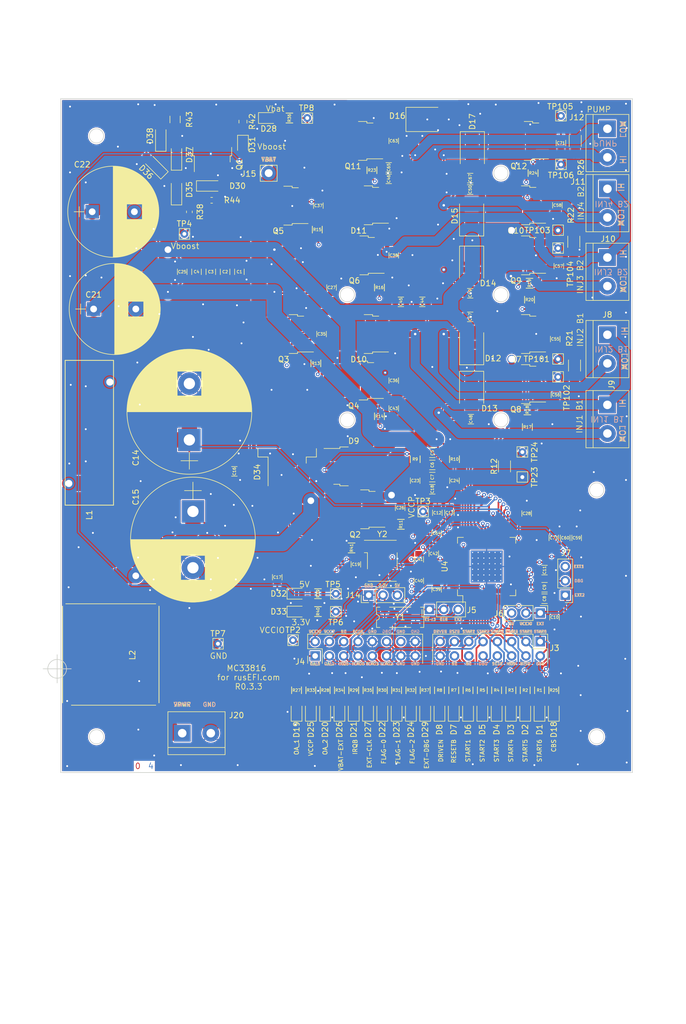
<source format=kicad_pcb>
(kicad_pcb (version 20171130) (host pcbnew "(5.1.6)-1")
  (title_block (title "Common Rail MC33816 board") (date 2020-11-26) (rev R0.3.3) (company http://rusefi.com/))
  (layers (0 F.Cu signal) (1 PWR_AN power) (2 GND power) (31 B.Cu signal) (34 B.Paste user) (35 F.Paste user) (36 B.SilkS user) (37 F.SilkS user) (38 B.Mask user) (39 F.Mask user) (44 Edge.Cuts user))
  (net 0 "")
  (net 1 GND)
  (net 2 /5V)
  (net 3 /3.3V)
  (net 4 /VCCIO)
  (net 5 /VCCP)
  (net 6 /Vbat)
  (net 7 /Vpwr)
  (net 8 /Vboost)
  (net 9 "Net-(C23-Pad1)")
  (net 10 "Net-(C24-Pad1)")
  (net 11 "Net-(C26-Pad2)")
  (net 12 "Net-(C35-Pad1)")
  (net 13 "Net-(C36-Pad1)")
  (net 14 "Net-(C37-Pad1)")
  (net 15 "Net-(C38-Pad1)")
  (net 16 "Net-(C39-Pad1)")
  (net 17 "Net-(C40-Pad1)")
  (net 18 "Net-(C41-Pad1)")
  (net 19 "Net-(C42-Pad1)")
  (net 20 "Net-(C55-Pad2)")
  (net 21 "Net-(C56-Pad2)")
  (net 22 "Net-(C57-Pad2)")
  (net 23 "Net-(C58-Pad2)")
  (net 24 "Net-(C63-Pad1)")
  (net 25 "Net-(C64-Pad2)")
  (net 26 "Net-(C71-Pad2)")
  (net 27 /START6)
  (net 28 /CSB)
  (net 29 /START5)
  (net 30 /MISO)
  (net 31 /START4)
  (net 32 /MOSI)
  (net 33 /START3)
  (net 34 /SCLK)
  (net 35 /START2)
  (net 36 /DBG_EXT2)
  (net 37 /START1)
  (net 38 /RESETB)
  (net 39 /DRVEN)
  (net 40 /OA_1)
  (net 41 /OA_2)
  (net 42 /IRQB)
  (net 43 /FLAG_0)
  (net 44 /EXT_CLK)
  (net 45 /FLAG_1)
  (net 46 /FLAG_2)
  (net 47 /DBG_EXT1)
  (net 48 /VCC2P5)
  (net 49 /BANK1_BAT)
  (net 50 /INJ_B1_HIGH)
  (net 51 /BANK2_BAT)
  (net 52 /INJ_B2_HIGH)
  (net 53 /INJ1_LOW)
  (net 54 /INJ2_LOW)
  (net 55 /INJ3_LOW)
  (net 56 /INJ4_LOW)
  (net 57 /PUMP_HIGH)
  (net 58 /PUMP_LOW)
  (net 59 /CLK)
  (net 60 /DBG)
  (net 61 /G_LS6)
  (net 62 /P_SENSE_BOOST)
  (net 63 /P_B1_SENSE)
  (net 64 /P_B2_SENSE)
  (net 65 /P_SENSE_PUMP)
  (net 66 /G_L_BOOST)
  (net 67 /G_HB1_BAT)
  (net 68 /G_HB1_BST)
  (net 69 /G_HB2_BAT)
  (net 70 /G_HB2_BST)
  (net 71 /G_L_INJ1)
  (net 72 /G_L_INJ2)
  (net 73 /G_L_INJ3)
  (net 74 /G_L_INJ4)
  (net 75 /G_PUMP)
  (net 76 /Vbuck)
  (net 77 "Net-(D1-Pad2)")
  (net 78 "Net-(D2-Pad2)")
  (net 79 "Net-(D3-Pad2)")
  (net 80 "Net-(D4-Pad2)")
  (net 81 "Net-(D5-Pad2)")
  (net 82 "Net-(D6-Pad2)")
  (net 83 "Net-(D7-Pad2)")
  (net 84 "Net-(D8-Pad2)")
  (net 85 "Net-(D18-Pad2)")
  (net 86 "Net-(D19-Pad2)")
  (net 87 "Net-(D20-Pad2)")
  (net 88 "Net-(D21-Pad2)")
  (net 89 "Net-(D22-Pad2)")
  (net 90 "Net-(D23-Pad2)")
  (net 91 "Net-(D24-Pad2)")
  (net 92 "Net-(D25-Pad2)")
  (net 93 "Net-(D26-Pad2)")
  (net 94 "Net-(D27-Pad2)")
  (net 95 "Net-(D29-Pad2)")
  (net 96 /VBAT_EXT)
  (net 97 "Net-(D28-Pad2)")
  (net 98 "Net-(D32-Pad2)")
  (net 99 "Net-(D33-Pad2)")
  (net 100 "Net-(R41-Pad2)")
  (net 101 "Net-(D30-Pad1)")
  (net 102 "Net-(D35-Pad2)")
  (net 103 "Net-(D36-Pad2)")
  (net 104 "Net-(D37-Pad2)")
  (net 105 "Net-(D38-Pad2)")
  (net 106 "Net-(D31-Pad1)")
  (net 107 "Net-(D35-Pad1)")
  (net 108 "Net-(Q1-Pad2)")
  (module Resistor_SMD:R_0603_1608Metric (layer F.Cu) (at 101.1175 55.88 180)
    (fp_text reference R44 (at -3.6575 0) (layer F.SilkS))
    (fp_text value 10k)
    (pad 2 smd roundrect (at 0.7875 0 180) (size 0.875 0.95) (layers F.Cu F.Paste F.Mask) (net 101 "Net-(D30-Pad1)"))
    (pad 1 smd roundrect (at -0.7875 0 180) (size 0.875 0.95) (layers F.Cu F.Paste F.Mask) (net 1 GND))
  )
  (module Resistor_SMD:R_1206_3216Metric_Pad1.42x1.75mm_HandSolder (layer F.Cu) (at 94.615 41.533 90)
    (fp_text reference R43 (at 0 2.54 90) (layer F.SilkS))
    (fp_text value 0R010)
    (pad 2 smd roundrect (at 1.4875 0 90) (size 1.425 1.75) (layers F.Cu F.Paste F.Mask) (roundrect_rratio 0.175439) (net 101 "Net-(D30-Pad1)"))
    (pad 1 smd roundrect (at -1.4875 0 90) (size 1.425 1.75) (layers F.Cu F.Paste F.Mask) (roundrect_rratio 0.175439) (net 105 "Net-(D38-Pad2)"))
  )
  (module Resistor_SMD:R_0805_2012Metric (layer F.Cu) (at 106.68 41.91 270)
    (fp_text reference R42 (at 0 -1.65 90) (layer F.SilkS))
    (fp_text value 1k)
    (pad 2 smd roundrect (at 0.9375 0 270) (size 0.975 1.4) (layers F.Cu F.Paste F.Mask) (net 106 "Net-(D31-Pad1)"))
    (pad 1 smd roundrect (at -0.9375 0 270) (size 0.975 1.4) (layers F.Cu F.Paste F.Mask) (net 108 "Net-(Q1-Pad2)"))
  )
  (module Resistor_SMD:R_0603_1608Metric (layer F.Cu) (at 97.155 57.9375 270)
    (fp_text reference R38 (at 0 -1.905 90) (layer F.SilkS))
    (fp_text value 10k)
    (pad 2 smd roundrect (at 0.7875 0 270) (size 0.875 0.95) (layers F.Cu F.Paste F.Mask) (net 8 /Vboost))
    (pad 1 smd roundrect (at -0.7875 0 270) (size 0.875 0.95) (layers F.Cu F.Paste F.Mask) (net 107 "Net-(D35-Pad1)"))
  )
  (module Package_TO_SOT_SMD:TO-252-2 (layer F.Cu) (at 101.22 45.51 90)
    (fp_text reference Q1 (at -4.02 4.825 90) (layer F.SilkS))
    (fp_text value BUK9230-100B)
    (pad 2 smd rect (at 2.1 0 90) (size 6.4 5.8) (layers F.Cu F.Mask) (net 108 "Net-(Q1-Pad2)"))
    (pad 3 smd rect (at -4.2 2.28 90) (size 2.2 1.2) (layers F.Cu F.Paste F.Mask) (net 1 GND))
    (pad 1 smd rect (at -4.2 -2.28 90) (size 2.2 1.2) (layers F.Cu F.Paste F.Mask) (net 101 "Net-(D30-Pad1)"))
  )
  (module Diode_SMD:D_MicroMELF_Handsoldering (layer F.Cu) (at 92.075 44.45 90)
    (fp_text reference D38 (at 0 -1.905 90) (layer F.SilkS))
    (fp_text value 5.7V)
    (pad 2 smd rect (at 1.45 0 90) (size 2.2 1.5) (layers F.Cu F.Paste F.Mask) (net 105 "Net-(D38-Pad2)"))
    (pad 1 smd rect (at -1.45 0 90) (size 2.2 1.5) (layers F.Cu F.Paste F.Mask) (net 104 "Net-(D37-Pad2)"))
  )
  (module Diode_SMD:D_MicroMELF_Handsoldering (layer F.Cu) (at 94.869 47.805 90)
    (fp_text reference D37 (at 0 2.286 90) (layer F.SilkS))
    (fp_text value 5.7V)
    (pad 2 smd rect (at 1.45 0 90) (size 2.2 1.5) (layers F.Cu F.Paste F.Mask) (net 104 "Net-(D37-Pad2)"))
    (pad 1 smd rect (at -1.45 0 90) (size 2.2 1.5) (layers F.Cu F.Paste F.Mask) (net 103 "Net-(D36-Pad2)"))
  )
  (module Diode_SMD:D_MicroMELF_Handsoldering (layer F.Cu) (at 90.805 49.53 135)
    (fp_text reference D36 (at 0 -1.905 135) (layer F.SilkS))
    (fp_text value 5.7V)
    (pad 2 smd rect (at 1.45 0 135) (size 2.2 1.5) (layers F.Cu F.Paste F.Mask) (net 103 "Net-(D36-Pad2)"))
    (pad 1 smd rect (at -1.45 0 135) (size 2.2 1.5) (layers F.Cu F.Paste F.Mask) (net 102 "Net-(D35-Pad2)"))
  )
  (module Diode_SMD:D_MicroMELF_Handsoldering (layer F.Cu) (at 94.869 53.975 90)
    (fp_text reference D35 (at 0 2.286 90) (layer F.SilkS))
    (fp_text value 5.7V)
    (pad 2 smd rect (at 1.45 0 90) (size 2.2 1.5) (layers F.Cu F.Paste F.Mask) (net 102 "Net-(D35-Pad2)"))
    (pad 1 smd rect (at -1.45 0 90) (size 2.2 1.5) (layers F.Cu F.Paste F.Mask) (net 107 "Net-(D35-Pad1)"))
  )
  (module Diode_SMD:D_MicroMELF_Handsoldering (layer F.Cu) (at 101.145 53.34)
    (fp_text reference D30 (at 4.572 0) (layer F.SilkS))
    (fp_text value 5.7V)
    (pad 2 smd rect (at 1.45 0) (size 2.2 1.5) (layers F.Cu F.Paste F.Mask) (net 1 GND))
    (pad 1 smd rect (at -1.45 0) (size 2.2 1.5) (layers F.Cu F.Paste F.Mask) (net 101 "Net-(D30-Pad1)"))
  )
  (module rusefi_lib:C_0805 (layer F.Cu) (at 126.746 120.523 270)
    (fp_text reference C19 (at 0 0) (layer F.SilkS) (effects (font (size 0.508 0.508) (thickness 0.1016))))
    (fp_text value 1000pF hide)
    (pad 2 smd rect (at 1 0 270) (size 1 1.25) (layers F.Cu F.Paste F.Mask) (net 1 GND))
    (pad 1 smd rect (at -1 0 270) (size 1 1.25) (layers F.Cu F.Paste F.Mask) (net 3 /3.3V))
  )
  (module rusefi_lib:R_0805 (layer F.Cu) (at 125.984 117.602)
    (fp_text reference R41 (at 0 0 90) (layer F.SilkS) (effects (font (size 0.508 0.508) (thickness 0.1016))))
    (fp_text value 10R hide)
    (pad 2 smd rect (at 0.95 0) (size 0.7 1.3) (layers F.Cu F.Paste F.Mask) (net 100 "Net-(R41-Pad2)"))
    (pad 1 smd rect (at -0.95 0) (size 0.7 1.3) (layers F.Cu F.Paste F.Mask) (net 1 GND))
  )
  (module Oscillator:Oscillator_SMD_Diodes_FN-4Pin_7.0x5.0mm (layer F.Cu) (at 131.445 119.888)
    (fp_text reference Y2 (at 0 -4.725) (layer F.SilkS))
    (fp_text value 1MHz)
    (pad 3 smd rect (at 2.2 2.54) (size 2 1.8) (layers F.Cu F.Paste F.Mask) (net 59 /CLK))
    (pad 2 smd rect (at -2.2 2.54) (size 2 1.8) (layers F.Cu F.Paste F.Mask) (net 1 GND))
    (pad 4 smd rect (at 2.2 -2.54) (size 2 1.8) (layers F.Cu F.Paste F.Mask) (net 3 /3.3V))
    (pad 1 smd rect (at -2.2 -2.54) (size 2 1.8) (layers F.Cu F.Paste F.Mask) (net 100 "Net-(R41-Pad2)"))
  )
  (module rusefi_lib:R_0805 (layer F.Cu) (at 144.272 101.854 270)
    (fp_text reference R10 (at 0 0) (layer F.SilkS) (effects (font (size 0.508 0.508) (thickness 0.1016))))
    (fp_text value 5.1R hide)
    (pad 2 smd rect (at 0.95 0 270) (size 0.7 1.3) (layers F.Cu F.Paste F.Mask) (net 10 "Net-(C24-Pad1)"))
    (pad 1 smd rect (at -0.95 0 270) (size 0.7 1.3) (layers F.Cu F.Paste F.Mask) (net 8 /Vboost))
  )
  (module rusefi_lib:R_0805 (layer F.Cu) (at 137.287 101.854 270)
    (fp_text reference R9 (at 0 0) (layer F.SilkS) (effects (font (size 0.508 0.508) (thickness 0.1016))))
    (fp_text value 5.1R hide)
    (pad 2 smd rect (at 0.95 0 270) (size 0.7 1.3) (layers F.Cu F.Paste F.Mask) (net 9 "Net-(C23-Pad1)"))
    (pad 1 smd rect (at -0.95 0 270) (size 0.7 1.3) (layers F.Cu F.Paste F.Mask) (net 76 /Vbuck))
  )
  (module rusefi_lib:C_0805 (layer F.Cu) (at 140.335 107.188 180)
    (fp_text reference C18 (at 0 0 90) (layer F.SilkS) (effects (font (size 0.508 0.508) (thickness 0.1016))))
    (fp_text value 10nF hide)
    (pad 2 smd rect (at 1 0 180) (size 1 1.25) (layers F.Cu F.Paste F.Mask) (net 62 /P_SENSE_BOOST))
    (pad 1 smd rect (at -1 0 180) (size 1 1.25) (layers F.Cu F.Paste F.Mask) (net 8 /Vboost))
  )
  (module rusefi_lib:C_0805 (layer F.Cu) (at 140.335 105.029 180)
    (fp_text reference C7 (at 0 0 90) (layer F.SilkS) (effects (font (size 0.508 0.508) (thickness 0.1016))))
    (fp_text value 100nF hide)
    (pad 2 smd rect (at 1 0 180) (size 1 1.25) (layers F.Cu F.Paste F.Mask) (net 62 /P_SENSE_BOOST))
    (pad 1 smd rect (at -1 0 180) (size 1 1.25) (layers F.Cu F.Paste F.Mask) (net 8 /Vboost))
  )
  (module rusefi_lib:C_0805 (layer F.Cu) (at 140.335 102.87 180)
    (fp_text reference C6 (at 0 0 90) (layer F.SilkS) (effects (font (size 0.508 0.508) (thickness 0.1016))))
    (fp_text value 10nF hide)
    (pad 2 smd rect (at 1 0 180) (size 1 1.25) (layers F.Cu F.Paste F.Mask) (net 62 /P_SENSE_BOOST))
    (pad 1 smd rect (at -1 0 180) (size 1 1.25) (layers F.Cu F.Paste F.Mask) (net 8 /Vboost))
  )
  (module rusefi_lib:C_0805 (layer F.Cu) (at 140.335 100.711 180)
    (fp_text reference C5 (at 0 0 90) (layer F.SilkS) (effects (font (size 0.508 0.508) (thickness 0.1016))))
    (fp_text value 100nF hide)
    (pad 2 smd rect (at 1 0 180) (size 1 1.25) (layers F.Cu F.Paste F.Mask) (net 62 /P_SENSE_BOOST))
    (pad 1 smd rect (at -1 0 180) (size 1 1.25) (layers F.Cu F.Paste F.Mask) (net 8 /Vboost))
  )
  (module Package_TO_SOT_SMD:TO-263-2 (layer F.Cu) (at 114.535 98.51 90)
    (fp_text reference D34 (at -5.63 -5.315 90) (layer F.SilkS))
    (fp_text value STTH802G-TR)
    (pad 2 smd rect (at 3.375 0 90) (size 9.4 10.8) (layers F.Cu F.Mask) (net 8 /Vboost))
    (pad 3 smd rect (at -5.775 2.54 90) (size 4.6 1.1) (layers F.Cu F.Paste F.Mask) (net 76 /Vbuck))
    (pad 1 smd rect (at -5.775 -2.54 90) (size 4.6 1.1) (layers F.Cu F.Paste F.Mask))
  )
  (module rusefi_lib:C_0805 (layer F.Cu) (at 98.425 68.58 270)
    (fp_text reference C4 (at 0 0) (layer F.SilkS) (effects (font (size 0.508 0.508) (thickness 0.1016))))
    (fp_text value 10nF hide)
    (pad 2 smd rect (at 1 0 270) (size 1 1.25) (layers F.Cu F.Paste F.Mask) (net 62 /P_SENSE_BOOST))
    (pad 1 smd rect (at -1 0 270) (size 1 1.25) (layers F.Cu F.Paste F.Mask) (net 8 /Vboost))
  )
  (module rusefi_lib:C_0805 (layer F.Cu) (at 100.965 68.58 270)
    (fp_text reference C3 (at 0 0) (layer F.SilkS) (effects (font (size 0.508 0.508) (thickness 0.1016))))
    (fp_text value 100nF hide)
    (pad 2 smd rect (at 1 0 270) (size 1 1.25) (layers F.Cu F.Paste F.Mask) (net 62 /P_SENSE_BOOST))
    (pad 1 smd rect (at -1 0 270) (size 1 1.25) (layers F.Cu F.Paste F.Mask) (net 8 /Vboost))
  )
  (module rusefi_lib:C_0805 (layer F.Cu) (at 103.505 68.58 270)
    (fp_text reference C2 (at 0 0) (layer F.SilkS) (effects (font (size 0.508 0.508) (thickness 0.1016))))
    (fp_text value 10nF hide)
    (pad 2 smd rect (at 1 0 270) (size 1 1.25) (layers F.Cu F.Paste F.Mask) (net 62 /P_SENSE_BOOST))
    (pad 1 smd rect (at -1 0 270) (size 1 1.25) (layers F.Cu F.Paste F.Mask) (net 8 /Vboost))
  )
  (module rusefi_lib:C_0805 (layer F.Cu) (at 106.045 68.58 270)
    (fp_text reference C1 (at 0 0) (layer F.SilkS) (effects (font (size 0.508 0.508) (thickness 0.1016))))
    (fp_text value 100nF hide)
    (pad 2 smd rect (at 1 0 270) (size 1 1.25) (layers F.Cu F.Paste F.Mask) (net 62 /P_SENSE_BOOST))
    (pad 1 smd rect (at -1 0 270) (size 1 1.25) (layers F.Cu F.Paste F.Mask) (net 8 /Vboost))
  )
  (module Package_TO_SOT_SMD:TO-252-2 (layer F.Cu) (at 155.695 45.339 180)
    (fp_text reference Q12 (at 0 -4.5) (layer F.SilkS))
    (fp_text value BUK9230-100B)
    (pad 2 smd rect (at 2.1 0 180) (size 6.4 5.8) (layers F.Cu F.Mask) (net 58 /PUMP_LOW))
    (pad 3 smd rect (at -4.2 2.28 180) (size 2.2 1.2) (layers F.Cu F.Paste F.Mask) (net 65 /P_SENSE_PUMP))
    (pad 1 smd rect (at -4.2 -2.28 180) (size 2.2 1.2) (layers F.Cu F.Paste F.Mask) (net 26 "Net-(C71-Pad2)"))
  )
  (module Package_TO_SOT_SMD:TO-252-2 (layer F.Cu) (at 126.231 45.339 180)
    (fp_text reference Q11 (at 0 -4.5) (layer F.SilkS))
    (fp_text value BUK9230-100B)
    (pad 2 smd rect (at 2.1 0 180) (size 6.4 5.8) (layers F.Cu F.Mask) (net 6 /Vbat))
    (pad 3 smd rect (at -4.2 2.28 180) (size 2.2 1.2) (layers F.Cu F.Paste F.Mask) (net 57 /PUMP_HIGH))
    (pad 1 smd rect (at -4.2 -2.28 180) (size 2.2 1.2) (layers F.Cu F.Paste F.Mask) (net 24 "Net-(C63-Pad1)"))
  )
  (module Package_TO_SOT_SMD:TO-252-2 (layer F.Cu) (at 155.187 56.769 180)
    (fp_text reference Q10 (at 0 -4.5) (layer F.SilkS))
    (fp_text value BUK9230-100B)
    (pad 2 smd rect (at 2.1 0 180) (size 6.4 5.8) (layers F.Cu F.Mask) (net 56 /INJ4_LOW))
    (pad 3 smd rect (at -4.2 2.28 180) (size 2.2 1.2) (layers F.Cu F.Paste F.Mask) (net 64 /P_B2_SENSE))
    (pad 1 smd rect (at -4.2 -2.28 180) (size 2.2 1.2) (layers F.Cu F.Paste F.Mask) (net 23 "Net-(C58-Pad2)"))
  )
  (module Package_TO_SOT_SMD:TO-252-2 (layer F.Cu) (at 155.187 65.659 180)
    (fp_text reference Q9 (at 0 -4.5) (layer F.SilkS))
    (fp_text value BUK9230-100B)
    (pad 2 smd rect (at 2.1 0 180) (size 6.4 5.8) (layers F.Cu F.Mask) (net 55 /INJ3_LOW))
    (pad 3 smd rect (at -4.2 2.28 180) (size 2.2 1.2) (layers F.Cu F.Paste F.Mask) (net 64 /P_B2_SENSE))
    (pad 1 smd rect (at -4.2 -2.28 180) (size 2.2 1.2) (layers F.Cu F.Paste F.Mask) (net 22 "Net-(C57-Pad2)"))
  )
  (module Package_TO_SOT_SMD:TO-252-2 (layer F.Cu) (at 155.187 88.519 180)
    (fp_text reference Q8 (at 0 -4.5) (layer F.SilkS))
    (fp_text value BUK9230-100B)
    (pad 2 smd rect (at 2.1 0 180) (size 6.4 5.8) (layers F.Cu F.Mask) (net 53 /INJ1_LOW))
    (pad 3 smd rect (at -4.2 2.28 180) (size 2.2 1.2) (layers F.Cu F.Paste F.Mask) (net 63 /P_B1_SENSE))
    (pad 1 smd rect (at -4.2 -2.28 180) (size 2.2 1.2) (layers F.Cu F.Paste F.Mask) (net 21 "Net-(C56-Pad2)"))
  )
  (module Package_TO_SOT_SMD:TO-252-2 (layer F.Cu) (at 155.187 79.629 180)
    (fp_text reference Q7 (at 0 -4.5) (layer F.SilkS))
    (fp_text value BUK9230-100B)
    (pad 2 smd rect (at 2.1 0 180) (size 6.4 5.8) (layers F.Cu F.Mask) (net 54 /INJ2_LOW))
    (pad 3 smd rect (at -4.2 2.28 180) (size 2.2 1.2) (layers F.Cu F.Paste F.Mask) (net 63 /P_B1_SENSE))
    (pad 1 smd rect (at -4.2 -2.28 180) (size 2.2 1.2) (layers F.Cu F.Paste F.Mask) (net 20 "Net-(C55-Pad2)"))
  )
  (module Package_TO_SOT_SMD:TO-252-2 (layer F.Cu) (at 126.485 65.659 180)
    (fp_text reference Q6 (at 0 -4.5) (layer F.SilkS))
    (fp_text value BUK9230-100B)
    (pad 2 smd rect (at 2.1 0 180) (size 6.4 5.8) (layers F.Cu F.Mask) (net 8 /Vboost))
    (pad 3 smd rect (at -4.2 2.28 180) (size 2.2 1.2) (layers F.Cu F.Paste F.Mask) (net 52 /INJ_B2_HIGH))
    (pad 1 smd rect (at -4.2 -2.28 180) (size 2.2 1.2) (layers F.Cu F.Paste F.Mask) (net 15 "Net-(C38-Pad1)"))
  )
  (module Package_TO_SOT_SMD:TO-252-2 (layer F.Cu) (at 112.9595 56.8325 180)
    (fp_text reference Q5 (at 0 -4.5) (layer F.SilkS))
    (fp_text value BUK9230-100B)
    (pad 2 smd rect (at 2.1 0 180) (size 6.4 5.8) (layers F.Cu F.Mask) (net 6 /Vbat))
    (pad 3 smd rect (at -4.2 2.28 180) (size 2.2 1.2) (layers F.Cu F.Paste F.Mask) (net 51 /BANK2_BAT))
    (pad 1 smd rect (at -4.2 -2.28 180) (size 2.2 1.2) (layers F.Cu F.Paste F.Mask) (net 14 "Net-(C37-Pad1)"))
  )
  (module Package_TO_SOT_SMD:TO-252-2 (layer F.Cu) (at 126.358 87.884 180)
    (fp_text reference Q4 (at 0 -4.5) (layer F.SilkS))
    (fp_text value BUK9230-100B)
    (pad 2 smd rect (at 2.1 0 180) (size 6.4 5.8) (layers F.Cu F.Mask) (net 8 /Vboost))
    (pad 3 smd rect (at -4.2 2.28 180) (size 2.2 1.2) (layers F.Cu F.Paste F.Mask) (net 50 /INJ_B1_HIGH))
    (pad 1 smd rect (at -4.2 -2.28 180) (size 2.2 1.2) (layers F.Cu F.Paste F.Mask) (net 13 "Net-(C36-Pad1)"))
  )
  (module Package_TO_SOT_SMD:TO-252-2 (layer F.Cu) (at 113.912 79.629 180)
    (fp_text reference Q3 (at 0 -4.5) (layer F.SilkS))
    (fp_text value BUK9230-100B)
    (pad 2 smd rect (at 2.1 0 180) (size 6.4 5.8) (layers F.Cu F.Mask) (net 6 /Vbat))
    (pad 3 smd rect (at -4.2 2.28 180) (size 2.2 1.2) (layers F.Cu F.Paste F.Mask) (net 49 /BANK1_BAT))
    (pad 1 smd rect (at -4.2 -2.28 180) (size 2.2 1.2) (layers F.Cu F.Paste F.Mask) (net 12 "Net-(C35-Pad1)"))
  )
  (module Package_TO_SOT_SMD:TO-252-2 (layer F.Cu) (at 126.612 110.744 180)
    (fp_text reference Q2 (at 0 -4.5) (layer F.SilkS))
    (fp_text value BUK9230-100B)
    (pad 2 smd rect (at 2.1 0 180) (size 6.4 5.8) (layers F.Cu F.Mask) (net 76 /Vbuck))
    (pad 3 smd rect (at -4.2 2.28 180) (size 2.2 1.2) (layers F.Cu F.Paste F.Mask) (net 62 /P_SENSE_BOOST))
    (pad 1 smd rect (at -4.2 -2.28 180) (size 2.2 1.2) (layers F.Cu F.Paste F.Mask) (net 11 "Net-(C26-Pad2)"))
  )
  (module Package_TO_SOT_SMD:TO-252-2 (layer F.Cu) (at 127.247 56.769 180)
    (fp_text reference D11 (at 0 -4.5) (layer F.SilkS))
    (fp_text value SBR10200CTL)
    (pad 2 smd rect (at 2.1 0 180) (size 6.4 5.8) (layers F.Cu F.Mask) (net 52 /INJ_B2_HIGH))
    (pad 3 smd rect (at -4.2 2.28 180) (size 2.2 1.2) (layers F.Cu F.Paste F.Mask) (net 51 /BANK2_BAT))
    (pad 1 smd rect (at -4.2 -2.28 180) (size 2.2 1.2) (layers F.Cu F.Paste F.Mask) (net 1 GND))
  )
  (module Package_TO_SOT_SMD:TO-252-2 (layer F.Cu) (at 127.247 79.629 180)
    (fp_text reference D10 (at 0 -4.5) (layer F.SilkS))
    (fp_text value SBR10200CTL)
    (pad 2 smd rect (at 2.1 0 180) (size 6.4 5.8) (layers F.Cu F.Mask) (net 50 /INJ_B1_HIGH))
    (pad 3 smd rect (at -4.2 2.28 180) (size 2.2 1.2) (layers F.Cu F.Paste F.Mask) (net 49 /BANK1_BAT))
    (pad 1 smd rect (at -4.2 -2.28 180) (size 2.2 1.2) (layers F.Cu F.Paste F.Mask) (net 1 GND))
  )
  (module Package_TO_SOT_SMD:TO-252-2 (layer F.Cu) (at 126.375 103.124)
    (fp_text reference D9 (at 0 -4.5) (layer F.SilkS))
    (fp_text value FFD10UP20S)
    (pad 2 smd rect (at 2.1 0) (size 6.4 5.8) (layers F.Cu F.Mask) (net 8 /Vboost))
    (pad 3 smd rect (at -4.2 2.28) (size 2.2 1.2) (layers F.Cu F.Paste F.Mask) (net 76 /Vbuck))
    (pad 1 smd rect (at -4.2 -2.28) (size 2.2 1.2) (layers F.Cu F.Paste F.Mask) (net 8 /Vboost))
  )
  (module Connector_Pin:Pin_D0.7mm_L6.5mm_W1.8mm_FlatFork (layer F.Cu) (at 118.11 41.275 90)
    (fp_text reference TP8 (at 1.778 -0.127 180) (layer F.SilkS))
    (fp_text value CONN_01X01)
    (pad 1 thru_hole circle (at 0 0 90) (size 1.4 1.4) (drill 0.7) (layers *.Cu *.Mask) (net 6 /Vbat))
  )
  (module Connector_Pin:Pin_D0.7mm_L6.5mm_W1.8mm_FlatFork (layer F.Cu) (at 163.195 49.53 270)
    (fp_text reference TP106 (at 1.905 0 180) (layer F.SilkS))
    (fp_text value CONN_01X01)
    (pad 1 thru_hole circle (at 0 0 270) (size 1.4 1.4) (drill 0.7) (layers *.Cu *.Mask) (net 1 GND))
  )
  (module Connector_Pin:Pin_D0.7mm_L6.5mm_W1.8mm_FlatFork (layer F.Cu) (at 163.195 40.894 270)
    (fp_text reference TP105 (at -1.651 0.127 180) (layer F.SilkS))
    (fp_text value CONN_01X01)
    (pad 1 thru_hole circle (at 0 0 270) (size 1.4 1.4) (drill 0.7) (layers *.Cu *.Mask) (net 65 /P_SENSE_PUMP))
  )
  (module Connector_Pin:Pin_D0.7mm_L6.5mm_W1.8mm_FlatFork (layer F.Cu) (at 162.687 64.389 270)
    (fp_text reference TP104 (at 4.572 -2.159 90) (layer F.SilkS))
    (fp_text value CONN_01X01)
    (pad 1 thru_hole circle (at 0 0 270) (size 1.4 1.4) (drill 0.7) (layers *.Cu *.Mask) (net 1 GND))
  )
  (module Connector_Pin:Pin_D0.7mm_L6.5mm_W1.8mm_FlatFork (layer F.Cu) (at 162.687 61.214 270)
    (fp_text reference TP103 (at 0 3.683 180) (layer F.SilkS))
    (fp_text value CONN_01X01)
    (pad 1 thru_hole circle (at 0 0 270) (size 1.4 1.4) (drill 0.7) (layers *.Cu *.Mask) (net 64 /P_B2_SENSE))
  )
  (module Connector_Pin:Pin_D0.7mm_L6.5mm_W1.8mm_FlatFork (layer F.Cu) (at 162.687 87.249 270)
    (fp_text reference TP102 (at 3.683 -1.524 270) (layer F.SilkS))
    (fp_text value CONN_01X01)
    (pad 1 thru_hole circle (at 0 0 270) (size 1.4 1.4) (drill 0.7) (layers *.Cu *.Mask) (net 1 GND))
  )
  (module Connector_Pin:Pin_D0.7mm_L6.5mm_W1.8mm_FlatFork (layer F.Cu) (at 162.687 84.074 270)
    (fp_text reference TP101 (at 0 3.81 180) (layer F.SilkS))
    (fp_text value CONN_01X01)
    (pad 1 thru_hole circle (at 0 0 270) (size 1.4 1.4) (drill 0.7) (layers *.Cu *.Mask) (net 63 /P_B1_SENSE))
  )
  (module Connector_Pin:Pin_D0.7mm_L6.5mm_W1.8mm_FlatFork (layer F.Cu) (at 156.337 100.584 270)
    (fp_text reference TP24 (at 0 -2.159 90) (layer F.SilkS))
    (fp_text value CONN_01X01)
    (pad 1 thru_hole circle (at 0 0 270) (size 1.4 1.4) (drill 0.7) (layers *.Cu *.Mask) (net 1 GND))
  )
  (module Connector_Pin:Pin_D0.7mm_L6.5mm_W1.8mm_FlatFork (layer F.Cu) (at 156.337 105.029 270)
    (fp_text reference TP23 (at 0 -2.159 90) (layer F.SilkS))
    (fp_text value CONN_01X01)
    (pad 1 thru_hole circle (at 0 0 270) (size 1.4 1.4) (drill 0.7) (layers *.Cu *.Mask) (net 62 /P_SENSE_BOOST))
  )
  (module Connector_Pin:Pin_D0.7mm_L6.5mm_W1.8mm_FlatFork (layer F.Cu) (at 102.235 134.62 180)
    (fp_text reference TP7 (at 0 1.8) (layer F.SilkS))
    (fp_text value CONN_01X01)
    (pad 1 thru_hole circle (at 0 0 180) (size 1.4 1.4) (drill 0.7) (layers *.Cu *.Mask) (net 1 GND))
  )
  (module Connector_Pin:Pin_D0.7mm_L6.5mm_W1.8mm_FlatFork (layer F.Cu) (at 123.19 128.905 90)
    (fp_text reference TP6 (at -1.905 0 180) (layer F.SilkS))
    (fp_text value CONN_01X01)
    (pad 1 thru_hole circle (at 0 0 90) (size 1.4 1.4) (drill 0.7) (layers *.Cu *.Mask) (net 3 /3.3V))
  )
  (module Connector_Pin:Pin_D0.7mm_L6.5mm_W1.8mm_FlatFork (layer F.Cu) (at 123.19 125.73 90)
    (fp_text reference TP5 (at 1.651 -0.508 180) (layer F.SilkS))
    (fp_text value CONN_01X01)
    (pad 1 thru_hole circle (at 0 0 90) (size 1.4 1.4) (drill 0.7) (layers *.Cu *.Mask) (net 2 /5V))
  )
  (module Connector_Pin:Pin_D0.7mm_L6.5mm_W1.8mm_FlatFork (layer F.Cu) (at 96.266 61.849 180)
    (fp_text reference TP4 (at 0 1.8) (layer F.SilkS))
    (fp_text value CONN_01X01)
    (pad 1 thru_hole circle (at 0 0 180) (size 1.4 1.4) (drill 0.7) (layers *.Cu *.Mask) (net 8 /Vboost))
  )
  (module Connector_Pin:Pin_D0.7mm_L6.5mm_W1.8mm_FlatFork (layer F.Cu) (at 138.684 111.125 180)
    (fp_text reference TP3 (at 0 1.8) (layer F.SilkS))
    (fp_text value CONN_01X01)
    (pad 1 thru_hole circle (at 0 0 180) (size 1.4 1.4) (drill 0.7) (layers *.Cu *.Mask) (net 5 /VCCP))
  )
  (module Connector_Pin:Pin_D0.7mm_L6.5mm_W1.8mm_FlatFork (layer F.Cu) (at 115.57 133.985 180)
    (fp_text reference TP2 (at 0 1.8) (layer F.SilkS))
    (fp_text value CONN_01X01)
    (pad 1 thru_hole circle (at 0 0 180) (size 1.4 1.4) (drill 0.7) (layers *.Cu *.Mask) (net 4 /VCCIO))
  )
  (module rusefi_lib:R_0805 (layer F.Cu) (at 120.015 128.905)
    (fp_text reference R40 (at 0 0 90) (layer F.SilkS) (effects (font (size 0.508 0.508) (thickness 0.1016))))
    (fp_text value 1k hide)
    (pad 2 smd rect (at 0.95 0) (size 0.7 1.3) (layers F.Cu F.Paste F.Mask) (net 3 /3.3V))
    (pad 1 smd rect (at -0.95 0) (size 0.7 1.3) (layers F.Cu F.Paste F.Mask) (net 99 "Net-(D33-Pad2)"))
  )
  (module rusefi_lib:R_0805 (layer F.Cu) (at 120.015 125.73)
    (fp_text reference R39 (at 0 0 90) (layer F.SilkS) (effects (font (size 0.508 0.508) (thickness 0.1016))))
    (fp_text value 1k hide)
    (pad 2 smd rect (at 0.95 0) (size 0.7 1.3) (layers F.Cu F.Paste F.Mask) (net 2 /5V))
    (pad 1 smd rect (at -0.95 0) (size 0.7 1.3) (layers F.Cu F.Paste F.Mask) (net 98 "Net-(D32-Pad2)"))
  )
  (module rusefi_lib:R_0805 (layer F.Cu) (at 114.935 41.275)
    (fp_text reference R36 (at 0 0 90) (layer F.SilkS) (effects (font (size 0.508 0.508) (thickness 0.1016))))
    (fp_text value 1k hide)
    (pad 2 smd rect (at 0.95 0) (size 0.7 1.3) (layers F.Cu F.Paste F.Mask) (net 6 /Vbat))
    (pad 1 smd rect (at -0.95 0) (size 0.7 1.3) (layers F.Cu F.Paste F.Mask) (net 97 "Net-(D28-Pad2)"))
  )
  (module LED_SMD:LED_0805_2012Metric (layer F.Cu) (at 116.205 128.905)
    (fp_text reference D33 (at -3.175 0) (layer F.SilkS))
    (fp_text value LED_Small)
    (pad 2 smd roundrect (at 0.9375 0) (size 0.975 1.4) (layers F.Cu F.Paste F.Mask) (net 99 "Net-(D33-Pad2)"))
    (pad 1 smd roundrect (at -0.9375 0) (size 0.975 1.4) (layers F.Cu F.Paste F.Mask) (net 1 GND))
  )
  (module LED_SMD:LED_0805_2012Metric (layer F.Cu) (at 116.205 125.73)
    (fp_text reference D32 (at -3.175 0) (layer F.SilkS))
    (fp_text value LED_Small)
    (pad 2 smd roundrect (at 0.9375 0) (size 0.975 1.4) (layers F.Cu F.Paste F.Mask) (net 98 "Net-(D32-Pad2)"))
    (pad 1 smd roundrect (at -0.9375 0) (size 0.975 1.4) (layers F.Cu F.Paste F.Mask) (net 1 GND))
  )
  (module LED_SMD:LED_0805_2012Metric (layer F.Cu) (at 111.125 41.275)
    (fp_text reference D28 (at 0.127 1.905) (layer F.SilkS))
    (fp_text value LED_Small)
    (pad 2 smd roundrect (at 0.9375 0) (size 0.975 1.4) (layers F.Cu F.Paste F.Mask) (net 97 "Net-(D28-Pad2)"))
    (pad 1 smd roundrect (at -0.9375 0) (size 0.975 1.4) (layers F.Cu F.Paste F.Mask) (net 1 GND))
  )
  (module rusefi_lib:R_0805 (layer F.Cu) (at 139.065 142.875 90)
    (fp_text reference R37 (at 0 0) (layer F.SilkS) (effects (font (size 0.508 0.508) (thickness 0.1016))))
    (fp_text value 1k hide)
    (pad 2 smd rect (at 0.95 0 90) (size 0.7 1.3) (layers F.Cu F.Paste F.Mask) (net 47 /DBG_EXT1))
    (pad 1 smd rect (at -0.95 0 90) (size 0.7 1.3) (layers F.Cu F.Paste F.Mask) (net 95 "Net-(D29-Pad2)"))
  )
  (module rusefi_lib:R_0805 (layer F.Cu) (at 128.905 142.875 90)
    (fp_text reference R35 (at 0 0) (layer F.SilkS) (effects (font (size 0.508 0.508) (thickness 0.1016))))
    (fp_text value 1k hide)
    (pad 2 smd rect (at 0.95 0 90) (size 0.7 1.3) (layers F.Cu F.Paste F.Mask) (net 44 /EXT_CLK))
    (pad 1 smd rect (at -0.95 0 90) (size 0.7 1.3) (layers F.Cu F.Paste F.Mask) (net 94 "Net-(D27-Pad2)"))
  )
  (module rusefi_lib:R_0805 (layer F.Cu) (at 123.825 142.875 90)
    (fp_text reference R34 (at 0 0) (layer F.SilkS) (effects (font (size 0.508 0.508) (thickness 0.1016))))
    (fp_text value 1k hide)
    (pad 2 smd rect (at 0.95 0 90) (size 0.7 1.3) (layers F.Cu F.Paste F.Mask) (net 96 /VBAT_EXT))
    (pad 1 smd rect (at -0.95 0 90) (size 0.7 1.3) (layers F.Cu F.Paste F.Mask) (net 93 "Net-(D26-Pad2)"))
  )
  (module rusefi_lib:R_0805 (layer F.Cu) (at 118.745 142.875 90)
    (fp_text reference R33 (at 0 0) (layer F.SilkS) (effects (font (size 0.508 0.508) (thickness 0.1016))))
    (fp_text value 1k hide)
    (pad 2 smd rect (at 0.95 0 90) (size 0.7 1.3) (layers F.Cu F.Paste F.Mask) (net 5 /VCCP))
    (pad 1 smd rect (at -0.95 0 90) (size 0.7 1.3) (layers F.Cu F.Paste F.Mask) (net 92 "Net-(D25-Pad2)"))
  )
  (module rusefi_lib:R_0805 (layer F.Cu) (at 136.525 142.875 90)
    (fp_text reference R32 (at 0 0) (layer F.SilkS) (effects (font (size 0.508 0.508) (thickness 0.1016))))
    (fp_text value 1k hide)
    (pad 2 smd rect (at 0.95 0 90) (size 0.7 1.3) (layers F.Cu F.Paste F.Mask) (net 46 /FLAG_2))
    (pad 1 smd rect (at -0.95 0 90) (size 0.7 1.3) (layers F.Cu F.Paste F.Mask) (net 91 "Net-(D24-Pad2)"))
  )
  (module rusefi_lib:R_0805 (layer F.Cu) (at 133.985 142.875 90)
    (fp_text reference R31 (at 0 0) (layer F.SilkS) (effects (font (size 0.508 0.508) (thickness 0.1016))))
    (fp_text value 1k hide)
    (pad 2 smd rect (at 0.95 0 90) (size 0.7 1.3) (layers F.Cu F.Paste F.Mask) (net 45 /FLAG_1))
    (pad 1 smd rect (at -0.95 0 90) (size 0.7 1.3) (layers F.Cu F.Paste F.Mask) (net 90 "Net-(D23-Pad2)"))
  )
  (module rusefi_lib:R_0805 (layer F.Cu) (at 131.445 142.875 90)
    (fp_text reference R30 (at 0 0) (layer F.SilkS) (effects (font (size 0.508 0.508) (thickness 0.1016))))
    (fp_text value 1k hide)
    (pad 2 smd rect (at 0.95 0 90) (size 0.7 1.3) (layers F.Cu F.Paste F.Mask) (net 43 /FLAG_0))
    (pad 1 smd rect (at -0.95 0 90) (size 0.7 1.3) (layers F.Cu F.Paste F.Mask) (net 89 "Net-(D22-Pad2)"))
  )
  (module rusefi_lib:R_0805 (layer F.Cu) (at 126.365 142.875 90)
    (fp_text reference R29 (at 0 0) (layer F.SilkS) (effects (font (size 0.508 0.508) (thickness 0.1016))))
    (fp_text value 1k hide)
    (pad 2 smd rect (at 0.95 0 90) (size 0.7 1.3) (layers F.Cu F.Paste F.Mask) (net 42 /IRQB))
    (pad 1 smd rect (at -0.95 0 90) (size 0.7 1.3) (layers F.Cu F.Paste F.Mask) (net 88 "Net-(D21-Pad2)"))
  )
  (module rusefi_lib:R_0805 (layer F.Cu) (at 121.285 142.875 90)
    (fp_text reference R28 (at 0 0) (layer F.SilkS) (effects (font (size 0.508 0.508) (thickness 0.1016))))
    (fp_text value 1k hide)
    (pad 2 smd rect (at 0.95 0 90) (size 0.7 1.3) (layers F.Cu F.Paste F.Mask) (net 41 /OA_2))
    (pad 1 smd rect (at -0.95 0 90) (size 0.7 1.3) (layers F.Cu F.Paste F.Mask) (net 87 "Net-(D20-Pad2)"))
  )
  (module rusefi_lib:R_0805 (layer F.Cu) (at 116.205 142.875 90)
    (fp_text reference R27 (at 0 0) (layer F.SilkS) (effects (font (size 0.508 0.508) (thickness 0.1016))))
    (fp_text value 1k hide)
    (pad 2 smd rect (at 0.95 0 90) (size 0.7 1.3) (layers F.Cu F.Paste F.Mask) (net 40 /OA_1))
    (pad 1 smd rect (at -0.95 0 90) (size 0.7 1.3) (layers F.Cu F.Paste F.Mask) (net 86 "Net-(D19-Pad2)"))
  )
  (module rusefi_lib:R_0805 (layer F.Cu) (at 161.925 142.875 90)
    (fp_text reference R25 (at 0 0) (layer F.SilkS) (effects (font (size 0.508 0.508) (thickness 0.1016))))
    (fp_text value 1k hide)
    (pad 2 smd rect (at 0.95 0 90) (size 0.7 1.3) (layers F.Cu F.Paste F.Mask) (net 28 /CSB))
    (pad 1 smd rect (at -0.95 0 90) (size 0.7 1.3) (layers F.Cu F.Paste F.Mask) (net 85 "Net-(D18-Pad2)"))
  )
  (module rusefi_lib:R_0805 (layer F.Cu) (at 158.242 51.054 270)
    (fp_text reference R24 (at 0 0) (layer F.SilkS) (effects (font (size 0.508 0.508) (thickness 0.1016))))
    (fp_text value 10R hide)
    (pad 2 smd rect (at 0.95 0 270) (size 0.7 1.3) (layers F.Cu F.Paste F.Mask) (net 75 /G_PUMP))
    (pad 1 smd rect (at -0.95 0 270) (size 0.7 1.3) (layers F.Cu F.Paste F.Mask) (net 26 "Net-(C71-Pad2)"))
  )
  (module rusefi_lib:R_0805 (layer F.Cu) (at 129.6035 50.546 270)
    (fp_text reference R23 (at 0 0) (layer F.SilkS) (effects (font (size 0.508 0.508) (thickness 0.1016))))
    (fp_text value 10R hide)
    (pad 2 smd rect (at 0.95 0 270) (size 0.7 1.3) (layers F.Cu F.Paste F.Mask) (net 61 /G_LS6))
    (pad 1 smd rect (at -0.95 0 270) (size 0.7 1.3) (layers F.Cu F.Paste F.Mask) (net 24 "Net-(C63-Pad1)"))
  )
  (module rusefi_lib:R_0805 (layer F.Cu) (at 157.607 73.533 270)
    (fp_text reference R20 (at 0 0) (layer F.SilkS) (effects (font (size 0.508 0.508) (thickness 0.1016))))
    (fp_text value 10R hide)
    (pad 2 smd rect (at 0.95 0 270) (size 0.7 1.3) (layers F.Cu F.Paste F.Mask) (net 74 /G_L_INJ4))
    (pad 1 smd rect (at -0.95 0 270) (size 0.7 1.3) (layers F.Cu F.Paste F.Mask) (net 23 "Net-(C58-Pad2)"))
  )
  (module rusefi_lib:R_0805 (layer F.Cu) (at 157.607 70.612 180)
    (fp_text reference R19 (at 0 0 90) (layer F.SilkS) (effects (font (size 0.508 0.508) (thickness 0.1016))))
    (fp_text value 10R hide)
    (pad 2 smd rect (at 0.95 0 180) (size 0.7 1.3) (layers F.Cu F.Paste F.Mask) (net 73 /G_L_INJ3))
    (pad 1 smd rect (at -0.95 0 180) (size 0.7 1.3) (layers F.Cu F.Paste F.Mask) (net 22 "Net-(C57-Pad2)"))
  )
  (module rusefi_lib:R_0805 (layer F.Cu) (at 157.226 93.091 180)
    (fp_text reference R18 (at 0 0 90) (layer F.SilkS) (effects (font (size 0.508 0.508) (thickness 0.1016))))
    (fp_text value 10R hide)
    (pad 2 smd rect (at 0.95 0 180) (size 0.7 1.3) (layers F.Cu F.Paste F.Mask) (net 71 /G_L_INJ1))
    (pad 1 smd rect (at -0.95 0 180) (size 0.7 1.3) (layers F.Cu F.Paste F.Mask) (net 21 "Net-(C56-Pad2)"))
  )
  (module rusefi_lib:R_0805 (layer F.Cu) (at 157.226 96.139 270)
    (fp_text reference R17 (at 0 0) (layer F.SilkS) (effects (font (size 0.508 0.508) (thickness 0.1016))))
    (fp_text value 10R hide)
    (pad 2 smd rect (at 0.95 0 270) (size 0.7 1.3) (layers F.Cu F.Paste F.Mask) (net 72 /G_L_INJ2))
    (pad 1 smd rect (at -0.95 0 270) (size 0.7 1.3) (layers F.Cu F.Paste F.Mask) (net 20 "Net-(C55-Pad2)"))
  )
  (module rusefi_lib:R_0805 (layer F.Cu) (at 130.937 71.374 270)
    (fp_text reference R16 (at 0 0) (layer F.SilkS) (effects (font (size 0.508 0.508) (thickness 0.1016))))
    (fp_text value 10R hide)
    (pad 2 smd rect (at 0.95 0 270) (size 0.7 1.3) (layers F.Cu F.Paste F.Mask) (net 70 /G_HB2_BST))
    (pad 1 smd rect (at -0.95 0 270) (size 0.7 1.3) (layers F.Cu F.Paste F.Mask) (net 15 "Net-(C38-Pad1)"))
  )
  (module rusefi_lib:R_0805 (layer F.Cu) (at 119.888 61.087 270)
    (fp_text reference R15 (at 0 0) (layer F.SilkS) (effects (font (size 0.508 0.508) (thickness 0.1016))))
    (fp_text value 10R hide)
    (pad 2 smd rect (at 0.95 0 270) (size 0.7 1.3) (layers F.Cu F.Paste F.Mask) (net 69 /G_HB2_BAT))
    (pad 1 smd rect (at -0.95 0 270) (size 0.7 1.3) (layers F.Cu F.Paste F.Mask) (net 14 "Net-(C37-Pad1)"))
  )
  (module rusefi_lib:R_0805 (layer F.Cu) (at 130.937 94.234 270)
    (fp_text reference R14 (at 0 0) (layer F.SilkS) (effects (font (size 0.508 0.508) (thickness 0.1016))))
    (fp_text value 10R hide)
    (pad 2 smd rect (at 0.95 0 270) (size 0.7 1.3) (layers F.Cu F.Paste F.Mask) (net 68 /G_HB1_BST))
    (pad 1 smd rect (at -0.95 0 270) (size 0.7 1.3) (layers F.Cu F.Paste F.Mask) (net 13 "Net-(C36-Pad1)"))
  )
  (module rusefi_lib:R_0805 (layer F.Cu) (at 119.634 84.836 270)
    (fp_text reference R13 (at 0 0) (layer F.SilkS) (effects (font (size 0.508 0.508) (thickness 0.1016))))
    (fp_text value 10R hide)
    (pad 2 smd rect (at 0.95 0 270) (size 0.7 1.3) (layers F.Cu F.Paste F.Mask) (net 67 /G_HB1_BAT))
    (pad 1 smd rect (at -0.95 0 270) (size 0.7 1.3) (layers F.Cu F.Paste F.Mask) (net 12 "Net-(C35-Pad1)"))
  )
  (module rusefi_lib:R_0805 (layer F.Cu) (at 134.747 113.411)
    (fp_text reference R11 (at 0 0 90) (layer F.SilkS) (effects (font (size 0.508 0.508) (thickness 0.1016))))
    (fp_text value 10R hide)
    (pad 2 smd rect (at 0.95 0) (size 0.7 1.3) (layers F.Cu F.Paste F.Mask) (net 66 /G_L_BOOST))
    (pad 1 smd rect (at -0.95 0) (size 0.7 1.3) (layers F.Cu F.Paste F.Mask) (net 11 "Net-(C26-Pad2)"))
  )
  (module rusefi_lib:R_0805 (layer F.Cu) (at 141.605 142.875 90)
    (fp_text reference R8 (at 0 0) (layer F.SilkS) (effects (font (size 0.508 0.508) (thickness 0.1016))))
    (fp_text value 1k hide)
    (pad 2 smd rect (at 0.95 0 90) (size 0.7 1.3) (layers F.Cu F.Paste F.Mask) (net 39 /DRVEN))
    (pad 1 smd rect (at -0.95 0 90) (size 0.7 1.3) (layers F.Cu F.Paste F.Mask) (net 84 "Net-(D8-Pad2)"))
  )
  (module rusefi_lib:R_0805 (layer F.Cu) (at 144.145 142.875 90)
    (fp_text reference R7 (at 0 0) (layer F.SilkS) (effects (font (size 0.508 0.508) (thickness 0.1016))))
    (fp_text value 1k hide)
    (pad 2 smd rect (at 0.95 0 90) (size 0.7 1.3) (layers F.Cu F.Paste F.Mask) (net 38 /RESETB))
    (pad 1 smd rect (at -0.95 0 90) (size 0.7 1.3) (layers F.Cu F.Paste F.Mask) (net 83 "Net-(D7-Pad2)"))
  )
  (module rusefi_lib:R_0805 (layer F.Cu) (at 146.685 142.875 90)
    (fp_text reference R6 (at 0 0) (layer F.SilkS) (effects (font (size 0.508 0.508) (thickness 0.1016))))
    (fp_text value 1k hide)
    (pad 2 smd rect (at 0.95 0 90) (size 0.7 1.3) (layers F.Cu F.Paste F.Mask) (net 37 /START1))
    (pad 1 smd rect (at -0.95 0 90) (size 0.7 1.3) (layers F.Cu F.Paste F.Mask) (net 82 "Net-(D6-Pad2)"))
  )
  (module rusefi_lib:R_0805 (layer F.Cu) (at 149.225 142.875 90)
    (fp_text reference R5 (at 0 0) (layer F.SilkS) (effects (font (size 0.508 0.508) (thickness 0.1016))))
    (fp_text value 1k hide)
    (pad 2 smd rect (at 0.95 0 90) (size 0.7 1.3) (layers F.Cu F.Paste F.Mask) (net 35 /START2))
    (pad 1 smd rect (at -0.95 0 90) (size 0.7 1.3) (layers F.Cu F.Paste F.Mask) (net 81 "Net-(D5-Pad2)"))
  )
  (module rusefi_lib:R_0805 (layer F.Cu) (at 151.765 142.875 90)
    (fp_text reference R4 (at 0 0) (layer F.SilkS) (effects (font (size 0.508 0.508) (thickness 0.1016))))
    (fp_text value 1k hide)
    (pad 2 smd rect (at 0.95 0 90) (size 0.7 1.3) (layers F.Cu F.Paste F.Mask) (net 33 /START3))
    (pad 1 smd rect (at -0.95 0 90) (size 0.7 1.3) (layers F.Cu F.Paste F.Mask) (net 80 "Net-(D4-Pad2)"))
  )
  (module rusefi_lib:R_0805 (layer F.Cu) (at 154.305 142.875 90)
    (fp_text reference R3 (at 0 0) (layer F.SilkS) (effects (font (size 0.508 0.508) (thickness 0.1016))))
    (fp_text value 1k hide)
    (pad 2 smd rect (at 0.95 0 90) (size 0.7 1.3) (layers F.Cu F.Paste F.Mask) (net 31 /START4))
    (pad 1 smd rect (at -0.95 0 90) (size 0.7 1.3) (layers F.Cu F.Paste F.Mask) (net 79 "Net-(D3-Pad2)"))
  )
  (module rusefi_lib:R_0805 (layer F.Cu) (at 156.845 142.875 90)
    (fp_text reference R2 (at 0 0) (layer F.SilkS) (effects (font (size 0.508 0.508) (thickness 0.1016))))
    (fp_text value 1k hide)
    (pad 2 smd rect (at 0.95 0 90) (size 0.7 1.3) (layers F.Cu F.Paste F.Mask) (net 29 /START5))
    (pad 1 smd rect (at -0.95 0 90) (size 0.7 1.3) (layers F.Cu F.Paste F.Mask) (net 78 "Net-(D2-Pad2)"))
  )
  (module rusefi_lib:R_0805 (layer F.Cu) (at 159.385 142.875 90)
    (fp_text reference R1 (at 0 0) (layer F.SilkS) (effects (font (size 0.508 0.508) (thickness 0.1016))))
    (fp_text value 1k hide)
    (pad 2 smd rect (at 0.95 0 90) (size 0.7 1.3) (layers F.Cu F.Paste F.Mask) (net 27 /START6))
    (pad 1 smd rect (at -0.95 0 90) (size 0.7 1.3) (layers F.Cu F.Paste F.Mask) (net 77 "Net-(D1-Pad2)"))
  )
  (module rusefi_lib:IHLP6767GZER100M01 (layer F.Cu) (at 83.185 136.525 270)
    (fp_text reference L2 (at 0.09906 -3.85064 270) (layer F.SilkS))
    (fp_text value 10uH hide)
    (pad 1 smd rect (at -8.1225 0 270) (size 3.825 12.32) (layers F.Cu F.Paste F.Mask) (net 76 /Vbuck))
    (pad 2 smd rect (at 8.1225 0 270) (size 3.825 12.32) (layers F.Cu F.Paste F.Mask) (net 7 /Vpwr))
  )
  (module rusefi_lib:744710610-Inductor (layer F.Cu) (at 79.375 97.155 90)
    (fp_text reference L1 (at -14.605 0 270) (layer F.SilkS))
    (fp_text value 6uH hide)
    (pad 2 thru_hole circle (at 9 3.65 90) (size 2.032 2.032) (drill 1.27) (layers *.Cu *.Mask) (net 6 /Vbat))
    (pad 1 thru_hole circle (at -9 -3.65 90) (size 2.032 2.032) (drill 1.27) (layers *.Cu *.Mask) (net 7 /Vpwr))
  )
  (module LED_SMD:LED_0805_2012Metric (layer F.Cu) (at 106.68 46.0225 270)
    (fp_text reference D31 (at 0 -1.65 90) (layer F.SilkS))
    (fp_text value LED_Small)
    (pad 2 smd roundrect (at 0.9375 0 270) (size 0.975 1.4) (layers F.Cu F.Paste F.Mask) (net 2 /5V))
    (pad 1 smd roundrect (at -0.9375 0 270) (size 0.975 1.4) (layers F.Cu F.Paste F.Mask) (net 106 "Net-(D31-Pad1)"))
  )
  (module LED_SMD:LED_0805_2012Metric (layer F.Cu) (at 139.065 146.685 90)
    (fp_text reference D29 (at -3.175 0 90) (layer F.SilkS))
    (fp_text value LED_Small)
    (pad 2 smd roundrect (at 0.9375 0 90) (size 0.975 1.4) (layers F.Cu F.Paste F.Mask) (net 95 "Net-(D29-Pad2)"))
    (pad 1 smd roundrect (at -0.9375 0 90) (size 0.975 1.4) (layers F.Cu F.Paste F.Mask) (net 1 GND))
  )
  (module LED_SMD:LED_0805_2012Metric (layer F.Cu) (at 128.905 146.685 90)
    (fp_text reference D27 (at -3.175 0 90) (layer F.SilkS))
    (fp_text value LED_Small)
    (pad 2 smd roundrect (at 0.9375 0 90) (size 0.975 1.4) (layers F.Cu F.Paste F.Mask) (net 94 "Net-(D27-Pad2)"))
    (pad 1 smd roundrect (at -0.9375 0 90) (size 0.975 1.4) (layers F.Cu F.Paste F.Mask) (net 1 GND))
  )
  (module LED_SMD:LED_0805_2012Metric (layer F.Cu) (at 123.825 146.685 90)
    (fp_text reference D26 (at -3.175 0 90) (layer F.SilkS))
    (fp_text value LED_Small)
    (pad 2 smd roundrect (at 0.9375 0 90) (size 0.975 1.4) (layers F.Cu F.Paste F.Mask) (net 93 "Net-(D26-Pad2)"))
    (pad 1 smd roundrect (at -0.9375 0 90) (size 0.975 1.4) (layers F.Cu F.Paste F.Mask) (net 1 GND))
  )
  (module LED_SMD:LED_0805_2012Metric (layer F.Cu) (at 118.745 146.685 90)
    (fp_text reference D25 (at -3.175 0 90) (layer F.SilkS))
    (fp_text value LED_Small)
    (pad 2 smd roundrect (at 0.9375 0 90) (size 0.975 1.4) (layers F.Cu F.Paste F.Mask) (net 92 "Net-(D25-Pad2)"))
    (pad 1 smd roundrect (at -0.9375 0 90) (size 0.975 1.4) (layers F.Cu F.Paste F.Mask) (net 1 GND))
  )
  (module LED_SMD:LED_0805_2012Metric (layer F.Cu) (at 136.525 146.685 90)
    (fp_text reference D24 (at -3.175 0 90) (layer F.SilkS))
    (fp_text value LED_Small)
    (pad 2 smd roundrect (at 0.9375 0 90) (size 0.975 1.4) (layers F.Cu F.Paste F.Mask) (net 91 "Net-(D24-Pad2)"))
    (pad 1 smd roundrect (at -0.9375 0 90) (size 0.975 1.4) (layers F.Cu F.Paste F.Mask) (net 1 GND))
  )
  (module LED_SMD:LED_0805_2012Metric (layer F.Cu) (at 133.985 146.685 90)
    (fp_text reference D23 (at -3.175 0 90) (layer F.SilkS))
    (fp_text value LED_Small)
    (pad 2 smd roundrect (at 0.9375 0 90) (size 0.975 1.4) (layers F.Cu F.Paste F.Mask) (net 90 "Net-(D23-Pad2)"))
    (pad 1 smd roundrect (at -0.9375 0 90) (size 0.975 1.4) (layers F.Cu F.Paste F.Mask) (net 1 GND))
  )
  (module LED_SMD:LED_0805_2012Metric (layer F.Cu) (at 131.445 146.685 90)
    (fp_text reference D22 (at -3.175 0 90) (layer F.SilkS))
    (fp_text value LED_Small)
    (pad 2 smd roundrect (at 0.9375 0 90) (size 0.975 1.4) (layers F.Cu F.Paste F.Mask) (net 89 "Net-(D22-Pad2)"))
    (pad 1 smd roundrect (at -0.9375 0 90) (size 0.975 1.4) (layers F.Cu F.Paste F.Mask) (net 1 GND))
  )
  (module LED_SMD:LED_0805_2012Metric (layer F.Cu) (at 126.365 146.685 90)
    (fp_text reference D21 (at -3.175 0 90) (layer F.SilkS))
    (fp_text value LED_Small)
    (pad 2 smd roundrect (at 0.9375 0 90) (size 0.975 1.4) (layers F.Cu F.Paste F.Mask) (net 88 "Net-(D21-Pad2)"))
    (pad 1 smd roundrect (at -0.9375 0 90) (size 0.975 1.4) (layers F.Cu F.Paste F.Mask) (net 1 GND))
  )
  (module LED_SMD:LED_0805_2012Metric (layer F.Cu) (at 121.285 146.685 90)
    (fp_text reference D20 (at -3.175 0 90) (layer F.SilkS))
    (fp_text value LED_Small)
    (pad 2 smd roundrect (at 0.9375 0 90) (size 0.975 1.4) (layers F.Cu F.Paste F.Mask) (net 87 "Net-(D20-Pad2)"))
    (pad 1 smd roundrect (at -0.9375 0 90) (size 0.975 1.4) (layers F.Cu F.Paste F.Mask) (net 1 GND))
  )
  (module LED_SMD:LED_0805_2012Metric (layer F.Cu) (at 116.205 146.685 90)
    (fp_text reference D19 (at -3.175 0 90) (layer F.SilkS))
    (fp_text value LED_Small)
    (pad 2 smd roundrect (at 0.9375 0 90) (size 0.975 1.4) (layers F.Cu F.Paste F.Mask) (net 86 "Net-(D19-Pad2)"))
    (pad 1 smd roundrect (at -0.9375 0 90) (size 0.975 1.4) (layers F.Cu F.Paste F.Mask) (net 1 GND))
  )
  (module LED_SMD:LED_0805_2012Metric (layer F.Cu) (at 161.925 146.685 90)
    (fp_text reference D18 (at -3.175 0 90) (layer F.SilkS))
    (fp_text value LED_Small)
    (pad 2 smd roundrect (at 0.9375 0 90) (size 0.975 1.4) (layers F.Cu F.Paste F.Mask) (net 85 "Net-(D18-Pad2)"))
    (pad 1 smd roundrect (at -0.9375 0 90) (size 0.975 1.4) (layers F.Cu F.Paste F.Mask) (net 1 GND))
  )
  (module LED_SMD:LED_0805_2012Metric (layer F.Cu) (at 141.605 146.685 90)
    (fp_text reference D8 (at -3.175 0 90) (layer F.SilkS))
    (fp_text value LED_Small)
    (pad 2 smd roundrect (at 0.9375 0 90) (size 0.975 1.4) (layers F.Cu F.Paste F.Mask) (net 84 "Net-(D8-Pad2)"))
    (pad 1 smd roundrect (at -0.9375 0 90) (size 0.975 1.4) (layers F.Cu F.Paste F.Mask) (net 1 GND))
  )
  (module LED_SMD:LED_0805_2012Metric (layer F.Cu) (at 144.145 146.685 90)
    (fp_text reference D7 (at -3.175 0 90) (layer F.SilkS))
    (fp_text value LED_Small)
    (pad 2 smd roundrect (at 0.9375 0 90) (size 0.975 1.4) (layers F.Cu F.Paste F.Mask) (net 83 "Net-(D7-Pad2)"))
    (pad 1 smd roundrect (at -0.9375 0 90) (size 0.975 1.4) (layers F.Cu F.Paste F.Mask) (net 1 GND))
  )
  (module LED_SMD:LED_0805_2012Metric (layer F.Cu) (at 146.685 146.685 90)
    (fp_text reference D6 (at -3.175 0 90) (layer F.SilkS))
    (fp_text value LED_Small)
    (pad 2 smd roundrect (at 0.9375 0 90) (size 0.975 1.4) (layers F.Cu F.Paste F.Mask) (net 82 "Net-(D6-Pad2)"))
    (pad 1 smd roundrect (at -0.9375 0 90) (size 0.975 1.4) (layers F.Cu F.Paste F.Mask) (net 1 GND))
  )
  (module LED_SMD:LED_0805_2012Metric (layer F.Cu) (at 149.225 146.685 90)
    (fp_text reference D5 (at -3.175 0 90) (layer F.SilkS))
    (fp_text value LED_Small)
    (pad 2 smd roundrect (at 0.9375 0 90) (size 0.975 1.4) (layers F.Cu F.Paste F.Mask) (net 81 "Net-(D5-Pad2)"))
    (pad 1 smd roundrect (at -0.9375 0 90) (size 0.975 1.4) (layers F.Cu F.Paste F.Mask) (net 1 GND))
  )
  (module LED_SMD:LED_0805_2012Metric (layer F.Cu) (at 151.765 146.685 90)
    (fp_text reference D4 (at -3.175 0 90) (layer F.SilkS))
    (fp_text value LED_Small)
    (pad 2 smd roundrect (at 0.9375 0 90) (size 0.975 1.4) (layers F.Cu F.Paste F.Mask) (net 80 "Net-(D4-Pad2)"))
    (pad 1 smd roundrect (at -0.9375 0 90) (size 0.975 1.4) (layers F.Cu F.Paste F.Mask) (net 1 GND))
  )
  (module LED_SMD:LED_0805_2012Metric (layer F.Cu) (at 154.305 146.685 90)
    (fp_text reference D3 (at -3.175 0 90) (layer F.SilkS))
    (fp_text value LED_Small)
    (pad 2 smd roundrect (at 0.9375 0 90) (size 0.975 1.4) (layers F.Cu F.Paste F.Mask) (net 79 "Net-(D3-Pad2)"))
    (pad 1 smd roundrect (at -0.9375 0 90) (size 0.975 1.4) (layers F.Cu F.Paste F.Mask) (net 1 GND))
  )
  (module LED_SMD:LED_0805_2012Metric (layer F.Cu) (at 156.845 146.685 90)
    (fp_text reference D2 (at -3.175 0 90) (layer F.SilkS))
    (fp_text value LED_Small)
    (pad 2 smd roundrect (at 0.9375 0 90) (size 0.975 1.4) (layers F.Cu F.Paste F.Mask) (net 78 "Net-(D2-Pad2)"))
    (pad 1 smd roundrect (at -0.9375 0 90) (size 0.975 1.4) (layers F.Cu F.Paste F.Mask) (net 1 GND))
  )
  (module LED_SMD:LED_0805_2012Metric (layer F.Cu) (at 159.385 146.685 90)
    (fp_text reference D1 (at -3.175 0 90) (layer F.SilkS))
    (fp_text value LED_Small)
    (pad 2 smd roundrect (at 0.9375 0 90) (size 0.975 1.4) (layers F.Cu F.Paste F.Mask) (net 77 "Net-(D1-Pad2)"))
    (pad 1 smd roundrect (at -0.9375 0 90) (size 0.975 1.4) (layers F.Cu F.Paste F.Mask) (net 1 GND))
  )
  (module rusefi_lib:C_0805 (layer F.Cu) (at 161.925 115.824 90)
    (fp_text reference C73 (at 0 0) (layer F.SilkS) (effects (font (size 0.508 0.508) (thickness 0.1016))))
    (fp_text value 330pF hide)
    (pad 2 smd rect (at 1 0 90) (size 1 1.25) (layers F.Cu F.Paste F.Mask) (net 1 GND))
    (pad 1 smd rect (at -1 0 90) (size 1 1.25) (layers F.Cu F.Paste F.Mask) (net 65 /P_SENSE_PUMP))
  )
  (module rusefi_lib:C_0805 (layer F.Cu) (at 163.195 45.72 270)
    (fp_text reference C71 (at 0 0) (layer F.SilkS) (effects (font (size 0.508 0.508) (thickness 0.1016))))
    (fp_text value 1000pF hide)
    (pad 2 smd rect (at 1 0 270) (size 1 1.25) (layers F.Cu F.Paste F.Mask) (net 26 "Net-(C71-Pad2)"))
    (pad 1 smd rect (at -1 0 270) (size 1 1.25) (layers F.Cu F.Paste F.Mask) (net 65 /P_SENSE_PUMP))
  )
  (module rusefi_lib:C_0805 (layer F.Cu) (at 147.066 51.943)
    (fp_text reference C67 (at 0 0 90) (layer F.SilkS) (effects (font (size 0.508 0.508) (thickness 0.1016))))
    (fp_text value 4700pF hide)
    (pad 2 smd rect (at 1 0) (size 1 1.25) (layers F.Cu F.Paste F.Mask) (net 1 GND))
    (pad 1 smd rect (at -1 0) (size 1 1.25) (layers F.Cu F.Paste F.Mask) (net 58 /PUMP_LOW))
  )
  (module rusefi_lib:C_0805 (layer F.Cu) (at 132.588 50.038 180)
    (fp_text reference C65 (at 0 0 90) (layer F.SilkS) (effects (font (size 0.508 0.508) (thickness 0.1016))))
    (fp_text value 4700pF hide)
    (pad 2 smd rect (at 1 0 180) (size 1 1.25) (layers F.Cu F.Paste F.Mask) (net 1 GND))
    (pad 1 smd rect (at -1 0 180) (size 1 1.25) (layers F.Cu F.Paste F.Mask) (net 57 /PUMP_HIGH))
  )
  (module rusefi_lib:C_0805 (layer F.Cu) (at 141.097 114.9858 90)
    (fp_text reference C64 (at 0 0) (layer F.SilkS) (effects (font (size 0.508 0.508) (thickness 0.1016))))
    (fp_text value 0.33uF hide)
    (pad 2 smd rect (at 1 0 90) (size 1 1.25) (layers F.Cu F.Paste F.Mask) (net 25 "Net-(C64-Pad2)"))
    (pad 1 smd rect (at -1 0 90) (size 1 1.25) (layers F.Cu F.Paste F.Mask) (net 57 /PUMP_HIGH))
  )
  (module rusefi_lib:C_0805 (layer F.Cu) (at 133.477 45.339 90)
    (fp_text reference C63 (at 0 0) (layer F.SilkS) (effects (font (size 0.508 0.508) (thickness 0.1016))))
    (fp_text value 1000pF hide)
    (pad 2 smd rect (at 1 0 90) (size 1 1.25) (layers F.Cu F.Paste F.Mask) (net 57 /PUMP_HIGH))
    (pad 1 smd rect (at -1 0 90) (size 1 1.25) (layers F.Cu F.Paste F.Mask) (net 24 "Net-(C63-Pad1)"))
  )
  (module rusefi_lib:C_0805 (layer F.Cu) (at 163.957 115.824 90)
    (fp_text reference C60 (at 0 0) (layer F.SilkS) (effects (font (size 0.508 0.508) (thickness 0.1016))))
    (fp_text value 330pF hide)
    (pad 2 smd rect (at 1 0 90) (size 1 1.25) (layers F.Cu F.Paste F.Mask) (net 1 GND))
    (pad 1 smd rect (at -1 0 90) (size 1 1.25) (layers F.Cu F.Paste F.Mask) (net 64 /P_B2_SENSE))
  )
  (module rusefi_lib:C_0805 (layer F.Cu) (at 165.989 115.824 90)
    (fp_text reference C59 (at 0 0) (layer F.SilkS) (effects (font (size 0.508 0.508) (thickness 0.1016))))
    (fp_text value 330pF hide)
    (pad 2 smd rect (at 1 0 90) (size 1 1.25) (layers F.Cu F.Paste F.Mask) (net 1 GND))
    (pad 1 smd rect (at -1 0 90) (size 1 1.25) (layers F.Cu F.Paste F.Mask) (net 63 /P_B1_SENSE))
  )
  (module rusefi_lib:C_0805 (layer F.Cu) (at 162.56 56.769 270)
    (fp_text reference C58 (at 0 0) (layer F.SilkS) (effects (font (size 0.508 0.508) (thickness 0.1016))))
    (fp_text value 1000pF hide)
    (pad 2 smd rect (at 1 0 270) (size 1 1.25) (layers F.Cu F.Paste F.Mask) (net 23 "Net-(C58-Pad2)"))
    (pad 1 smd rect (at -1 0 270) (size 1 1.25) (layers F.Cu F.Paste F.Mask) (net 64 /P_B2_SENSE))
  )
  (module rusefi_lib:C_0805 (layer F.Cu) (at 162.814 67.58 270)
    (fp_text reference C57 (at 0 0) (layer F.SilkS) (effects (font (size 0.508 0.508) (thickness 0.1016))))
    (fp_text value 1000pF hide)
    (pad 2 smd rect (at 1 0 270) (size 1 1.25) (layers F.Cu F.Paste F.Mask) (net 22 "Net-(C57-Pad2)"))
    (pad 1 smd rect (at -1 0 270) (size 1 1.25) (layers F.Cu F.Paste F.Mask) (net 64 /P_B2_SENSE))
  )
  (module rusefi_lib:C_0805 (layer F.Cu) (at 162.306 90.424 270)
    (fp_text reference C56 (at 0 0) (layer F.SilkS) (effects (font (size 0.508 0.508) (thickness 0.1016))))
    (fp_text value 1000pF hide)
    (pad 2 smd rect (at 1 0 270) (size 1 1.25) (layers F.Cu F.Paste F.Mask) (net 21 "Net-(C56-Pad2)"))
    (pad 1 smd rect (at -1 0 270) (size 1 1.25) (layers F.Cu F.Paste F.Mask) (net 63 /P_B1_SENSE))
  )
  (module rusefi_lib:C_0805 (layer F.Cu) (at 162.179 80.518 270)
    (fp_text reference C55 (at 0 0) (layer F.SilkS) (effects (font (size 0.508 0.508) (thickness 0.1016))))
    (fp_text value 1000pF hide)
    (pad 2 smd rect (at 1 0 270) (size 1 1.25) (layers F.Cu F.Paste F.Mask) (net 20 "Net-(C55-Pad2)"))
    (pad 1 smd rect (at -1 0 270) (size 1 1.25) (layers F.Cu F.Paste F.Mask) (net 63 /P_B1_SENSE))
  )
  (module rusefi_lib:C_0805 (layer F.Cu) (at 147.066 53.975)
    (fp_text reference C50 (at 0 0 90) (layer F.SilkS) (effects (font (size 0.508 0.508) (thickness 0.1016))))
    (fp_text value 4700pF hide)
    (pad 2 smd rect (at 1 0) (size 1 1.25) (layers F.Cu F.Paste F.Mask) (net 1 GND))
    (pad 1 smd rect (at -1 0) (size 1 1.25) (layers F.Cu F.Paste F.Mask) (net 56 /INJ4_LOW))
  )
  (module rusefi_lib:C_0805 (layer F.Cu) (at 147.066 72.39)
    (fp_text reference C49 (at 0 0 90) (layer F.SilkS) (effects (font (size 0.508 0.508) (thickness 0.1016))))
    (fp_text value 4700pF hide)
    (pad 2 smd rect (at 1 0) (size 1 1.25) (layers F.Cu F.Paste F.Mask) (net 1 GND))
    (pad 1 smd rect (at -1 0) (size 1 1.25) (layers F.Cu F.Paste F.Mask) (net 55 /INJ3_LOW))
  )
  (module rusefi_lib:C_0805 (layer F.Cu) (at 147.193 94.742)
    (fp_text reference C48 (at 0 0 90) (layer F.SilkS) (effects (font (size 0.508 0.508) (thickness 0.1016))))
    (fp_text value 4700pF hide)
    (pad 2 smd rect (at 1 0) (size 1 1.25) (layers F.Cu F.Paste F.Mask) (net 1 GND))
    (pad 1 smd rect (at -1 0) (size 1 1.25) (layers F.Cu F.Paste F.Mask) (net 53 /INJ1_LOW))
  )
  (module rusefi_lib:C_0805 (layer F.Cu) (at 147.066 76.581)
    (fp_text reference C47 (at 0 0 90) (layer F.SilkS) (effects (font (size 0.508 0.508) (thickness 0.1016))))
    (fp_text value 4700pF hide)
    (pad 2 smd rect (at 1 0) (size 1 1.25) (layers F.Cu F.Paste F.Mask) (net 1 GND))
    (pad 1 smd rect (at -1 0) (size 1 1.25) (layers F.Cu F.Paste F.Mask) (net 54 /INJ2_LOW))
  )
  (module rusefi_lib:C_0805 (layer F.Cu) (at 132.588 52.07 180)
    (fp_text reference C46 (at 0 0 90) (layer F.SilkS) (effects (font (size 0.508 0.508) (thickness 0.1016))))
    (fp_text value 4700pF hide)
    (pad 2 smd rect (at 1 0 180) (size 1 1.25) (layers F.Cu F.Paste F.Mask) (net 1 GND))
    (pad 1 smd rect (at -1 0 180) (size 1 1.25) (layers F.Cu F.Paste F.Mask) (net 52 /INJ_B2_HIGH))
  )
  (module rusefi_lib:C_0805 (layer F.Cu) (at 134.747 73.914)
    (fp_text reference C45 (at 0 0 90) (layer F.SilkS) (effects (font (size 0.508 0.508) (thickness 0.1016))))
    (fp_text value 4700pF hide)
    (pad 2 smd rect (at 1 0) (size 1 1.25) (layers F.Cu F.Paste F.Mask) (net 1 GND))
    (pad 1 smd rect (at -1 0) (size 1 1.25) (layers F.Cu F.Paste F.Mask) (net 52 /INJ_B2_HIGH))
  )
  (module rusefi_lib:C_0805 (layer F.Cu) (at 138.557 73.914 180)
    (fp_text reference C44 (at 0 0 90) (layer F.SilkS) (effects (font (size 0.508 0.508) (thickness 0.1016))))
    (fp_text value 4700pF hide)
    (pad 2 smd rect (at 1 0 180) (size 1 1.25) (layers F.Cu F.Paste F.Mask) (net 1 GND))
    (pad 1 smd rect (at -1 0 180) (size 1 1.25) (layers F.Cu F.Paste F.Mask) (net 50 /INJ_B1_HIGH))
  )
  (module rusefi_lib:C_0805 (layer F.Cu) (at 133.477 92.837 270)
    (fp_text reference C43 (at 0 0) (layer F.SilkS) (effects (font (size 0.508 0.508) (thickness 0.1016))))
    (fp_text value 4700pF hide)
    (pad 2 smd rect (at 1 0 270) (size 1 1.25) (layers F.Cu F.Paste F.Mask) (net 1 GND))
    (pad 1 smd rect (at -1 0 270) (size 1 1.25) (layers F.Cu F.Paste F.Mask) (net 50 /INJ_B1_HIGH))
  )
  (module rusefi_lib:C_0805 (layer F.Cu) (at 140.589 118.618 270)
    (fp_text reference C42 (at 0 0) (layer F.SilkS) (effects (font (size 0.508 0.508) (thickness 0.1016))))
    (fp_text value 0.33uF hide)
    (pad 2 smd rect (at 1 0 270) (size 1 1.25) (layers F.Cu F.Paste F.Mask) (net 52 /INJ_B2_HIGH))
    (pad 1 smd rect (at -1 0 270) (size 1 1.25) (layers F.Cu F.Paste F.Mask) (net 19 "Net-(C42-Pad1)"))
  )
  (module rusefi_lib:C_0805 (layer F.Cu) (at 137.922 119.634 270)
    (fp_text reference C41 (at 0 0) (layer F.SilkS) (effects (font (size 0.508 0.508) (thickness 0.1016))))
    (fp_text value 0.33uF hide)
    (pad 2 smd rect (at 1 0 270) (size 1 1.25) (layers F.Cu F.Paste F.Mask) (net 51 /BANK2_BAT))
    (pad 1 smd rect (at -1 0 270) (size 1 1.25) (layers F.Cu F.Paste F.Mask) (net 18 "Net-(C41-Pad1)"))
  )
  (module rusefi_lib:C_0805 (layer F.Cu) (at 137.922 123.444 270)
    (fp_text reference C40 (at 0 0) (layer F.SilkS) (effects (font (size 0.508 0.508) (thickness 0.1016))))
    (fp_text value 0.33uF hide)
    (pad 2 smd rect (at 1 0 270) (size 1 1.25) (layers F.Cu F.Paste F.Mask) (net 50 /INJ_B1_HIGH))
    (pad 1 smd rect (at -1 0 270) (size 1 1.25) (layers F.Cu F.Paste F.Mask) (net 17 "Net-(C40-Pad1)"))
  )
  (module rusefi_lib:C_0805 (layer F.Cu) (at 141.097 124.968 270)
    (fp_text reference C39 (at 0 0) (layer F.SilkS) (effects (font (size 0.508 0.508) (thickness 0.1016))))
    (fp_text value 0.33uF hide)
    (pad 2 smd rect (at 1 0 270) (size 1 1.25) (layers F.Cu F.Paste F.Mask) (net 49 /BANK1_BAT))
    (pad 1 smd rect (at -1 0 270) (size 1 1.25) (layers F.Cu F.Paste F.Mask) (net 16 "Net-(C39-Pad1)"))
  )
  (module rusefi_lib:C_0805 (layer F.Cu) (at 133.477 65.659 90)
    (fp_text reference C38 (at 0 0) (layer F.SilkS) (effects (font (size 0.508 0.508) (thickness 0.1016))))
    (fp_text value 1000pF hide)
    (pad 2 smd rect (at 1 0 90) (size 1 1.25) (layers F.Cu F.Paste F.Mask) (net 52 /INJ_B2_HIGH))
    (pad 1 smd rect (at -1 0 90) (size 1 1.25) (layers F.Cu F.Paste F.Mask) (net 15 "Net-(C38-Pad1)"))
  )
  (module rusefi_lib:C_0805 (layer F.Cu) (at 120.0785 56.8325 90)
    (fp_text reference C37 (at 0 0) (layer F.SilkS) (effects (font (size 0.508 0.508) (thickness 0.1016))))
    (fp_text value 1000pF hide)
    (pad 2 smd rect (at 1 0 90) (size 1 1.25) (layers F.Cu F.Paste F.Mask) (net 51 /BANK2_BAT))
    (pad 1 smd rect (at -1 0 90) (size 1 1.25) (layers F.Cu F.Paste F.Mask) (net 14 "Net-(C37-Pad1)"))
  )
  (module rusefi_lib:C_0805 (layer F.Cu) (at 133.477 87.884 90)
    (fp_text reference C36 (at 0 0) (layer F.SilkS) (effects (font (size 0.508 0.508) (thickness 0.1016))))
    (fp_text value 1000pF hide)
    (pad 2 smd rect (at 1 0 90) (size 1 1.25) (layers F.Cu F.Paste F.Mask) (net 50 /INJ_B1_HIGH))
    (pad 1 smd rect (at -1 0 90) (size 1 1.25) (layers F.Cu F.Paste F.Mask) (net 13 "Net-(C36-Pad1)"))
  )
  (module rusefi_lib:C_0805 (layer F.Cu) (at 120.65 79.629 90)
    (fp_text reference C35 (at 0 0) (layer F.SilkS) (effects (font (size 0.508 0.508) (thickness 0.1016))))
    (fp_text value 1000pF hide)
    (pad 2 smd rect (at 1 0 90) (size 1 1.25) (layers F.Cu F.Paste F.Mask) (net 49 /BANK1_BAT))
    (pad 1 smd rect (at -1 0 90) (size 1 1.25) (layers F.Cu F.Paste F.Mask) (net 12 "Net-(C35-Pad1)"))
  )
  (module rusefi_lib:C_0805 (layer F.Cu) (at 157.099 111.49 90)
    (fp_text reference C28 (at 0 0) (layer F.SilkS) (effects (font (size 0.508 0.508) (thickness 0.1016))))
    (fp_text value 330pF hide)
    (pad 2 smd rect (at 1 0 90) (size 1 1.25) (layers F.Cu F.Paste F.Mask) (net 1 GND))
    (pad 1 smd rect (at -1 0 90) (size 1 1.25) (layers F.Cu F.Paste F.Mask) (net 62 /P_SENSE_BOOST))
  )
  (module rusefi_lib:C_0805 (layer F.Cu) (at 122.428 71.374 270)
    (fp_text reference C27 (at 0 0) (layer F.SilkS) (effects (font (size 0.508 0.508) (thickness 0.1016))))
    (fp_text value 0.22uF hide)
    (pad 2 smd rect (at 1 0 270) (size 1 1.25) (layers F.Cu F.Paste F.Mask) (net 62 /P_SENSE_BOOST))
    (pad 1 smd rect (at -1 0 270) (size 1 1.25) (layers F.Cu F.Paste F.Mask) (net 8 /Vboost))
  )
  (module rusefi_lib:C_0805 (layer F.Cu) (at 134.62 110.49 270)
    (fp_text reference C26 (at 0 0) (layer F.SilkS) (effects (font (size 0.508 0.508) (thickness 0.1016))))
    (fp_text value 470pF hide)
    (pad 2 smd rect (at 1 0 270) (size 1 1.25) (layers F.Cu F.Paste F.Mask) (net 11 "Net-(C26-Pad2)"))
    (pad 1 smd rect (at -1 0 270) (size 1 1.25) (layers F.Cu F.Paste F.Mask) (net 62 /P_SENSE_BOOST))
  )
  (module rusefi_lib:C_0805 (layer F.Cu) (at 95.885 68.58 270)
    (fp_text reference C25 (at 0 0) (layer F.SilkS) (effects (font (size 0.508 0.508) (thickness 0.1016))))
    (fp_text value 0.22uF hide)
    (pad 2 smd rect (at 1 0 270) (size 1 1.25) (layers F.Cu F.Paste F.Mask) (net 62 /P_SENSE_BOOST))
    (pad 1 smd rect (at -1 0 270) (size 1 1.25) (layers F.Cu F.Paste F.Mask) (net 8 /Vboost))
  )
  (module rusefi_lib:C_0805 (layer F.Cu) (at 144.272 105.664 270)
    (fp_text reference C24 (at 0 0) (layer F.SilkS) (effects (font (size 0.508 0.508) (thickness 0.1016))))
    (fp_text value 330pF hide)
    (pad 2 smd rect (at 1 0 270) (size 1 1.25) (layers F.Cu F.Paste F.Mask) (net 62 /P_SENSE_BOOST))
    (pad 1 smd rect (at -1 0 270) (size 1 1.25) (layers F.Cu F.Paste F.Mask) (net 10 "Net-(C24-Pad1)"))
  )
  (module rusefi_lib:C_0805 (layer F.Cu) (at 137.287 105.664 270)
    (fp_text reference C23 (at 0 0) (layer F.SilkS) (effects (font (size 0.508 0.508) (thickness 0.1016))))
    (fp_text value 330pF hide)
    (pad 2 smd rect (at 1 0 270) (size 1 1.25) (layers F.Cu F.Paste F.Mask) (net 62 /P_SENSE_BOOST))
    (pad 1 smd rect (at -1 0 270) (size 1 1.25) (layers F.Cu F.Paste F.Mask) (net 9 "Net-(C23-Pad1)"))
  )
  (module rusefi_lib:C_0805 (layer F.Cu) (at 112.776 122.809 270)
    (fp_text reference C17 (at 0 0) (layer F.SilkS) (effects (font (size 0.508 0.508) (thickness 0.1016))))
    (fp_text value 220nF hide)
    (pad 2 smd rect (at 1 0 270) (size 1 1.25) (layers F.Cu F.Paste F.Mask) (net 1 GND))
    (pad 1 smd rect (at -1 0 270) (size 1 1.25) (layers F.Cu F.Paste F.Mask) (net 7 /Vpwr))
  )
  (module rusefi_lib:C_0805 (layer F.Cu) (at 105.156 104.013)
    (fp_text reference C16 (at 0 0 90) (layer F.SilkS) (effects (font (size 0.508 0.508) (thickness 0.1016))))
    (fp_text value 220nF hide)
    (pad 2 smd rect (at 1 0) (size 1 1.25) (layers F.Cu F.Paste F.Mask) (net 1 GND))
    (pad 1 smd rect (at -1 0) (size 1 1.25) (layers F.Cu F.Paste F.Mask) (net 6 /Vbat))
  )
  (module rusefi_lib:C_0805 (layer F.Cu) (at 143.383 111.363 90)
    (fp_text reference C13 (at 0 0) (layer F.SilkS) (effects (font (size 0.508 0.508) (thickness 0.1016))))
    (fp_text value 0.1uF hide)
    (pad 2 smd rect (at 1 0 90) (size 1 1.25) (layers F.Cu F.Paste F.Mask) (net 1 GND))
    (pad 1 smd rect (at -1 0 90) (size 1 1.25) (layers F.Cu F.Paste F.Mask) (net 5 /VCCP))
  )
  (module rusefi_lib:C_0805 (layer F.Cu) (at 141.224 111.379 90)
    (fp_text reference C12 (at 0 0) (layer F.SilkS) (effects (font (size 0.508 0.508) (thickness 0.1016))))
    (fp_text value 4.7uF hide)
    (pad 2 smd rect (at 1 0 90) (size 1 1.25) (layers F.Cu F.Paste F.Mask) (net 1 GND))
    (pad 1 smd rect (at -1 0 90) (size 1 1.25) (layers F.Cu F.Paste F.Mask) (net 5 /VCCP))
  )
  (module rusefi_lib:C_0805 (layer F.Cu) (at 160.274 121.539)
    (fp_text reference C11 (at 0 0 90) (layer F.SilkS) (effects (font (size 0.508 0.508) (thickness 0.1016))))
    (fp_text value 0.1uF hide)
    (pad 2 smd rect (at 1 0) (size 1 1.25) (layers F.Cu F.Paste F.Mask) (net 1 GND))
    (pad 1 smd rect (at -1 0) (size 1 1.25) (layers F.Cu F.Paste F.Mask) (net 2 /5V))
  )
  (module rusefi_lib:C_0805 (layer F.Cu) (at 162.052 129.921 270)
    (fp_text reference C10 (at 0 0) (layer F.SilkS) (effects (font (size 0.508 0.508) (thickness 0.1016))))
    (fp_text value 0.1uF hide)
    (pad 2 smd rect (at 1 0 270) (size 1 1.25) (layers F.Cu F.Paste F.Mask) (net 1 GND))
    (pad 1 smd rect (at -1 0 270) (size 1 1.25) (layers F.Cu F.Paste F.Mask) (net 4 /VCCIO))
  )
  (module rusefi_lib:C_0805 (layer F.Cu) (at 160.274 124.587)
    (fp_text reference C9 (at 0 0 90) (layer F.SilkS) (effects (font (size 0.508 0.508) (thickness 0.1016))))
    (fp_text value 1uF hide)
    (pad 2 smd rect (at 1 0) (size 1 1.25) (layers F.Cu F.Paste F.Mask) (net 1 GND))
    (pad 1 smd rect (at -1 0) (size 1 1.25) (layers F.Cu F.Paste F.Mask) (net 48 /VCC2P5))
  )
  (module rusefi_lib:C_0805 (layer F.Cu) (at 160.274 126.619)
    (fp_text reference C8 (at 0 0 90) (layer F.SilkS) (effects (font (size 0.508 0.508) (thickness 0.1016))))
    (fp_text value 0.1uF hide)
    (pad 2 smd rect (at 1 0) (size 1 1.25) (layers F.Cu F.Paste F.Mask) (net 1 GND))
    (pad 1 smd rect (at -1 0) (size 1 1.25) (layers F.Cu F.Paste F.Mask) (net 48 /VCC2P5))
  )
  (module Resistors_SMD:R_1206_HandSoldering (layer F.Cu) (at 165.608 85.217 270)
    (fp_text reference R21 (at -4.826 0.889 90) (layer F.SilkS))
    (fp_text value 0R010)
    (pad 1 smd rect (at -2 0 270) (size 2 1.7) (layers F.Cu F.Paste F.Mask) (net 63 /P_B1_SENSE))
    (pad 2 smd rect (at 2 0 270) (size 2 1.7) (layers F.Cu F.Paste F.Mask) (net 1 GND))
  )
  (module Capacitors_ThroughHole:CP_Radial_D16.0mm_P7.50mm (layer F.Cu) (at 80.137 75.184)
    (fp_text reference C21 (at 0 -2.54 180) (layer F.SilkS))
    (fp_text value 390uF)
    (pad 1 thru_hole rect (at 0 0) (size 2.4 2.4) (drill 1.2) (layers *.Cu *.Mask) (net 8 /Vboost))
    (pad 2 thru_hole circle (at 7.5 0) (size 2.4 2.4) (drill 1.2) (layers *.Cu *.Mask) (net 62 /P_SENSE_BOOST))
  )
  (module TerminalBlock:TerminalBlock_bornier-2_P5.08mm (layer F.Cu) (at 171.45 53.848 270)
    (fp_text reference J11 (at -1.27 5.207 180) (layer F.SilkS))
    (fp_text value INJ_Term)
    (pad 2 thru_hole circle (at 5.08 0 270) (size 3 3) (drill 1.52) (layers *.Cu *.Mask) (net 56 /INJ4_LOW))
    (pad 1 thru_hole rect (at 0 0 270) (size 3 3) (drill 1.52) (layers *.Cu *.Mask) (net 52 /INJ_B2_HIGH))
  )
  (module TerminalBlock:TerminalBlock_bornier-2_P5.08mm (layer F.Cu) (at 171.45 66.04 270)
    (fp_text reference J10 (at -3.302 -0.127) (layer F.SilkS))
    (fp_text value INJ_Term)
    (pad 2 thru_hole circle (at 5.08 0 270) (size 3 3) (drill 1.52) (layers *.Cu *.Mask) (net 55 /INJ3_LOW))
    (pad 1 thru_hole rect (at 0 0 270) (size 3 3) (drill 1.52) (layers *.Cu *.Mask) (net 52 /INJ_B2_HIGH))
  )
  (module TerminalBlock:TerminalBlock_bornier-2_P5.08mm (layer F.Cu) (at 171.45 92.202 270)
    (fp_text reference J9 (at -3.556 -0.762 270) (layer F.SilkS))
    (fp_text value INJ_Term)
    (pad 2 thru_hole circle (at 5.08 0 270) (size 3 3) (drill 1.52) (layers *.Cu *.Mask) (net 53 /INJ1_LOW))
    (pad 1 thru_hole rect (at 0 0 270) (size 3 3) (drill 1.52) (layers *.Cu *.Mask) (net 50 /INJ_B1_HIGH))
  )
  (module TerminalBlock:TerminalBlock_bornier-2_P5.08mm (layer F.Cu) (at 95.885 150.495)
    (fp_text reference J20 (at 9.652 -3.175) (layer F.SilkS))
    (fp_text value Conn_01x02)
    (pad 2 thru_hole circle (at 5.08 0) (size 3 3) (drill 1.52) (layers *.Cu *.Mask) (net 1 GND))
    (pad 1 thru_hole rect (at 0 0) (size 3 3) (drill 1.52) (layers *.Cu *.Mask) (net 7 /Vpwr))
  )
  (module Connector_Pin:Pin_D1.4mm_L8.5mm_W2.8mm_FlatFork (layer F.Cu) (at 111.252 51.054)
    (fp_text reference J15 (at -3.556 0.127) (layer F.SilkS))
    (fp_text value CONN_01X01)
    (pad 1 thru_hole circle (at 0 0) (size 2.6 2.6) (drill 1.4) (layers *.Cu *.Mask) (net 6 /Vbat))
  )
  (module Capacitors_ThroughHole:CP_Radial_D16.0mm_P7.50mm (layer F.Cu) (at 79.883 57.912)
    (fp_text reference C22 (at -1.778 -8.382) (layer F.SilkS))
    (fp_text value 390uF)
    (pad 1 thru_hole rect (at 0 0) (size 2.4 2.4) (drill 1.2) (layers *.Cu *.Mask) (net 8 /Vboost))
    (pad 2 thru_hole circle (at 7.5 0) (size 2.4 2.4) (drill 1.2) (layers *.Cu *.Mask) (net 62 /P_SENSE_BOOST))
  )
  (module Capacitors_ThroughHole:CP_Radial_D22.0mm_P10.00mm_SnapIn (layer F.Cu) (at 97.79 111.125 270)
    (fp_text reference C15 (at -2.54 10.16 90) (layer F.SilkS))
    (fp_text value 1000uF)
    (pad 1 thru_hole rect (at 0 0 270) (size 4 4) (drill 2) (layers *.Cu *.Mask) (net 7 /Vpwr))
    (pad 2 thru_hole circle (at 10 0 270) (size 4 4) (drill 2) (layers *.Cu *.Mask) (net 1 GND))
  )
  (module Pin_Headers:Pin_Header_Straight_1x03_Pitch2.54mm (layer F.Cu) (at 129.032 125.984 90)
    (fp_text reference J14 (at 0 -2.794) (layer F.SilkS))
    (fp_text value CONN_01X03)
    (pad 1 thru_hole rect (at 0 0 90) (size 1.7 1.7) (drill 1) (layers *.Cu *.Mask) (net 1 GND))
    (pad 2 thru_hole oval (at 0 2.54 90) (size 1.7 1.7) (drill 1) (layers *.Cu *.Mask) (net 3 /3.3V))
    (pad 3 thru_hole oval (at 0 5.08 90) (size 1.7 1.7) (drill 1) (layers *.Cu *.Mask) (net 2 /5V))
  )
  (module Capacitors_ThroughHole:CP_Radial_D22.0mm_P10.00mm_SnapIn (layer F.Cu) (at 97.155 98.425 90)
    (fp_text reference C14 (at -3.175 -9.525 90) (layer F.SilkS))
    (fp_text value 1000uF)
    (pad 1 thru_hole rect (at 0 0 90) (size 4 4) (drill 2) (layers *.Cu *.Mask) (net 6 /Vbat))
    (pad 2 thru_hole circle (at 10 0 90) (size 4 4) (drill 2) (layers *.Cu *.Mask) (net 1 GND))
  )
  (module Pin_Headers:Pin_Header_Straight_2x08_Pitch2.54mm (layer F.Cu) (at 119.507 136.779 90)
    (fp_text reference J4 (at -1.016 -2.667) (layer F.SilkS))
    (fp_text value CONN_02X08)
    (pad 1 thru_hole rect (at 0 0 90) (size 1.7 1.7) (drill 1) (layers *.Cu *.Mask) (net 40 /OA_1))
    (pad 2 thru_hole oval (at 2.54 0 90) (size 1.7 1.7) (drill 1) (layers *.Cu *.Mask) (net 4 /VCCIO))
    (pad 3 thru_hole oval (at 0 2.54 90) (size 1.7 1.7) (drill 1) (layers *.Cu *.Mask) (net 41 /OA_2))
    (pad 4 thru_hole oval (at 2.54 2.54 90) (size 1.7 1.7) (drill 1) (layers *.Cu *.Mask) (net 5 /VCCP))
    (pad 5 thru_hole oval (at 0 5.08 90) (size 1.7 1.7) (drill 1) (layers *.Cu *.Mask) (net 42 /IRQB))
    (pad 6 thru_hole oval (at 2.54 5.08 90) (size 1.7 1.7) (drill 1) (layers *.Cu *.Mask) (net 96 /VBAT_EXT))
    (pad 7 thru_hole oval (at 0 7.62 90) (size 1.7 1.7) (drill 1) (layers *.Cu *.Mask) (net 43 /FLAG_0))
    (pad 8 thru_hole oval (at 2.54 7.62 90) (size 1.7 1.7) (drill 1) (layers *.Cu *.Mask) (net 44 /EXT_CLK))
    (pad 9 thru_hole oval (at 0 10.16 90) (size 1.7 1.7) (drill 1) (layers *.Cu *.Mask) (net 45 /FLAG_1))
    (pad 10 thru_hole oval (at 2.54 10.16 90) (size 1.7 1.7) (drill 1) (layers *.Cu *.Mask) (net 1 GND))
    (pad 11 thru_hole oval (at 0 12.7 90) (size 1.7 1.7) (drill 1) (layers *.Cu *.Mask) (net 46 /FLAG_2))
    (pad 12 thru_hole oval (at 2.54 12.7 90) (size 1.7 1.7) (drill 1) (layers *.Cu *.Mask) (net 47 /DBG_EXT1))
    (pad 13 thru_hole oval (at 0 15.24 90) (size 1.7 1.7) (drill 1) (layers *.Cu *.Mask) (net 1 GND))
    (pad 14 thru_hole oval (at 2.54 15.24 90) (size 1.7 1.7) (drill 1) (layers *.Cu *.Mask))
    (pad 15 thru_hole oval (at 0 17.78 90) (size 1.7 1.7) (drill 1) (layers *.Cu *.Mask) (net 1 GND))
    (pad 16 thru_hole oval (at 2.54 17.78 90) (size 1.7 1.7) (drill 1) (layers *.Cu *.Mask) (net 1 GND))
  )
  (module Pin_Headers:Pin_Header_Straight_1x03_Pitch2.54mm (layer F.Cu) (at 159.512 129.159 270)
    (fp_text reference J6 (at 0.127 7.366) (layer F.SilkS))
    (fp_text value CONN_01X03)
    (pad 1 thru_hole rect (at 0 0 270) (size 1.7 1.7) (drill 1) (layers *.Cu *.Mask) (net 4 /VCCIO))
    (pad 2 thru_hole oval (at 0 2.54 270) (size 1.7 1.7) (drill 1) (layers *.Cu *.Mask) (net 4 /VCCIO))
    (pad 3 thru_hole oval (at 0 5.08 270) (size 1.7 1.7) (drill 1) (layers *.Cu *.Mask) (net 2 /5V))
  )
  (module Pin_Headers:Pin_Header_Straight_1x03_Pitch2.54mm (layer F.Cu) (at 139.827 128.524 90)
    (fp_text reference J5 (at -0.127 7.493) (layer F.SilkS))
    (fp_text value CONN_01X03)
    (pad 1 thru_hole rect (at 0 0 90) (size 1.7 1.7) (drill 1) (layers *.Cu *.Mask) (net 59 /CLK))
    (pad 2 thru_hole oval (at 0 2.54 90) (size 1.7 1.7) (drill 1) (layers *.Cu *.Mask) (net 59 /CLK))
    (pad 3 thru_hole oval (at 0 5.08 90) (size 1.7 1.7) (drill 1) (layers *.Cu *.Mask) (net 44 /EXT_CLK))
  )
  (module rusefi_lib:HTQFP-64-1EP_10x10mm_Pitch0.5mm_ThermalPad_for_MC33816 (layer F.Cu) (at 149.987 120.904 90)
    (fp_text reference U4 (at 0 -7.45 90) (layer F.SilkS))
    (fp_text value MC33816)
    (pad 65 smd rect (at 0 0 270) (size 5.7 5.7) (layers B.Cu) (net 1 GND))
    (pad 65 thru_hole circle (at 2.5 0.5 180) (size 0.3 0.3) (drill 0.2) (layers *.Cu F.Adhes) (net 1 GND))
    (pad 65 thru_hole circle (at 2.5 1.5 180) (size 0.3 0.3) (drill 0.2) (layers *.Cu F.Adhes) (net 1 GND))
    (pad 65 thru_hole circle (at 2.5 2.5 180) (size 0.3 0.3) (drill 0.2) (layers *.Cu F.Adhes) (net 1 GND))
    (pad 65 thru_hole circle (at 1.5 2.5 180) (size 0.3 0.3) (drill 0.2) (layers *.Cu F.Adhes) (net 1 GND))
    (pad 65 thru_hole circle (at 1.5 1.5 180) (size 0.3 0.3) (drill 0.2) (layers *.Cu F.Adhes) (net 1 GND))
    (pad 65 thru_hole circle (at 1.5 0.5 180) (size 0.3 0.3) (drill 0.2) (layers *.Cu F.Adhes) (net 1 GND))
    (pad 65 thru_hole circle (at 0.5 0.5 180) (size 0.3 0.3) (drill 0.2) (layers *.Cu F.Adhes) (net 1 GND))
    (pad 65 thru_hole circle (at 0.5 1.5 180) (size 0.3 0.3) (drill 0.2) (layers *.Cu F.Adhes) (net 1 GND))
    (pad 65 thru_hole circle (at 0.5 2.5 180) (size 0.3 0.3) (drill 0.2) (layers *.Cu F.Adhes) (net 1 GND))
    (pad 65 thru_hole circle (at -0.5 2.5 180) (size 0.3 0.3) (drill 0.2) (layers *.Cu F.Adhes) (net 1 GND))
    (pad 65 thru_hole circle (at -0.5 1.5 180) (size 0.3 0.3) (drill 0.2) (layers *.Cu F.Adhes) (net 1 GND))
    (pad 65 thru_hole circle (at -0.5 0.5 180) (size 0.3 0.3) (drill 0.2) (layers *.Cu F.Adhes) (net 1 GND))
    (pad 65 thru_hole circle (at -1.5 0.5 180) (size 0.3 0.3) (drill 0.2) (layers *.Cu F.Adhes) (net 1 GND))
    (pad 65 thru_hole circle (at -1.5 1.5 180) (size 0.3 0.3) (drill 0.2) (layers *.Cu F.Adhes) (net 1 GND))
    (pad 65 thru_hole circle (at -1.5 2.5 180) (size 0.3 0.3) (drill 0.2) (layers *.Cu F.Adhes) (net 1 GND))
    (pad 65 thru_hole circle (at -2.5 2.5 180) (size 0.3 0.3) (drill 0.2) (layers *.Cu F.Adhes) (net 1 GND))
    (pad 65 thru_hole circle (at -2.5 1.5 180) (size 0.3 0.3) (drill 0.2) (layers *.Cu F.Adhes) (net 1 GND))
    (pad 65 thru_hole circle (at -2.5 0.5 180) (size 0.3 0.3) (drill 0.2) (layers *.Cu F.Adhes) (net 1 GND))
    (pad 65 thru_hole circle (at 2.5 -0.5 180) (size 0.3 0.3) (drill 0.2) (layers *.Cu F.Adhes) (net 1 GND))
    (pad 65 thru_hole circle (at 2.5 -1.5 180) (size 0.3 0.3) (drill 0.2) (layers *.Cu F.Adhes) (net 1 GND))
    (pad 65 thru_hole circle (at 1.5 -0.5 180) (size 0.3 0.3) (drill 0.2) (layers *.Cu F.Adhes) (net 1 GND))
    (pad 65 thru_hole circle (at 1.5 -1.5 180) (size 0.3 0.3) (drill 0.2) (layers *.Cu F.Adhes) (net 1 GND))
    (pad 65 thru_hole circle (at 0.5 -1.5 180) (size 0.3 0.3) (drill 0.2) (layers *.Cu F.Adhes) (net 1 GND))
    (pad 65 thru_hole circle (at 0.5 -0.5 180) (size 0.3 0.3) (drill 0.2) (layers *.Cu F.Adhes) (net 1 GND))
    (pad 65 thru_hole circle (at -0.5 -0.5 180) (size 0.3 0.3) (drill 0.2) (layers *.Cu F.Adhes) (net 1 GND))
    (pad 65 thru_hole circle (at -0.5 -1.5 180) (size 0.3 0.3) (drill 0.2) (layers *.Cu F.Adhes) (net 1 GND))
    (pad 65 thru_hole circle (at -1.5 -1.5 180) (size 0.3 0.3) (drill 0.2) (layers *.Cu F.Adhes) (net 1 GND))
    (pad 65 thru_hole circle (at -1.5 -0.5 180) (size 0.3 0.3) (drill 0.2) (layers *.Cu F.Adhes) (net 1 GND))
    (pad 65 thru_hole circle (at -2.5 -0.5 180) (size 0.3 0.3) (drill 0.2) (layers *.Cu F.Adhes) (net 1 GND))
    (pad 65 thru_hole circle (at -2.5 -1.5 180) (size 0.3 0.3) (drill 0.2) (layers *.Cu F.Adhes) (net 1 GND))
    (pad 65 thru_hole circle (at -2.5 -2.5 180) (size 0.3 0.3) (drill 0.2) (layers *.Cu F.Adhes) (net 1 GND))
    (pad 65 thru_hole circle (at -1.5 -2.5 180) (size 0.3 0.3) (drill 0.2) (layers *.Cu F.Adhes) (net 1 GND))
    (pad 65 thru_hole circle (at -0.5 -2.5 180) (size 0.3 0.3) (drill 0.2) (layers *.Cu F.Adhes) (net 1 GND))
    (pad 65 thru_hole circle (at 0.5 -2.5 180) (size 0.3 0.3) (drill 0.2) (layers *.Cu F.Adhes) (net 1 GND))
    (pad 65 thru_hole circle (at 1.5 -2.5 180) (size 0.3 0.3) (drill 0.2) (layers *.Cu F.Adhes) (net 1 GND))
    (pad 65 thru_hole circle (at 2.5 -2.5 180) (size 0.3 0.3) (drill 0.2) (layers *.Cu F.Adhes) (net 1 GND))
    (pad 65 smd rect (at 0 0 270) (size 5.7 5.7) (layers F.Cu F.Paste F.Mask) (net 1 GND))
    (pad 64 smd rect (at -3.75 -5.7 180) (size 1.5 0.3) (layers F.Cu F.Paste F.Mask) (net 42 /IRQB))
    (pad 63 smd rect (at -3.25 -5.7 180) (size 1.5 0.3) (layers F.Cu F.Paste F.Mask) (net 49 /BANK1_BAT))
    (pad 62 smd rect (at -2.75 -5.7 180) (size 1.5 0.3) (layers F.Cu F.Paste F.Mask) (net 67 /G_HB1_BAT))
    (pad 61 smd rect (at -2.25 -5.7 180) (size 1.5 0.3) (layers F.Cu F.Paste F.Mask) (net 16 "Net-(C39-Pad1)"))
    (pad 60 smd rect (at -1.75 -5.7 180) (size 1.5 0.3) (layers F.Cu F.Paste F.Mask) (net 50 /INJ_B1_HIGH))
    (pad 59 smd rect (at -1.25 -5.7 180) (size 1.5 0.3) (layers F.Cu F.Paste F.Mask) (net 68 /G_HB1_BST))
    (pad 58 smd rect (at -0.75 -5.7 180) (size 1.5 0.3) (layers F.Cu F.Paste F.Mask) (net 17 "Net-(C40-Pad1)"))
    (pad 57 smd rect (at -0.25 -5.7 180) (size 1.5 0.3) (layers F.Cu F.Paste F.Mask) (net 51 /BANK2_BAT))
    (pad 56 smd rect (at 0.25 -5.7 180) (size 1.5 0.3) (layers F.Cu F.Paste F.Mask) (net 69 /G_HB2_BAT))
    (pad 55 smd rect (at 0.75 -5.7 180) (size 1.5 0.3) (layers F.Cu F.Paste F.Mask) (net 18 "Net-(C41-Pad1)"))
    (pad 54 smd rect (at 1.25 -5.7 180) (size 1.5 0.3) (layers F.Cu F.Paste F.Mask) (net 52 /INJ_B2_HIGH))
    (pad 53 smd rect (at 1.75 -5.7 180) (size 1.5 0.3) (layers F.Cu F.Paste F.Mask) (net 70 /G_HB2_BST))
    (pad 52 smd rect (at 2.25 -5.7 180) (size 1.5 0.3) (layers F.Cu F.Paste F.Mask) (net 19 "Net-(C42-Pad1)"))
    (pad 51 smd rect (at 2.75 -5.7 180) (size 1.5 0.3) (layers F.Cu F.Paste F.Mask) (net 57 /PUMP_HIGH))
    (pad 50 smd rect (at 3.25 -5.7 180) (size 1.5 0.3) (layers F.Cu F.Paste F.Mask) (net 61 /G_LS6))
    (pad 49 smd rect (at 3.75 -5.7 180) (size 1.5 0.3) (layers F.Cu F.Paste F.Mask) (net 25 "Net-(C64-Pad2)"))
    (pad 48 smd rect (at 5.7 -3.75 90) (size 1.5 0.3) (layers F.Cu F.Paste F.Mask) (net 8 /Vboost))
    (pad 47 smd rect (at 5.7 -3.25 90) (size 1.5 0.3) (layers F.Cu F.Paste F.Mask) (net 71 /G_L_INJ1))
    (pad 46 smd rect (at 5.7 -2.75 90) (size 1.5 0.3) (layers F.Cu F.Paste F.Mask) (net 72 /G_L_INJ2))
    (pad 45 smd rect (at 5.7 -2.25 90) (size 1.5 0.3) (layers F.Cu F.Paste F.Mask) (net 73 /G_L_INJ3))
    (pad 44 smd rect (at 5.7 -1.75 90) (size 1.5 0.3) (layers F.Cu F.Paste F.Mask) (net 74 /G_L_INJ4))
    (pad 43 smd rect (at 5.7 -1.25 90) (size 1.5 0.3) (layers F.Cu F.Paste F.Mask))
    (pad 42 smd rect (at 5.7 -0.75 90) (size 1.5 0.3) (layers F.Cu F.Paste F.Mask) (net 75 /G_PUMP))
    (pad 41 smd rect (at 5.7 -0.25 90) (size 1.5 0.3) (layers F.Cu F.Paste F.Mask) (net 66 /G_L_BOOST))
    (pad 40 smd rect (at 5.7 0.25 90) (size 1.5 0.3) (layers F.Cu F.Paste F.Mask) (net 5 /VCCP))
    (pad 39 smd rect (at 5.7 0.75 90) (size 1.5 0.3) (layers F.Cu F.Paste F.Mask) (net 6 /Vbat))
    (pad 38 smd rect (at 5.7 1.25 90) (size 1.5 0.3) (layers F.Cu F.Paste F.Mask) (net 53 /INJ1_LOW))
    (pad 37 smd rect (at 5.7 1.75 90) (size 1.5 0.3) (layers F.Cu F.Paste F.Mask) (net 54 /INJ2_LOW))
    (pad 36 smd rect (at 5.7 2.25 90) (size 1.5 0.3) (layers F.Cu F.Paste F.Mask) (net 55 /INJ3_LOW))
    (pad 35 smd rect (at 5.7 2.75 90) (size 1.5 0.3) (layers F.Cu F.Paste F.Mask) (net 56 /INJ4_LOW))
    (pad 34 smd rect (at 5.7 3.25 90) (size 1.5 0.3) (layers F.Cu F.Paste F.Mask))
    (pad 33 smd rect (at 5.7 3.75 90) (size 1.5 0.3) (layers F.Cu F.Paste F.Mask) (net 58 /PUMP_LOW))
    (pad 32 smd rect (at 3.75 5.7 180) (size 1.5 0.3) (layers F.Cu F.Paste F.Mask) (net 62 /P_SENSE_BOOST))
    (pad 31 smd rect (at 3.25 5.7 180) (size 1.5 0.3) (layers F.Cu F.Paste F.Mask) (net 1 GND))
    (pad 30 smd rect (at 2.75 5.7 180) (size 1.5 0.3) (layers F.Cu F.Paste F.Mask) (net 65 /P_SENSE_PUMP))
    (pad 29 smd rect (at 2.25 5.7 180) (size 1.5 0.3) (layers F.Cu F.Paste F.Mask) (net 1 GND))
    (pad 28 smd rect (at 1.75 5.7 180) (size 1.5 0.3) (layers F.Cu F.Paste F.Mask) (net 64 /P_B2_SENSE))
    (pad 27 smd rect (at 1.25 5.7 180) (size 1.5 0.3) (layers F.Cu F.Paste F.Mask) (net 1 GND))
    (pad 26 smd rect (at 0.75 5.7 180) (size 1.5 0.3) (layers F.Cu F.Paste F.Mask) (net 63 /P_B1_SENSE))
    (pad 25 smd rect (at 0.25 5.7 180) (size 1.5 0.3) (layers F.Cu F.Paste F.Mask) (net 1 GND))
    (pad 24 smd rect (at -0.25 5.7 180) (size 1.5 0.3) (layers F.Cu F.Paste F.Mask) (net 1 GND))
    (pad 23 smd rect (at -0.75 5.7 180) (size 1.5 0.3) (layers F.Cu F.Paste F.Mask) (net 41 /OA_2))
    (pad 22 smd rect (at -1.25 5.7 180) (size 1.5 0.3) (layers F.Cu F.Paste F.Mask) (net 40 /OA_1))
    (pad 21 smd rect (at -1.75 5.7 180) (size 1.5 0.3) (layers F.Cu F.Paste F.Mask) (net 2 /5V))
    (pad 20 smd rect (at -2.25 5.7 180) (size 1.5 0.3) (layers F.Cu F.Paste F.Mask) (net 48 /VCC2P5))
    (pad 19 smd rect (at -2.75 5.7 180) (size 1.5 0.3) (layers F.Cu F.Paste F.Mask) (net 1 GND))
    (pad 18 smd rect (at -3.25 5.7 180) (size 1.5 0.3) (layers F.Cu F.Paste F.Mask) (net 60 /DBG))
    (pad 17 smd rect (at -3.75 5.7 180) (size 1.5 0.3) (layers F.Cu F.Paste F.Mask) (net 4 /VCCIO))
    (pad 16 smd rect (at -5.7 3.75 90) (size 1.5 0.3) (layers F.Cu F.Paste F.Mask) (net 34 /SCLK))
    (pad 15 smd rect (at -5.7 3.25 90) (size 1.5 0.3) (layers F.Cu F.Paste F.Mask) (net 30 /MISO))
    (pad 14 smd rect (at -5.7 2.75 90) (size 1.5 0.3) (layers F.Cu F.Paste F.Mask) (net 32 /MOSI))
    (pad 13 smd rect (at -5.7 2.25 90) (size 1.5 0.3) (layers F.Cu F.Paste F.Mask) (net 28 /CSB))
    (pad 12 smd rect (at -5.7 1.75 90) (size 1.5 0.3) (layers F.Cu F.Paste F.Mask) (net 46 /FLAG_2))
    (pad 11 smd rect (at -5.7 1.25 90) (size 1.5 0.3) (layers F.Cu F.Paste F.Mask) (net 45 /FLAG_1))
    (pad 10 smd rect (at -5.7 0.75 90) (size 1.5 0.3) (layers F.Cu F.Paste F.Mask) (net 43 /FLAG_0))
    (pad 9 smd rect (at -5.7 0.25 90) (size 1.5 0.3) (layers F.Cu F.Paste F.Mask) (net 27 /START6))
    (pad 8 smd rect (at -5.7 -0.25 90) (size 1.5 0.3) (layers F.Cu F.Paste F.Mask) (net 29 /START5))
    (pad 7 smd rect (at -5.7 -0.75 90) (size 1.5 0.3) (layers F.Cu F.Paste F.Mask) (net 31 /START4))
    (pad 6 smd rect (at -5.7 -1.25 90) (size 1.5 0.3) (layers F.Cu F.Paste F.Mask) (net 33 /START3))
    (pad 5 smd rect (at -5.7 -1.75 90) (size 1.5 0.3) (layers F.Cu F.Paste F.Mask) (net 35 /START2))
    (pad 4 smd rect (at -5.7 -2.25 90) (size 1.5 0.3) (layers F.Cu F.Paste F.Mask) (net 37 /START1))
    (pad 3 smd rect (at -5.7 -2.75 90) (size 1.5 0.3) (layers F.Cu F.Paste F.Mask) (net 38 /RESETB))
    (pad 2 smd rect (at -5.7 -3.25 90) (size 1.5 0.3) (layers F.Cu F.Paste F.Mask) (net 39 /DRVEN))
    (pad 1 smd rect (at -5.7 -3.75 90) (size 1.5 0.3) (layers F.Cu F.Paste F.Mask) (net 59 /CLK))
  )
  (module Pin_Headers:Pin_Header_Straight_2x08_Pitch2.54mm (layer F.Cu) (at 159.512 134.239 270)
    (fp_text reference J3 (at 1.143 -2.54) (layer F.SilkS))
    (fp_text value CONN_02X08)
    (pad 1 thru_hole rect (at 0 0 270) (size 1.7 1.7) (drill 1) (layers *.Cu *.Mask) (net 27 /START6))
    (pad 2 thru_hole oval (at 2.54 0 270) (size 1.7 1.7) (drill 1) (layers *.Cu *.Mask) (net 28 /CSB))
    (pad 3 thru_hole oval (at 0 2.54 270) (size 1.7 1.7) (drill 1) (layers *.Cu *.Mask) (net 29 /START5))
    (pad 4 thru_hole oval (at 2.54 2.54 270) (size 1.7 1.7) (drill 1) (layers *.Cu *.Mask) (net 30 /MISO))
    (pad 5 thru_hole oval (at 0 5.08 270) (size 1.7 1.7) (drill 1) (layers *.Cu *.Mask) (net 31 /START4))
    (pad 6 thru_hole oval (at 2.54 5.08 270) (size 1.7 1.7) (drill 1) (layers *.Cu *.Mask) (net 32 /MOSI))
    (pad 7 thru_hole oval (at 0 7.62 270) (size 1.7 1.7) (drill 1) (layers *.Cu *.Mask) (net 33 /START3))
    (pad 8 thru_hole oval (at 2.54 7.62 270) (size 1.7 1.7) (drill 1) (layers *.Cu *.Mask) (net 34 /SCLK))
    (pad 9 thru_hole oval (at 0 10.16 270) (size 1.7 1.7) (drill 1) (layers *.Cu *.Mask) (net 35 /START2))
    (pad 10 thru_hole oval (at 2.54 10.16 270) (size 1.7 1.7) (drill 1) (layers *.Cu *.Mask) (net 36 /DBG_EXT2))
    (pad 11 thru_hole oval (at 0 12.7 270) (size 1.7 1.7) (drill 1) (layers *.Cu *.Mask) (net 37 /START1))
    (pad 12 thru_hole oval (at 2.54 12.7 270) (size 1.7 1.7) (drill 1) (layers *.Cu *.Mask))
    (pad 13 thru_hole oval (at 0 15.24 270) (size 1.7 1.7) (drill 1) (layers *.Cu *.Mask) (net 38 /RESETB))
    (pad 14 thru_hole oval (at 2.54 15.24 270) (size 1.7 1.7) (drill 1) (layers *.Cu *.Mask))
    (pad 15 thru_hole oval (at 0 17.78 270) (size 1.7 1.7) (drill 1) (layers *.Cu *.Mask) (net 39 /DRVEN))
    (pad 16 thru_hole oval (at 2.54 17.78 270) (size 1.7 1.7) (drill 1) (layers *.Cu *.Mask) (net 1 GND))
  )
  (module Diodes_SMD:D_SMB (layer F.Cu) (at 147.32 81.534 90)
    (fp_text reference D12 (at -2.413 3.81) (layer F.SilkS))
    (fp_text value STPS2H100UY)
    (pad 1 smd rect (at -2.15 0 90) (size 2.5 2.3) (layers F.Cu F.Paste F.Mask) (net 8 /Vboost))
    (pad 2 smd rect (at 2.15 0 90) (size 2.5 2.3) (layers F.Cu F.Paste F.Mask) (net 54 /INJ2_LOW))
  )
  (module Diodes_SMD:D_SMB (layer F.Cu) (at 147.32 89.789 270)
    (fp_text reference D13 (at 3.048 -3.175 180) (layer F.SilkS))
    (fp_text value STPS2H100UY)
    (pad 1 smd rect (at -2.15 0 270) (size 2.5 2.3) (layers F.Cu F.Paste F.Mask) (net 8 /Vboost))
    (pad 2 smd rect (at 2.15 0 270) (size 2.5 2.3) (layers F.Cu F.Paste F.Mask) (net 53 /INJ1_LOW))
  )
  (module Diodes_SMD:D_SMB (layer F.Cu) (at 147.32 67.564 270)
    (fp_text reference D14 (at 3.048 -2.921 180) (layer F.SilkS))
    (fp_text value STPS2H100UY)
    (pad 1 smd rect (at -2.15 0 270) (size 2.5 2.3) (layers F.Cu F.Paste F.Mask) (net 8 /Vboost))
    (pad 2 smd rect (at 2.15 0 270) (size 2.5 2.3) (layers F.Cu F.Paste F.Mask) (net 55 /INJ3_LOW))
  )
  (module Diodes_SMD:D_SMB (layer F.Cu) (at 147.32 58.674 90)
    (fp_text reference D15 (at 0 -3 270) (layer F.SilkS))
    (fp_text value STPS2H100UY)
    (pad 1 smd rect (at -2.15 0 90) (size 2.5 2.3) (layers F.Cu F.Paste F.Mask) (net 8 /Vboost))
    (pad 2 smd rect (at 2.15 0 90) (size 2.5 2.3) (layers F.Cu F.Paste F.Mask) (net 56 /INJ4_LOW))
  )
  (module Diodes_SMD:D_SMB (layer F.Cu) (at 139.192 41.529)
    (fp_text reference D16 (at -5.08 -0.635) (layer F.SilkS))
    (fp_text value STPS2H100UY)
    (pad 1 smd rect (at -2.15 0) (size 2.5 2.3) (layers F.Cu F.Paste F.Mask) (net 57 /PUMP_HIGH))
    (pad 2 smd rect (at 2.15 0) (size 2.5 2.3) (layers F.Cu F.Paste F.Mask) (net 1 GND))
  )
  (module Diodes_SMD:D_SMB (layer F.Cu) (at 147.447 47.244 270)
    (fp_text reference D17 (at -5.334 0 90) (layer F.SilkS))
    (fp_text value STPS2H100UY)
    (pad 1 smd rect (at -2.15 0 270) (size 2.5 2.3) (layers F.Cu F.Paste F.Mask) (net 6 /Vbat))
    (pad 2 smd rect (at 2.15 0 270) (size 2.5 2.3) (layers F.Cu F.Paste F.Mask) (net 58 /PUMP_LOW))
  )
  (module Pin_Headers:Pin_Header_Straight_1x03_Pitch2.54mm (layer F.Cu) (at 163.957 125.984 180)
    (fp_text reference J7 (at -0.127 7.493 180) (layer F.SilkS))
    (fp_text value CONN_01X03)
    (pad 1 thru_hole rect (at 0 0 180) (size 1.7 1.7) (drill 1) (layers *.Cu *.Mask) (net 36 /DBG_EXT2))
    (pad 2 thru_hole oval (at 0 2.54 180) (size 1.7 1.7) (drill 1) (layers *.Cu *.Mask) (net 60 /DBG))
    (pad 3 thru_hole oval (at 0 5.08 180) (size 1.7 1.7) (drill 1) (layers *.Cu *.Mask) (net 47 /DBG_EXT1))
  )
  (module Terminal_Blocks:TerminalBlock_bornier-2_P5.08mm (layer F.Cu) (at 171.45 79.756 270)
    (fp_text reference J8 (at -3.556 0) (layer F.SilkS))
    (fp_text value INJ_Term)
    (pad 1 thru_hole rect (at 0 0 270) (size 3 3) (drill 1.52) (layers *.Cu *.Mask) (net 50 /INJ_B1_HIGH))
    (pad 2 thru_hole circle (at 5.08 0 270) (size 3 3) (drill 1.52) (layers *.Cu *.Mask) (net 54 /INJ2_LOW))
  )
  (module Terminal_Blocks:TerminalBlock_bornier-2_P5.08mm (layer F.Cu) (at 171.45 43.18 270)
    (fp_text reference J12 (at -2.032 5.461) (layer F.SilkS))
    (fp_text value INJ_Term)
    (pad 1 thru_hole rect (at 0 0 270) (size 3 3) (drill 1.52) (layers *.Cu *.Mask) (net 57 /PUMP_HIGH))
    (pad 2 thru_hole circle (at 5.08 0 270) (size 3 3) (drill 1.52) (layers *.Cu *.Mask) (net 58 /PUMP_LOW))
  )
  (module Resistors_SMD:R_1206_HandSoldering (layer F.Cu) (at 153.162 103.124 90)
    (fp_text reference R12 (at 0 -1.85 270) (layer F.SilkS))
    (fp_text value 0R010)
    (pad 1 smd rect (at -2 0 90) (size 2 1.7) (layers F.Cu F.Paste F.Mask) (net 62 /P_SENSE_BOOST))
    (pad 2 smd rect (at 2 0 90) (size 2 1.7) (layers F.Cu F.Paste F.Mask) (net 1 GND))
  )
  (module Resistors_SMD:R_1206_HandSoldering (layer F.Cu) (at 165.481 63.246 270)
    (fp_text reference R22 (at -4.699 0.508 90) (layer F.SilkS))
    (fp_text value 0R010)
    (pad 1 smd rect (at -2 0 270) (size 2 1.7) (layers F.Cu F.Paste F.Mask) (net 64 /P_B2_SENSE))
    (pad 2 smd rect (at 2 0 270) (size 2 1.7) (layers F.Cu F.Paste F.Mask) (net 1 GND))
  )
  (module Resistors_SMD:R_1206_HandSoldering (layer F.Cu) (at 165.735 45.339 270)
    (fp_text reference R26 (at 4.699 -1.016 90) (layer F.SilkS))
    (fp_text value 0R010)
    (pad 1 smd rect (at -2 0 270) (size 2 1.7) (layers F.Cu F.Paste F.Mask) (net 65 /P_SENSE_PUMP))
    (pad 2 smd rect (at 2 0 270) (size 2 1.7) (layers F.Cu F.Paste F.Mask) (net 1 GND))
  )
  (module Crystals:Crystal_SMD_SeikoEpson_MC306-4pin_8.0x3.2mm (layer F.Cu) (at 134.62 129.921)
    (fp_text reference Y1 (at 0 0) (layer F.SilkS))
    (fp_text value 1MHz)
    (pad 1 smd rect (at -2.75 1.6) (size 1.3 1.9) (layers F.Cu F.Paste F.Mask) (net 3 /3.3V))
    (pad 2 smd rect (at 2.75 1.6) (size 1.3 1.9) (layers F.Cu F.Paste F.Mask) (net 1 GND))
    (pad 3 smd rect (at 2.75 -1.6) (size 1.3 1.9) (layers F.Cu F.Paste F.Mask) (net 59 /CLK))
    (pad 4 smd rect (at -2.75 -1.6) (size 1.3 1.9) (layers F.Cu F.Paste F.Mask) (net 3 /3.3V))
  )
  (gr_text VCCP (at 136.652 110.363 90) (layer F.SilkS) (effects (font (size 1.016 1.016) (thickness 0.127))))
  (gr_text GND (at 102.362 136.779) (layer F.SilkS) (effects (font (size 1.016 1.016) (thickness 0.127))))
  (gr_text Vboost (at 111.76 46.355) (layer F.SilkS) (effects (font (size 1.016 1.016) (thickness 0.127))))
  (gr_text Vboost (at 96.393 64.008) (layer F.SilkS) (effects (font (size 1.016 1.016) (thickness 0.127))))
  (gr_text Vbat (at 112.395 39.624) (layer F.SilkS) (effects (font (size 1.016 1.016) (thickness 0.127))))
  (gr_text VCCIO (at 111.887 132.207) (layer F.SilkS) (effects (font (size 1.016 1.016) (thickness 0.127))))
  (gr_text 5V (at 117.602 124.079) (layer F.SilkS) (effects (font (size 1.016 1.016) (thickness 0.127))))
  (gr_text 3.3V (at 116.967 130.81) (layer F.SilkS) (effects (font (size 1.016 1.016) (thickness 0.127))))
  (gr_text VCCP (at 118.745 151.511 90) (layer F.SilkS) (effects (font (size 0.762 0.762) (thickness 0.127)) (justify right)))
  (gr_text OA_1 (at 116.205 151.511 90) (layer F.SilkS) (effects (font (size 0.762 0.762) (thickness 0.127)) (justify right)))
  (gr_text OA_2 (at 121.285 151.511 90) (layer F.SilkS) (effects (font (size 0.762 0.762) (thickness 0.127)) (justify right)))
  (gr_text FLAG-0 (at 131.699 151.511 90) (layer F.SilkS) (effects (font (size 0.762 0.762) (thickness 0.127)) (justify right)))
  (gr_text EXT-DBG (at 139.319 151.511 90) (layer F.SilkS) (effects (font (size 0.762 0.762) (thickness 0.127)) (justify right)))
  (gr_text EXT-CLK (at 129.159 151.511 90) (layer F.SilkS) (effects (font (size 0.762 0.762) (thickness 0.127)) (justify right)))
  (gr_text FLAG-1 (at 134.239 151.511 90) (layer F.SilkS) (effects (font (size 0.762 0.762) (thickness 0.127)) (justify right)))
  (gr_text DRIVEN (at 141.859 151.511 90) (layer F.SilkS) (effects (font (size 0.762 0.762) (thickness 0.127)) (justify right)))
  (gr_text VBAT-EXT (at 124.079 151.511 90) (layer F.SilkS) (effects (font (size 0.762 0.762) (thickness 0.127)) (justify right)))
  (gr_text IRQB (at 126.619 151.511 90) (layer F.SilkS) (effects (font (size 0.762 0.762) (thickness 0.127)) (justify right)))
  (gr_text FLAG-2 (at 136.779 151.511 90) (layer F.SilkS) (effects (font (size 0.762 0.762) (thickness 0.127)) (justify right)))
  (gr_text START2 (at 149.225 151.511 90) (layer F.SilkS) (effects (font (size 0.762 0.762) (thickness 0.127)) (justify right)))
  (gr_text RESETB (at 144.145 151.511 90) (layer F.SilkS) (effects (font (size 0.762 0.762) (thickness 0.127)) (justify right)))
  (gr_text START3 (at 151.765 151.511 90) (layer F.SilkS) (effects (font (size 0.762 0.762) (thickness 0.127)) (justify right)))
  (gr_text START1 (at 146.685 151.511 90) (layer F.SilkS) (effects (font (size 0.762 0.762) (thickness 0.127)) (justify right)))
  (gr_text START4 (at 154.305 151.511 90) (layer F.SilkS) (effects (font (size 0.762 0.762) (thickness 0.127)) (justify right)))
  (gr_text START5 (at 156.845 151.511 90) (layer F.SilkS) (effects (font (size 0.762 0.762) (thickness 0.127)) (justify right)))
  (gr_text START6 (at 159.385 151.511 90) (layer F.SilkS) (effects (font (size 0.762 0.762) (thickness 0.127)) (justify right)))
  (gr_text CBS (at 161.925 151.511 90) (layer F.SilkS) (effects (font (size 0.762 0.762) (thickness 0.127)) (justify right)))
  (gr_text VBAT (at 111.252 48.641) (layer B.SilkS) (effects (font (size 0.762 0.762) (thickness 0.127)) (justify mirror)))
  (gr_text VBAT (at 111.252 48.641) (layer F.SilkS) (effects (font (size 0.762 0.762) (thickness 0.127))))
  (gr_text GND (at 100.711 145.415) (layer B.SilkS) (effects (font (size 0.762 0.762) (thickness 0.127)) (justify mirror)))
  (gr_text VPWR (at 95.885 145.415) (layer B.SilkS) (effects (font (size 0.762 0.762) (thickness 0.127)) (justify mirror)))
  (gr_text GND (at 100.711 145.415) (layer F.SilkS) (effects (font (size 0.762 0.762) (thickness 0.127))))
  (gr_text VPWR (at 95.885 145.415) (layer F.SilkS) (effects (font (size 0.762 0.762) (thickness 0.127))))
  (target plus (at 73.66 139.065) (size 5) (width 0.127) (layer Edge.Cuts))
  (gr_text "MC33816 \nfor rusEFI.com\nR0.3.3" (at 107.696 140.589) (layer F.SilkS) (effects (font (size 1.016 1.016) (thickness 0.127))))
  (gr_text "INJ2 B1" (at 172.212 82.296 180) (layer B.SilkS) (effects (font (size 1.016 1.016) (thickness 0.127)) (justify mirror)))
  (gr_text "INJ1 B1" (at 171.45 94.742 180) (layer B.SilkS) (effects (font (size 1.016 1.016) (thickness 0.127)) (justify mirror)))
  (gr_text "INJ3 B2" (at 172.085 68.58 180) (layer B.SilkS) (effects (font (size 1.016 1.016) (thickness 0.127)) (justify mirror)))
  (gr_text "INJ4 B2" (at 172.212 56.515 180) (layer B.SilkS) (effects (font (size 1.016 1.016) (thickness 0.127)) (justify mirror)))
  (gr_text PUMP (at 171.069 45.72 180) (layer B.SilkS) (effects (font (size 1.016 1.016) (thickness 0.127)) (justify mirror)))
  (gr_text EXT1 (at 166.37 120.904) (layer F.SilkS) (effects (font (size 0.508 0.508) (thickness 0.1016))))
  (gr_text DBG (at 166.37 123.444) (layer F.SilkS) (effects (font (size 0.508 0.508) (thickness 0.1016))))
  (gr_text EXT2 (at 166.497 125.984) (layer F.SilkS) (effects (font (size 0.508 0.508) (thickness 0.1016))))
  (gr_text EXT (at 159.512 131.064) (layer F.SilkS) (effects (font (size 0.508 0.508) (thickness 0.1016))))
  (gr_text VCCIO (at 156.972 131.064) (layer F.SilkS) (effects (font (size 0.508 0.508) (thickness 0.1016))))
  (gr_text 5V (at 154.432 131.064) (layer F.SilkS) (effects (font (size 0.508 0.508) (thickness 0.1016))))
  (gr_text GND (at 129.032 124.206) (layer F.SilkS) (effects (font (size 0.508 0.508) (thickness 0.1016))))
  (gr_text 3.3V (at 131.572 124.206) (layer F.SilkS) (effects (font (size 0.508 0.508) (thickness 0.1016))))
  (gr_text 5V (at 134.112 124.206) (layer F.SilkS) (effects (font (size 0.508 0.508) (thickness 0.1016))))
  (gr_text EXT (at 144.907 130.302) (layer F.SilkS) (effects (font (size 0.508 0.508) (thickness 0.1016))))
  (gr_text CLK (at 142.367 130.302) (layer F.SilkS) (effects (font (size 0.508 0.508) (thickness 0.1016))))
  (gr_text Y1-3 (at 139.954 130.302) (layer F.SilkS) (effects (font (size 0.508 0.508) (thickness 0.1016))))
  (gr_text EXT1 (at 166.37 120.904) (layer B.SilkS) (effects (font (size 0.508 0.508) (thickness 0.1016)) (justify mirror)))
  (gr_text DBG (at 166.37 123.444) (layer B.SilkS) (effects (font (size 0.508 0.508) (thickness 0.1016)) (justify mirror)))
  (gr_text EXT2 (at 166.497 125.984) (layer B.SilkS) (effects (font (size 0.508 0.508) (thickness 0.1016)) (justify mirror)))
  (gr_text EXT (at 159.512 131.064) (layer B.SilkS) (effects (font (size 0.508 0.508) (thickness 0.1016)) (justify mirror)))
  (gr_text VCCIO (at 156.972 131.064) (layer B.SilkS) (effects (font (size 0.508 0.508) (thickness 0.1016)) (justify mirror)))
  (gr_text 5V (at 154.432 131.064) (layer B.SilkS) (effects (font (size 0.508 0.508) (thickness 0.1016)) (justify mirror)))
  (gr_text EXT (at 144.907 130.302) (layer B.SilkS) (effects (font (size 0.508 0.508) (thickness 0.1016)) (justify mirror)))
  (gr_text CLK (at 142.367 130.302) (layer B.SilkS) (effects (font (size 0.508 0.508) (thickness 0.1016)) (justify mirror)))
  (gr_text Y1-3 (at 139.954 130.302) (layer B.SilkS) (effects (font (size 0.508 0.508) (thickness 0.1016)) (justify mirror)))
  (gr_text 5V (at 134.112 124.46) (layer B.SilkS) (effects (font (size 0.508 0.508) (thickness 0.1016)) (justify mirror)))
  (gr_text 3.3V (at 131.572 124.46) (layer B.SilkS) (effects (font (size 0.508 0.508) (thickness 0.1016)) (justify mirror)))
  (gr_text GND (at 129.032 124.46) (layer B.SilkS) (effects (font (size 0.508 0.508) (thickness 0.1016)) (justify mirror)))
  (gr_text "INJ1 B1" (at 166.497 94.234 90) (layer F.SilkS) (effects (font (size 1.016 1.016) (thickness 0.127))))
  (gr_text "INJ2 B1" (at 166.624 78.867 90) (layer F.SilkS) (effects (font (size 1.016 1.016) (thickness 0.127))))
  (gr_text "INJ3 B2" (at 166.624 69.469 90) (layer F.SilkS) (effects (font (size 1.016 1.016) (thickness 0.127))))
  (gr_text "INJ4 B2" (at 166.751 56.388 90) (layer F.SilkS) (effects (font (size 1.016 1.016) (thickness 0.127))))
  (gr_text PUMP (at 169.926 39.751) (layer F.SilkS) (effects (font (size 1.016 1.016) (thickness 0.127))))
  (gr_text "HI    LOW" (at 174.498 82.169 90) (layer B.SilkS) (effects (font (size 1.016 1.016) (thickness 0.127)) (justify mirror)))
  (gr_text "HI    LOW" (at 174.117 94.996 90) (layer B.SilkS) (effects (font (size 1.016 1.016) (thickness 0.127)) (justify mirror)))
  (gr_text "HI    LOW" (at 174.244 68.453 90) (layer B.SilkS) (effects (font (size 1.016 1.016) (thickness 0.127)) (justify mirror)))
  (gr_text "HI    LOW" (at 173.863 56.642 90) (layer B.SilkS) (effects (font (size 1.016 1.016) (thickness 0.127)) (justify mirror)))
  (gr_text "HI    LOW" (at 174.244 45.593 270) (layer B.SilkS) (effects (font (size 1.016 1.016) (thickness 0.127)) (justify mirror)))
  (gr_text "HI    LOW" (at 174.244 45.593 90) (layer F.SilkS) (effects (font (size 1.016 1.016) (thickness 0.127))))
  (gr_text "HI    LOW" (at 173.863 56.642 270) (layer F.SilkS) (effects (font (size 1.016 1.016) (thickness 0.127))))
  (gr_text "HI    LOW" (at 174.244 68.453 270) (layer F.SilkS) (effects (font (size 1.016 1.016) (thickness 0.127))))
  (gr_text "HI    LOW" (at 174.117 94.996 270) (layer F.SilkS) (effects (font (size 1.016 1.016) (thickness 0.127))))
  (gr_text "HI    LOW" (at 174.498 82.169 270) (layer F.SilkS) (effects (font (size 1.016 1.016) (thickness 0.127))))
  (gr_text GND (at 137.287 132.461) (layer B.SilkS) (effects (font (size 0.508 0.508) (thickness 0.1016)) (justify mirror)))
  (gr_text DBG (at 132.207 132.461) (layer B.SilkS) (effects (font (size 0.508 0.508) (thickness 0.1016)) (justify mirror)))
  (gr_text OA_1 (at 119.507 138.176) (layer B.SilkS) (effects (font (size 0.508 0.508) (thickness 0.1016)) (justify mirror)))
  (gr_text OA_2 (at 122.047 138.176) (layer B.SilkS) (effects (font (size 0.508 0.508) (thickness 0.1016)) (justify mirror)))
  (gr_text IRQB (at 124.587 138.176) (layer B.SilkS) (effects (font (size 0.508 0.508) (thickness 0.1016)) (justify mirror)))
  (gr_text FLAG0 (at 127.127 138.176) (layer B.SilkS) (effects (font (size 0.508 0.508) (thickness 0.1016)) (justify mirror)))
  (gr_text FLAG1 (at 129.667 138.176) (layer B.SilkS) (effects (font (size 0.508 0.508) (thickness 0.1016)) (justify mirror)))
  (gr_text FLAG2 (at 132.207 138.176) (layer B.SilkS) (effects (font (size 0.508 0.508) (thickness 0.1016)) (justify mirror)))
  (gr_text GND (at 134.747 138.176) (layer B.SilkS) (effects (font (size 0.508 0.508) (thickness 0.1016)) (justify mirror)))
  (gr_text GND (at 137.287 138.176) (layer B.SilkS) (effects (font (size 0.508 0.508) (thickness 0.1016)) (justify mirror)))
  (gr_text GND (at 134.747 132.461) (layer B.SilkS) (effects (font (size 0.508 0.508) (thickness 0.1016)) (justify mirror)))
  (gr_text GND (at 129.667 132.461) (layer B.SilkS) (effects (font (size 0.508 0.508) (thickness 0.1016)) (justify mirror)))
  (gr_text ECLK (at 127.127 132.461) (layer B.SilkS) (effects (font (size 0.508 0.508) (thickness 0.1016)) (justify mirror)))
  (gr_text NC (at 124.587 132.461) (layer B.SilkS) (effects (font (size 0.508 0.508) (thickness 0.1016)) (justify mirror)))
  (gr_text VCCP (at 122.047 132.461) (layer B.SilkS) (effects (font (size 0.508 0.508) (thickness 0.1016)) (justify mirror)))
  (gr_text VCCIO (at 119.507 132.461) (layer B.SilkS) (effects (font (size 0.508 0.508) (thickness 0.1016)) (justify mirror)))
  (gr_text STAR6 (at 159.512 132.461) (layer B.SilkS) (effects (font (size 0.508 0.508) (thickness 0.1016)) (justify mirror)))
  (gr_text STAR5 (at 156.972 132.461) (layer B.SilkS) (effects (font (size 0.508 0.508) (thickness 0.1016)) (justify mirror)))
  (gr_text STAR4 (at 154.432 132.461) (layer B.SilkS) (effects (font (size 0.508 0.508) (thickness 0.1016)) (justify mirror)))
  (gr_text STAR3 (at 151.892 132.461) (layer B.SilkS) (effects (font (size 0.508 0.508) (thickness 0.1016)) (justify mirror)))
  (gr_text STAR2 (at 149.352 132.461) (layer B.SilkS) (effects (font (size 0.508 0.508) (thickness 0.1016)) (justify mirror)))
  (gr_text STAR1 (at 146.812 132.461) (layer B.SilkS) (effects (font (size 0.508 0.508) (thickness 0.1016)) (justify mirror)))
  (gr_text RSTB (at 144.272 132.461) (layer B.SilkS) (effects (font (size 0.508 0.508) (thickness 0.1016)) (justify mirror)))
  (gr_text DRVEN (at 141.732 132.461) (layer B.SilkS) (effects (font (size 0.508 0.508) (thickness 0.1016)) (justify mirror)))
  (gr_text GND (at 141.732 138.176) (layer B.SilkS) (effects (font (size 0.508 0.508) (thickness 0.1016)) (justify mirror)))
  (gr_text NC (at 144.272 138.176) (layer B.SilkS) (effects (font (size 0.508 0.508) (thickness 0.1016)) (justify mirror)))
  (gr_text NC (at 146.812 138.176) (layer B.SilkS) (effects (font (size 0.508 0.508) (thickness 0.1016)) (justify mirror)))
  (gr_text DBG (at 149.352 138.176) (layer B.SilkS) (effects (font (size 0.508 0.508) (thickness 0.1016)) (justify mirror)))
  (gr_text SCLK (at 151.892 138.176) (layer B.SilkS) (effects (font (size 0.508 0.508) (thickness 0.1016)) (justify mirror)))
  (gr_text MOSI (at 154.432 138.176) (layer B.SilkS) (effects (font (size 0.508 0.508) (thickness 0.1016)) (justify mirror)))
  (gr_text MISO (at 156.845 138.176) (layer B.SilkS) (effects (font (size 0.508 0.508) (thickness 0.1016)) (justify mirror)))
  (gr_text CSB (at 159.512 138.176) (layer B.SilkS) (effects (font (size 0.508 0.508) (thickness 0.1016)) (justify mirror)))
  (gr_text GND (at 141.732 138.176) (layer F.SilkS) (effects (font (size 0.508 0.508) (thickness 0.1016))))
  (gr_text NC (at 144.272 138.176) (layer F.SilkS) (effects (font (size 0.508 0.508) (thickness 0.1016))))
  (gr_text NC (at 146.812 138.176) (layer F.SilkS) (effects (font (size 0.508 0.508) (thickness 0.1016))))
  (gr_text DBG (at 149.352 138.176) (layer F.SilkS) (effects (font (size 0.508 0.508) (thickness 0.1016))))
  (gr_text SCLK (at 151.892 138.176) (layer F.SilkS) (effects (font (size 0.508 0.508) (thickness 0.1016))))
  (gr_text MOSI (at 154.432 138.176) (layer F.SilkS) (effects (font (size 0.508 0.508) (thickness 0.1016))))
  (gr_text MISO (at 156.845 138.176) (layer F.SilkS) (effects (font (size 0.508 0.508) (thickness 0.1016))))
  (gr_text CSB (at 159.512 138.176) (layer F.SilkS) (effects (font (size 0.508 0.508) (thickness 0.1016))))
  (gr_text STAR6 (at 159.512 132.461) (layer F.SilkS) (effects (font (size 0.508 0.508) (thickness 0.1016))))
  (gr_text STAR5 (at 156.972 132.461) (layer F.SilkS) (effects (font (size 0.508 0.508) (thickness 0.1016))))
  (gr_text STAR4 (at 154.432 132.461) (layer F.SilkS) (effects (font (size 0.508 0.508) (thickness 0.1016))))
  (gr_text STAR3 (at 151.892 132.461) (layer F.SilkS) (effects (font (size 0.508 0.508) (thickness 0.1016))))
  (gr_text STAR2 (at 149.352 132.461) (layer F.SilkS) (effects (font (size 0.508 0.508) (thickness 0.1016))))
  (gr_text STAR1 (at 146.812 132.461) (layer F.SilkS) (effects (font (size 0.508 0.508) (thickness 0.1016))))
  (gr_text RSTB (at 144.272 132.461) (layer F.SilkS) (effects (font (size 0.508 0.508) (thickness 0.1016))))
  (gr_text DRVEN (at 141.732 132.461) (layer F.SilkS) (effects (font (size 0.508 0.508) (thickness 0.1016))))
  (gr_text OA_1 (at 119.507 138.176) (layer F.SilkS) (effects (font (size 0.508 0.508) (thickness 0.1016))))
  (gr_text OA_2 (at 122.047 138.176) (layer F.SilkS) (effects (font (size 0.508 0.508) (thickness 0.1016))))
  (gr_text IRQB (at 124.587 138.176) (layer F.SilkS) (effects (font (size 0.508 0.508) (thickness 0.1016))))
  (gr_text FLAG0 (at 127.127 138.176) (layer F.SilkS) (effects (font (size 0.508 0.508) (thickness 0.1016))))
  (gr_text GND (at 137.287 138.176) (layer F.SilkS) (effects (font (size 0.508 0.508) (thickness 0.1016))))
  (gr_text FLAG1 (at 129.667 138.176) (layer F.SilkS) (effects (font (size 0.508 0.508) (thickness 0.1016))))
  (gr_text FLAG2 (at 132.207 138.176) (layer F.SilkS) (effects (font (size 0.508 0.508) (thickness 0.1016))))
  (gr_text GND (at 134.747 138.176) (layer F.SilkS) (effects (font (size 0.508 0.508) (thickness 0.1016))))
  (gr_text GND (at 134.747 132.461) (layer F.SilkS) (effects (font (size 0.508 0.508) (thickness 0.1016))))
  (gr_text GND (at 129.667 132.461) (layer F.SilkS) (effects (font (size 0.508 0.508) (thickness 0.1016))))
  (gr_text ECLK (at 127.127 132.461) (layer F.SilkS) (effects (font (size 0.508 0.508) (thickness 0.1016))))
  (gr_text NC (at 124.587 132.461) (layer F.SilkS) (effects (font (size 0.508 0.508) (thickness 0.1016))))
  (gr_text VCCP (at 122.047 132.461) (layer F.SilkS) (effects (font (size 0.508 0.508) (thickness 0.1016))))
  (gr_text VCCIO (at 119.507 132.461) (layer F.SilkS) (effects (font (size 0.508 0.508) (thickness 0.1016))))
  (gr_circle (center 169.545 151.13) (end 169.545 149.86) (layer Edge.Cuts) (width 0.127))
  (gr_text "   4" (at 89.154 156.337) (layer B.Cu) (effects (font (size 1.016 1.016) (thickness 0.127))))
  (gr_text "0   " (at 89.154 156.337) (layer F.Cu) (effects (font (size 1.016 1.016) (thickness 0.127))))
  (gr_circle (center 125.222 94.869) (end 125.222 93.599) (layer Edge.Cuts) (width 0.127))
  (gr_circle (center 152.527 94.869) (end 152.527 93.599) (layer Edge.Cuts) (width 0.127))
  (gr_circle (center 125.222 72.644) (end 125.222 71.374) (layer Edge.Cuts) (width 0.127))
  (gr_circle (center 152.527 72.644) (end 152.527 71.374) (layer Edge.Cuts) (width 0.127))
  (gr_circle (center 152.527 51.054) (end 152.527 49.784) (layer Edge.Cuts) (width 0.127))
  (gr_circle (center 80.645 151.13) (end 80.645 149.86) (layer Edge.Cuts) (width 0.127))
  (gr_circle (center 169.545 107.315) (end 169.545 106.045) (layer Edge.Cuts) (width 0.127))
  (gr_circle (center 80.645 44.45) (end 80.645 43.18) (layer Edge.Cuts) (width 0.127))
  (gr_line (start 74.295 157.48) (end 175.895 157.48) (angle 90) (layer Edge.Cuts) (width 0.127))
  (gr_line (start 74.295 37.846) (end 74.295 157.48) (angle 90) (layer Edge.Cuts) (width 0.127))
  (gr_line (start 175.895 37.846) (end 74.295 37.846) (angle 90) (layer Edge.Cuts) (width 0.127))
  (gr_line (start 175.895 157.48) (end 175.895 37.846) (angle 90) (layer Edge.Cuts) (width 0.127))
  (segment (start 131.572 59.055) (end 133.985 59.055) (width 1.0668) (layer F.Cu) (net 1))
  (via (at 133.985 59.055) (size 0.6858) (drill 0.3302) (layers F.Cu B.Cu) (net 1))
  (segment (start 131.572 81.915) (end 132.588 81.915) (width 1.0668) (layer F.Cu) (net 1))
  (segment (start 132.588 81.915) (end 133.731 83.058) (width 1.0668) (layer F.Cu) (net 1))
  (via (at 133.731 83.058) (size 0.6858) (drill 0.3302) (layers F.Cu B.Cu) (net 1))
  (segment (start 131.906138 96.439862) (end 132.207 96.139) (width 0.3048) (layer F.Cu) (net 1))
  (via (at 131.906138 96.439862) (size 0.6858) (drill 0.3302) (layers F.Cu B.Cu) (net 1))
  (via (at 135.563456 131.558635) (size 0.6858) (drill 0.3302) (layers F.Cu B.Cu) (net 1))
  (segment (start 137.37 131.521) (end 135.601091 131.521) (width 0.3048) (layer F.Cu) (net 1))
  (segment (start 135.601091 131.521) (end 135.563456 131.558635) (width 0.3048) (layer F.Cu) (net 1))
  (via (at 139.192 136.779) (size 0.6858) (drill 0.3302) (layers F.Cu B.Cu) (net 1))
  (segment (start 149.352 120.269) (end 149.987 120.904) (width 0.3048) (layer B.Cu) (net 1))
  (segment (start 151.257 119.634) (end 149.987 120.904) (width 0.3048) (layer B.Cu) (net 1))
  (via (at 154.432 61.214) (size 1.5418) (drill 1.18618) (layers F.Cu B.Cu) (net 1))
  (segment (start 131.572 59.055) (end 131.826 59.055) (width 1.0668) (layer F.Cu) (net 1))
  (via (at 147.193 76.581) (size 0.6858) (drill 0.3302) (layers F.Cu B.Cu) (net 1))
  (segment (start 148.066 76.581) (end 147.193 76.581) (width 0.3048) (layer F.Cu) (net 1))
  (via (at 147.193 72.39) (size 0.6858) (drill 0.3302) (layers F.Cu B.Cu) (net 1))
  (segment (start 148.066 72.39) (end 147.193 72.39) (width 0.3048) (layer F.Cu) (net 1))
  (via (at 132.461 51.054) (size 0.6858) (drill 0.3302) (layers F.Cu B.Cu) (net 1))
  (segment (start 131.588 50.038) (end 131.588 50.181) (width 0.3048) (layer F.Cu) (net 1))
  (segment (start 131.588 50.181) (end 132.461 51.054) (width 0.3048) (layer F.Cu) (net 1))
  (segment (start 131.588 51.927) (end 132.461 51.054) (width 0.3048) (layer F.Cu) (net 1))
  (segment (start 131.588 52.07) (end 131.588 51.927) (width 0.3048) (layer F.Cu) (net 1))
  (segment (start 163.544 49.53) (end 165.735 47.339) (width 1.0668) (layer F.Cu) (net 1))
  (segment (start 163.195 49.53) (end 163.544 49.53) (width 1.0668) (layer F.Cu) (net 1))
  (via (at 143.256 41.529) (size 0.6858) (drill 0.3302) (layers F.Cu B.Cu) (net 1))
  (segment (start 141.342 41.529) (end 143.256 41.529) (width 0.3048) (layer F.Cu) (net 1))
  (via (at 141.351 43.434) (size 0.6858) (drill 0.3302) (layers F.Cu B.Cu) (net 1))
  (segment (start 141.342 41.529) (end 141.342 43.425) (width 0.3048) (layer F.Cu) (net 1))
  (segment (start 141.342 43.425) (end 141.351 43.434) (width 0.3048) (layer F.Cu) (net 1))
  (via (at 139.446 41.529) (size 0.6858) (drill 0.3302) (layers F.Cu B.Cu) (net 1))
  (segment (start 141.342 41.529) (end 139.446 41.529) (width 0.3048) (layer F.Cu) (net 1))
  (segment (start 164.624 64.389) (end 165.481 65.246) (width 1.0668) (layer F.Cu) (net 1))
  (segment (start 162.687 64.389) (end 164.624 64.389) (width 1.0668) (layer F.Cu) (net 1))
  (segment (start 165.576 87.249) (end 165.608 87.217) (width 1.0668) (layer F.Cu) (net 1))
  (segment (start 162.687 87.249) (end 165.576 87.249) (width 1.0668) (layer F.Cu) (net 1))
  (segment (start 155.797 101.124) (end 156.337 100.584) (width 1.0668) (layer F.Cu) (net 1))
  (segment (start 153.162 101.124) (end 155.797 101.124) (width 1.0668) (layer F.Cu) (net 1))
  (segment (start 135.747 73.914) (end 136.652 73.914) (width 0.3048) (layer F.Cu) (net 1))
  (segment (start 136.652 73.914) (end 137.43 73.914) (width 0.3048) (layer F.Cu) (net 1))
  (via (at 136.652 73.914) (size 0.6858) (drill 0.3302) (layers F.Cu B.Cu) (net 1))
  (segment (start 137.557 73.914) (end 136.652 73.914) (width 0.3048) (layer F.Cu) (net 1))
  (via (at 144.907 113.953127) (size 0.6858) (drill 0.3302) (layers F.Cu B.Cu) (net 1))
  (segment (start 144.907 113.953127) (end 144.907 111.76) (width 0.3048) (layer F.Cu) (net 1))
  (via (at 144.399 108.839) (size 0.6858) (drill 0.3302) (layers F.Cu B.Cu) (net 1))
  (segment (start 144.907 109.347) (end 144.399 108.839) (width 0.3048) (layer F.Cu) (net 1))
  (segment (start 144.907 111.76) (end 144.907 109.347) (width 0.3048) (layer F.Cu) (net 1))
  (via (at 144.907 111.76) (size 0.6858) (drill 0.3302) (layers F.Cu B.Cu) (net 1))
  (via (at 158.877 116.205) (size 0.6858) (drill 0.3302) (layers F.Cu B.Cu) (net 1))
  (via (at 162.052 132.08) (size 0.6858) (drill 0.3302) (layers F.Cu B.Cu) (net 1))
  (segment (start 162.052 130.921) (end 162.052 132.08) (width 0.3048) (layer F.Cu) (net 1))
  (segment (start 155.687 123.654) (end 154.73 123.654) (width 0.3048) (layer F.Cu) (net 1))
  (via (at 154.305 124.079) (size 0.6858) (drill 0.3302) (layers F.Cu B.Cu) (net 1))
  (segment (start 154.73 123.654) (end 154.305 124.079) (width 0.3048) (layer F.Cu) (net 1))
  (via (at 162.052 125.603) (size 0.6858) (drill 0.3302) (layers F.Cu B.Cu) (net 1))
  (segment (start 161.274 126.619) (end 161.274 126.381) (width 0.3048) (layer F.Cu) (net 1))
  (segment (start 161.274 126.381) (end 162.052 125.603) (width 0.3048) (layer F.Cu) (net 1))
  (segment (start 161.274 124.825) (end 162.052 125.603) (width 0.3048) (layer F.Cu) (net 1))
  (segment (start 161.274 124.587) (end 161.274 124.825) (width 0.3048) (layer F.Cu) (net 1))
  (via (at 162.306 121.539) (size 0.6858) (drill 0.3302) (layers F.Cu B.Cu) (net 1))
  (segment (start 161.274 121.539) (end 162.306 121.539) (width 0.3048) (layer F.Cu) (net 1))
  (via (at 154.051 119.126) (size 0.6858) (drill 0.3302) (layers F.Cu B.Cu) (net 1))
  (segment (start 155.687 118.654) (end 154.523 118.654) (width 0.3048) (layer F.Cu) (net 1))
  (segment (start 154.523 118.654) (end 154.051 119.126) (width 0.3048) (layer F.Cu) (net 1))
  (via (at 162.941 113.792) (size 0.6858) (drill 0.3302) (layers F.Cu B.Cu) (net 1))
  (segment (start 161.925 114.824) (end 161.925 114.808) (width 0.3048) (layer F.Cu) (net 1))
  (segment (start 161.925 114.808) (end 162.941 113.792) (width 0.3048) (layer F.Cu) (net 1))
  (segment (start 163.957 114.808) (end 162.941 113.792) (width 0.3048) (layer F.Cu) (net 1))
  (segment (start 163.957 114.824) (end 163.957 114.808) (width 0.3048) (layer F.Cu) (net 1))
  (via (at 165.989 113.792) (size 0.6858) (drill 0.3302) (layers F.Cu B.Cu) (net 1))
  (segment (start 165.989 114.824) (end 165.989 113.792) (width 0.3048) (layer F.Cu) (net 1))
  (via (at 112.776 124.968) (size 0.6858) (drill 0.3302) (layers F.Cu B.Cu) (net 1))
  (segment (start 112.776 123.809) (end 112.776 124.968) (width 0.3048) (layer F.Cu) (net 1))
  (segment (start 106.156 105.521) (end 106.172 105.537) (width 0.3048) (layer F.Cu) (net 1))
  (via (at 106.172 105.537) (size 0.6858) (drill 0.3302) (layers F.Cu B.Cu) (net 1))
  (segment (start 106.156 104.013) (end 106.156 105.521) (width 0.3048) (layer F.Cu) (net 1))
  (segment (start 106.156 104.013) (end 106.172 105.537) (width 0.3048) (layer F.Cu) (net 1))
  (via (at 158.75 65.659) (size 0.6858) (drill 0.3302) (layers F.Cu B.Cu) (net 1))
  (via (at 161.798 59.182) (size 0.6858) (drill 0.3302) (layers F.Cu B.Cu) (net 1))
  (segment (start 161.925 147.6225) (end 160.7335 147.6225) (width 0.3048) (layer F.Cu) (net 1))
  (via (at 160.655 147.701) (size 0.6858) (drill 0.3302) (layers F.Cu B.Cu) (net 1))
  (segment (start 160.7335 147.6225) (end 160.655 147.701) (width 0.3048) (layer F.Cu) (net 1))
  (via (at 155.575 147.701) (size 0.6858) (drill 0.3302) (layers F.Cu B.Cu) (net 1))
  (segment (start 156.845 147.6225) (end 155.6535 147.6225) (width 0.3048) (layer F.Cu) (net 1))
  (segment (start 155.6535 147.6225) (end 155.575 147.701) (width 0.3048) (layer F.Cu) (net 1))
  (via (at 150.495 147.701) (size 0.6858) (drill 0.3302) (layers F.Cu B.Cu) (net 1))
  (segment (start 151.765 147.6225) (end 150.5735 147.6225) (width 0.3048) (layer F.Cu) (net 1))
  (segment (start 150.5735 147.6225) (end 150.495 147.701) (width 0.3048) (layer F.Cu) (net 1))
  (via (at 145.415 147.701) (size 0.6858) (drill 0.3302) (layers F.Cu B.Cu) (net 1))
  (segment (start 146.685 147.6225) (end 145.4935 147.6225) (width 0.3048) (layer F.Cu) (net 1))
  (segment (start 145.4935 147.6225) (end 145.415 147.701) (width 0.3048) (layer F.Cu) (net 1))
  (via (at 122.555 147.701) (size 0.6858) (drill 0.3302) (layers F.Cu B.Cu) (net 1))
  (segment (start 121.285 147.6225) (end 122.4765 147.6225) (width 0.3048) (layer F.Cu) (net 1))
  (segment (start 122.4765 147.6225) (end 122.555 147.701) (width 0.3048) (layer F.Cu) (net 1))
  (via (at 135.255 147.701) (size 0.6858) (drill 0.3302) (layers F.Cu B.Cu) (net 1))
  (segment (start 133.985 147.6225) (end 135.1765 147.6225) (width 0.3048) (layer F.Cu) (net 1))
  (segment (start 135.1765 147.6225) (end 135.255 147.701) (width 0.3048) (layer F.Cu) (net 1))
  (via (at 114.6048 146.7104) (size 0.6858) (drill 0.3302) (layers F.Cu B.Cu) (net 1))
  (via (at 115.9764 148.9456) (size 0.6858) (drill 0.3302) (layers F.Cu B.Cu) (net 1))
  (via (at 138.0744 139.5984) (size 0.6858) (drill 0.3302) (layers F.Cu B.Cu) (net 1))
  (via (at 134.0358 139.827) (size 0.6858) (drill 0.3302) (layers F.Cu B.Cu) (net 1))
  (via (at 131.3688 139.7762) (size 0.6858) (drill 0.3302) (layers F.Cu B.Cu) (net 1))
  (via (at 127.8128 140.5636) (size 0.6858) (drill 0.3302) (layers F.Cu B.Cu) (net 1))
  (via (at 124.9172 139.827) (size 0.6858) (drill 0.3302) (layers F.Cu B.Cu) (net 1))
  (via (at 122.5296 139.827) (size 0.6858) (drill 0.3302) (layers F.Cu B.Cu) (net 1))
  (via (at 120.0404 142.9766) (size 0.6858) (drill 0.3302) (layers F.Cu B.Cu) (net 1))
  (via (at 118.4402 139.9286) (size 0.6858) (drill 0.3302) (layers F.Cu B.Cu) (net 1))
  (via (at 115.824 137.2616) (size 0.6858) (drill 0.3302) (layers F.Cu B.Cu) (net 1))
  (via (at 141.8844 139.5476) (size 0.6858) (drill 0.3302) (layers F.Cu B.Cu) (net 1))
  (via (at 144.8054 139.8016) (size 0.6858) (drill 0.3302) (layers F.Cu B.Cu) (net 1))
  (via (at 150.1902 139.8778) (size 0.6858) (drill 0.3302) (layers F.Cu B.Cu) (net 1))
  (via (at 163.195 139.8778) (size 0.6858) (drill 0.3302) (layers F.Cu B.Cu) (net 1))
  (via (at 88.2396 141.2494) (size 0.6858) (drill 0.3302) (layers F.Cu B.Cu) (net 1))
  (via (at 88.0872 149.86) (size 0.6858) (drill 0.3302) (layers F.Cu B.Cu) (net 1))
  (via (at 90.9066 154.4574) (size 0.6858) (drill 0.3302) (layers F.Cu B.Cu) (net 1))
  (via (at 95.6564 156.1592) (size 0.6858) (drill 0.3302) (layers F.Cu B.Cu) (net 1))
  (via (at 105.7402 156.1592) (size 0.6858) (drill 0.3302) (layers F.Cu B.Cu) (net 1))
  (via (at 119.4562 156.3116) (size 0.6858) (drill 0.3302) (layers F.Cu B.Cu) (net 1))
  (via (at 133.9342 155.9306) (size 0.6858) (drill 0.3302) (layers F.Cu B.Cu) (net 1))
  (via (at 147.5232 156.0068) (size 0.6858) (drill 0.3302) (layers F.Cu B.Cu) (net 1))
  (via (at 158.4706 156.1592) (size 0.6858) (drill 0.3302) (layers F.Cu B.Cu) (net 1))
  (via (at 166.1922 156.0322) (size 0.6858) (drill 0.3302) (layers F.Cu B.Cu) (net 1))
  (via (at 166.7002 150.0886) (size 0.6858) (drill 0.3302) (layers F.Cu B.Cu) (net 1))
  (via (at 166.7002 143.7386) (size 0.6858) (drill 0.3302) (layers F.Cu B.Cu) (net 1))
  (via (at 166.2684 138.5316) (size 0.6858) (drill 0.3302) (layers F.Cu B.Cu) (net 1))
  (via (at 166.751 129.794) (size 0.6858) (drill 0.3302) (layers F.Cu B.Cu) (net 1))
  (via (at 166.8018 119.2784) (size 0.6858) (drill 0.3302) (layers F.Cu B.Cu) (net 1))
  (via (at 166.624 110.9472) (size 0.6858) (drill 0.3302) (layers F.Cu B.Cu) (net 1))
  (via (at 166.497 57.2262) (size 0.6858) (drill 0.3302) (layers F.Cu B.Cu) (net 1))
  (via (at 166.3192 50.1904) (size 0.6858) (drill 0.3302) (layers F.Cu B.Cu) (net 1))
  (via (at 166.878 40.132) (size 0.6858) (drill 0.3302) (layers F.Cu B.Cu) (net 1))
  (via (at 166.8272 38.481) (size 0.6858) (drill 0.3302) (layers F.Cu B.Cu) (net 1))
  (via (at 159.2072 38.608) (size 0.6858) (drill 0.3302) (layers F.Cu B.Cu) (net 1))
  (via (at 151.6126 38.8874) (size 0.6858) (drill 0.3302) (layers F.Cu B.Cu) (net 1))
  (via (at 146.7358 38.8112) (size 0.6858) (drill 0.3302) (layers F.Cu B.Cu) (net 1))
  (via (at 122.9614 38.8874) (size 0.6858) (drill 0.3302) (layers F.Cu B.Cu) (net 1))
  (via (at 112.4966 38.8366) (size 0.6858) (drill 0.3302) (layers F.Cu B.Cu) (net 1))
  (via (at 101.9302 38.8874) (size 0.6858) (drill 0.3302) (layers F.Cu B.Cu) (net 1))
  (via (at 90.9828 38.9636) (size 0.6858) (drill 0.3302) (layers F.Cu B.Cu) (net 1))
  (via (at 88.0618 38.8366) (size 0.6858) (drill 0.3302) (layers F.Cu B.Cu) (net 1))
  (via (at 87.8078 49.4538) (size 0.6858) (drill 0.3302) (layers F.Cu B.Cu) (net 1))
  (via (at 87.7316 64.4144) (size 0.6858) (drill 0.3302) (layers F.Cu B.Cu) (net 1))
  (via (at 87.9094 84.6836) (size 0.6858) (drill 0.3302) (layers F.Cu B.Cu) (net 1))
  (via (at 88.3412 92.1512) (size 0.6858) (drill 0.3302) (layers F.Cu B.Cu) (net 1))
  (via (at 88.4936 105.7402) (size 0.6858) (drill 0.3302) (layers F.Cu B.Cu) (net 1))
  (via (at 88.0364 119.3038) (size 0.6858) (drill 0.3302) (layers F.Cu B.Cu) (net 1))
  (via (at 97.155 128.27) (size 0.6858) (drill 0.3302) (layers F.Cu B.Cu) (net 1))
  (via (at 94.7166 112.1664) (size 0.6858) (drill 0.3302) (layers F.Cu B.Cu) (net 1))
  (via (at 100.965 108.0262) (size 0.6858) (drill 0.3302) (layers F.Cu B.Cu) (net 1))
  (via (at 109.2708 119.3546) (size 0.6858) (drill 0.3302) (layers F.Cu B.Cu) (net 1))
  (via (at 108.077 124.8664) (size 0.6858) (drill 0.3302) (layers F.Cu B.Cu) (net 1))
  (via (at 112.903 114.8588) (size 0.6858) (drill 0.3302) (layers F.Cu B.Cu) (net 1))
  (via (at 108.3564 110.1344) (size 0.6858) (drill 0.3302) (layers F.Cu B.Cu) (net 1))
  (via (at 105.0544 109.9566) (size 0.6858) (drill 0.3302) (layers F.Cu B.Cu) (net 1))
  (via (at 118.9482 116.1796) (size 0.6858) (drill 0.3302) (layers F.Cu B.Cu) (net 1))
  (via (at 118.745 120.777) (size 0.6858) (drill 0.3302) (layers F.Cu B.Cu) (net 1))
  (via (at 119.7102 105.7402) (size 0.6858) (drill 0.3302) (layers F.Cu B.Cu) (net 1))
  (via (at 117.9068 75.0062) (size 0.6858) (drill 0.3302) (layers F.Cu B.Cu) (net 1))
  (via (at 111.76 67.2338) (size 0.6858) (drill 0.3302) (layers F.Cu B.Cu) (net 1))
  (via (at 107.315 66.6242) (size 0.6858) (drill 0.3302) (layers F.Cu B.Cu) (net 1))
  (via (at 106.7816 77.5716) (size 0.6858) (drill 0.3302) (layers F.Cu B.Cu) (net 1))
  (via (at 106.426 81.28) (size 0.6858) (drill 0.3302) (layers F.Cu B.Cu) (net 1))
  (via (at 130.937 122.428) (size 0.6858) (drill 0.3302) (layers F.Cu B.Cu) (net 1))
  (via (at 134.1374 119.507) (size 0.6858) (drill 0.3302) (layers F.Cu B.Cu) (net 1))
  (via (at 94.1578 114.8334) (size 0.6858) (drill 0.3302) (layers F.Cu B.Cu) (net 1))
  (via (at 125.2982 97.7646) (size 0.6858) (drill 0.3302) (layers F.Cu B.Cu) (net 1))
  (via (at 114.173 45.3136) (size 0.6858) (drill 0.3302) (layers F.Cu B.Cu) (net 1))
  (via (at 117.602 50.0888) (size 0.6858) (drill 0.3302) (layers F.Cu B.Cu) (net 1))
  (via (at 120.8024 54.1528) (size 0.6858) (drill 0.3302) (layers F.Cu B.Cu) (net 1))
  (via (at 116.9924 64.389) (size 0.6858) (drill 0.3302) (layers F.Cu B.Cu) (net 1))
  (via (at 117.3226 66.8528) (size 0.6858) (drill 0.3302) (layers F.Cu B.Cu) (net 1))
  (via (at 136.8044 65.6082) (size 0.6858) (drill 0.3302) (layers F.Cu B.Cu) (net 1))
  (via (at 130.6576 65.5828) (size 0.6858) (drill 0.3302) (layers F.Cu B.Cu) (net 1))
  (via (at 159.7406 83.947) (size 0.6858) (drill 0.3302) (layers F.Cu B.Cu) (net 1))
  (via (at 158.8008 79.6036) (size 0.6858) (drill 0.3302) (layers F.Cu B.Cu) (net 1))
  (via (at 151.0284 84.0232) (size 0.6858) (drill 0.3302) (layers F.Cu B.Cu) (net 1))
  (via (at 132.6896 60.9092) (size 0.6858) (drill 0.3302) (layers F.Cu B.Cu) (net 1))
  (via (at 157.1244 109.22) (size 0.6858) (drill 0.3302) (layers F.Cu B.Cu) (net 1))
  (via (at 97.79 62.357) (size 0.6858) (drill 0.3302) (layers F.Cu B.Cu) (net 1))
  (via (at 106.2736 62.4332) (size 0.6858) (drill 0.3302) (layers F.Cu B.Cu) (net 1))
  (via (at 94.615 66.7512) (size 0.6858) (drill 0.3302) (layers F.Cu B.Cu) (net 1))
  (via (at 107.315 69.9516) (size 0.6858) (drill 0.3302) (layers F.Cu B.Cu) (net 1))
  (via (at 105.6132 74.5236) (size 0.6858) (drill 0.3302) (layers F.Cu B.Cu) (net 1))
  (via (at 94.615 70.0278) (size 0.6858) (drill 0.3302) (layers F.Cu B.Cu) (net 1))
  (via (at 99.5934 74.3458) (size 0.6858) (drill 0.3302) (layers F.Cu B.Cu) (net 1))
  (via (at 117.602 84.963) (size 0.6858) (drill 0.3302) (layers F.Cu B.Cu) (net 1))
  (via (at 125.2474 92.2782) (size 0.6858) (drill 0.3302) (layers F.Cu B.Cu) (net 1))
  (via (at 141.224 73.3298) (size 0.6858) (drill 0.3302) (layers F.Cu B.Cu) (net 1))
  (via (at 125.0188 129.667) (size 0.6858) (drill 0.3302) (layers F.Cu B.Cu) (net 1))
  (via (at 126.4412 130.6322) (size 0.6858) (drill 0.3302) (layers F.Cu B.Cu) (net 1))
  (via (at 135.8646 128.9304) (size 0.6858) (drill 0.3302) (layers F.Cu B.Cu) (net 1))
  (via (at 115.189 127.381) (size 0.6858) (drill 0.3302) (layers F.Cu B.Cu) (net 1))
  (via (at 121.158 127.381) (size 0.6858) (drill 0.3302) (layers F.Cu B.Cu) (net 1))
  (via (at 119.888 130.429) (size 0.6858) (drill 0.3302) (layers F.Cu B.Cu) (net 1))
  (via (at 125.349 124.841) (size 0.6858) (drill 0.3302) (layers F.Cu B.Cu) (net 1))
  (via (at 127.127 127.127) (size 0.6858) (drill 0.3302) (layers F.Cu B.Cu) (net 1))
  (via (at 122.555 132.461) (size 0.6858) (drill 0.3302) (layers F.Cu B.Cu) (net 1))
  (via (at 132.969 124.333) (size 0.6858) (drill 0.3302) (layers F.Cu B.Cu) (net 1))
  (via (at 133.477 127.508) (size 0.6858) (drill 0.3302) (layers F.Cu B.Cu) (net 1))
  (via (at 133.604 128.397) (size 0.6858) (drill 0.3302) (layers F.Cu B.Cu) (net 1))
  (via (at 115.697 111.506) (size 0.6858) (drill 0.3302) (layers F.Cu B.Cu) (net 1))
  (via (at 113.538 104.648) (size 0.6858) (drill 0.3302) (layers F.Cu B.Cu) (net 1))
  (via (at 106.172 98.552) (size 0.6858) (drill 0.3302) (layers F.Cu B.Cu) (net 1))
  (via (at 105.918 100.838) (size 0.6858) (drill 0.3302) (layers F.Cu B.Cu) (net 1))
  (via (at 111.506 100.838) (size 0.6858) (drill 0.3302) (layers F.Cu B.Cu) (net 1))
  (via (at 124.206 126.619) (size 0.6858) (drill 0.3302) (layers F.Cu B.Cu) (net 1))
  (segment (start 100.965 123.158) (end 100.139 122.332) (width 2.7178) (layer F.Cu) (net 1))
  (segment (start 100.965 150.495) (end 100.965 125.095) (width 2.7178) (layer F.Cu) (net 1))
  (segment (start 132.477 93.837) (end 132.08 94.234) (width 0.3048) (layer F.Cu) (net 1))
  (segment (start 133.477 93.837) (end 132.477 93.837) (width 0.3048) (layer F.Cu) (net 1))
  (via (at 132.08 94.234) (size 0.6858) (drill 0.3302) (layers F.Cu B.Cu) (net 1))
  (via (at 147.193 52.793879) (size 0.6858) (drill 0.3302) (layers F.Cu B.Cu) (net 1))
  (segment (start 148.066 51.943) (end 147.2612 51.943) (width 0.3048) (layer F.Cu) (net 1))
  (segment (start 147.193 52.0112) (end 147.193 52.793879) (width 0.3048) (layer F.Cu) (net 1))
  (segment (start 147.193 53.9068) (end 147.193 52.793879) (width 0.3048) (layer F.Cu) (net 1))
  (segment (start 148.066 53.975) (end 147.2612 53.975) (width 0.3048) (layer F.Cu) (net 1))
  (segment (start 147.2612 51.943) (end 147.193 52.0112) (width 0.3048) (layer F.Cu) (net 1))
  (segment (start 147.2612 53.975) (end 147.193 53.9068) (width 0.3048) (layer F.Cu) (net 1))
  (segment (start 149.479002 94.742) (end 150.368002 95.631) (width 0.3048) (layer F.Cu) (net 1))
  (via (at 150.368002 95.631) (size 0.6858) (drill 0.3302) (layers F.Cu B.Cu) (net 1))
  (segment (start 148.193 94.742) (end 149.479002 94.742) (width 0.3048) (layer F.Cu) (net 1))
  (via (at 97.79 80.137) (size 0.6858) (drill 0.3302) (layers F.Cu B.Cu) (net 1))
  (via (at 100.584 82.423) (size 0.6858) (drill 0.3302) (layers F.Cu B.Cu) (net 1))
  (via (at 116.205 71.501) (size 0.6858) (drill 0.3302) (layers F.Cu B.Cu) (net 1))
  (via (at 127.254 61.087) (size 0.6858) (drill 0.3302) (layers F.Cu B.Cu) (net 1))
  (via (at 142.875 54.483) (size 0.6858) (drill 0.3302) (layers F.Cu B.Cu) (net 1))
  (via (at 143.891 66.548) (size 0.6858) (drill 0.3302) (layers F.Cu B.Cu) (net 1))
  (via (at 142.875 51.181) (size 0.6858) (drill 0.3302) (layers F.Cu B.Cu) (net 1))
  (via (at 134.874 50.927) (size 0.6858) (drill 0.3302) (layers F.Cu B.Cu) (net 1))
  (via (at 135.001 48.006) (size 0.6858) (drill 0.3302) (layers F.Cu B.Cu) (net 1))
  (via (at 135.763 44.45) (size 0.6858) (drill 0.3302) (layers F.Cu B.Cu) (net 1))
  (via (at 138.557 44.45) (size 0.6858) (drill 0.3302) (layers F.Cu B.Cu) (net 1))
  (via (at 145.161 42.545) (size 0.6858) (drill 0.3302) (layers F.Cu B.Cu) (net 1))
  (via (at 148.844 40.513) (size 0.6858) (drill 0.3302) (layers F.Cu B.Cu) (net 1))
  (via (at 129.921 41.275) (size 0.6858) (drill 0.3302) (layers F.Cu B.Cu) (net 1))
  (via (at 151.892 75.565) (size 0.6858) (drill 0.3302) (layers F.Cu B.Cu) (net 1))
  (via (at 174.752 75.819) (size 0.6858) (drill 0.3302) (layers F.Cu B.Cu) (net 1))
  (via (at 174.752 65.913) (size 0.6858) (drill 0.3302) (layers F.Cu B.Cu) (net 1))
  (via (at 174.752 50.546) (size 0.6858) (drill 0.3302) (layers F.Cu B.Cu) (net 1))
  (via (at 174.879 43.053) (size 0.6858) (drill 0.3302) (layers F.Cu B.Cu) (net 1))
  (via (at 174.752 38.735) (size 0.6858) (drill 0.3302) (layers F.Cu B.Cu) (net 1))
  (via (at 174.879 94.234) (size 0.6858) (drill 0.3302) (layers F.Cu B.Cu) (net 1))
  (via (at 174.625 80.137) (size 0.6858) (drill 0.3302) (layers F.Cu B.Cu) (net 1))
  (via (at 174.752 105.537) (size 0.6858) (drill 0.3302) (layers F.Cu B.Cu) (net 1))
  (via (at 174.752 122.555) (size 0.6858) (drill 0.3302) (layers F.Cu B.Cu) (net 1))
  (via (at 174.625 137.287) (size 0.6858) (drill 0.3302) (layers F.Cu B.Cu) (net 1))
  (via (at 174.879 155.702) (size 0.6858) (drill 0.3302) (layers F.Cu B.Cu) (net 1))
  (via (at 175.006 146.558) (size 0.6858) (drill 0.3302) (layers F.Cu B.Cu) (net 1))
  (via (at 159.766 99.06) (size 0.6858) (drill 0.3302) (layers F.Cu B.Cu) (net 1))
  (via (at 161.671 95.631) (size 0.6858) (drill 0.3302) (layers F.Cu B.Cu) (net 1))
  (via (at 166.37 90.678) (size 0.6858) (drill 0.3302) (layers F.Cu B.Cu) (net 1))
  (via (at 143.51 98.298) (size 0.6858) (drill 0.3302) (layers F.Cu B.Cu) (net 1))
  (via (at 140.335 85.471) (size 0.6858) (drill 0.3302) (layers F.Cu B.Cu) (net 1))
  (via (at 168.783 73.152) (size 0.6858) (drill 0.3302) (layers F.Cu B.Cu) (net 1))
  (via (at 162.433 69.723) (size 0.6858) (drill 0.3302) (layers F.Cu B.Cu) (net 1))
  (via (at 166.497 64.643) (size 0.6858) (drill 0.3302) (layers F.Cu B.Cu) (net 1))
  (via (at 155.321 49.276) (size 0.6858) (drill 0.3302) (layers F.Cu B.Cu) (net 1))
  (via (at 168.402 45.847) (size 0.6858) (drill 0.3302) (layers F.Cu B.Cu) (net 1))
  (via (at 140.843 46.863) (size 0.6858) (drill 0.3302) (layers F.Cu B.Cu) (net 1))
  (via (at 144.145 62.738) (size 0.6858) (drill 0.3302) (layers F.Cu B.Cu) (net 1))
  (via (at 141.351 60.198) (size 0.6858) (drill 0.3302) (layers F.Cu B.Cu) (net 1))
  (via (at 81.534 69.596) (size 0.6858) (drill 0.3302) (layers F.Cu B.Cu) (net 1))
  (via (at 84.582 74.676) (size 0.6858) (drill 0.3302) (layers F.Cu B.Cu) (net 1))
  (via (at 91.821 76.073) (size 0.6858) (drill 0.3302) (layers F.Cu B.Cu) (net 1))
  (via (at 106.426 51.308) (size 0.6858) (drill 0.3302) (layers F.Cu B.Cu) (net 1))
  (via (at 112.649 61.214) (size 0.6858) (drill 0.3302) (layers F.Cu B.Cu) (net 1))
  (via (at 115.443 56.896) (size 0.6858) (drill 0.3302) (layers F.Cu B.Cu) (net 1))
  (via (at 169.037 104.14) (size 0.6858) (drill 0.3302) (layers F.Cu B.Cu) (net 1))
  (via (at 125.095 116.332) (size 0.6858) (drill 0.3302) (layers F.Cu B.Cu) (net 1))
  (via (at 75.438 156.337) (size 0.6858) (drill 0.3302) (layers F.Cu B.Cu) (net 1))
  (via (at 75.438 144.78) (size 0.6858) (drill 0.3302) (layers F.Cu B.Cu) (net 1))
  (via (at 75.692 124.587) (size 0.6858) (drill 0.3302) (layers F.Cu B.Cu) (net 1))
  (via (at 75.819 102.616) (size 0.6858) (drill 0.3302) (layers F.Cu B.Cu) (net 1))
  (via (at 76.073 88.646) (size 0.6858) (drill 0.3302) (layers F.Cu B.Cu) (net 1))
  (via (at 75.946 69.342) (size 0.6858) (drill 0.3302) (layers F.Cu B.Cu) (net 1))
  (via (at 75.946 50.927) (size 0.6858) (drill 0.3302) (layers F.Cu B.Cu) (net 1))
  (via (at 75.946 39.243) (size 0.6858) (drill 0.3302) (layers F.Cu B.Cu) (net 1))
  (via (at 136.144 70.993) (size 0.6858) (drill 0.3302) (layers F.Cu B.Cu) (net 1))
  (via (at 133.223 69.596) (size 0.6858) (drill 0.3302) (layers F.Cu B.Cu) (net 1))
  (via (at 142.24 70.612) (size 0.6858) (drill 0.3302) (layers F.Cu B.Cu) (net 1))
  (via (at 90.805 60.96) (size 0.6858) (drill 0.3302) (layers F.Cu B.Cu) (net 1))
  (via (at 137.287 116.713) (size 0.6858) (drill 0.3302) (layers F.Cu B.Cu) (net 1))
  (via (at 136.525 121.793) (size 0.6858) (drill 0.3302) (layers F.Cu B.Cu) (net 1))
  (via (at 154.94 130.556) (size 0.6858) (drill 0.3302) (layers F.Cu B.Cu) (net 1))
  (via (at 129.667 131.91489) (size 0.6858) (drill 0.3302) (layers F.Cu B.Cu) (net 1))
  (via (at 145.542 131.91489) (size 0.6858) (drill 0.3302) (layers F.Cu B.Cu) (net 1))
  (via (at 123.4694 83.8708) (size 0.6858) (drill 0.3302) (layers F.Cu B.Cu) (net 1))
  (via (at 124.1552 69.7738) (size 0.6858) (drill 0.3302) (layers F.Cu B.Cu) (net 1))
  (via (at 157.734 42.418) (size 0.6858) (drill 0.3302) (layers F.Cu B.Cu) (net 1))
  (via (at 103.505 113.665) (size 0.6858) (drill 0.3302) (layers F.Cu B.Cu) (net 1))
  (via (at 100.33 114.935) (size 0.6858) (drill 0.3302) (layers F.Cu B.Cu) (net 1))
  (via (at 102.235 119.38) (size 0.6858) (drill 0.3302) (layers F.Cu B.Cu) (net 1))
  (via (at 115.57 100.965) (size 0.6858) (drill 0.3302) (layers F.Cu B.Cu) (net 1))
  (via (at 111.76 89.535) (size 0.6858) (drill 0.3302) (layers F.Cu B.Cu) (net 1))
  (via (at 118.11 89.535) (size 0.6858) (drill 0.3302) (layers F.Cu B.Cu) (net 1))
  (via (at 126.746 122.809) (size 0.6858) (drill 0.3302) (layers F.Cu B.Cu) (net 1))
  (via (at 103.505 55.245) (size 0.6858) (drill 0.3302) (layers F.Cu B.Cu) (net 1))
  (segment (start 101.905 55.88) (end 102.87 55.88) (width 0.3048) (layer F.Cu) (net 1))
  (segment (start 102.87 55.88) (end 103.505 55.245) (width 0.3048) (layer F.Cu) (net 1))
  (segment (start 102.595 54.335) (end 103.505 55.245) (width 0.3048) (layer F.Cu) (net 1))
  (segment (start 102.595 53.34) (end 102.595 54.335) (width 0.3048) (layer F.Cu) (net 1))
  (via (at 109.22 43.18) (size 0.6858) (drill 0.3302) (layers F.Cu B.Cu) (net 1))
  (segment (start 110.1875 41.275) (end 110.1875 42.2125) (width 0.3048) (layer F.Cu) (net 1))
  (segment (start 110.1875 42.2125) (end 109.22 43.18) (width 0.3048) (layer F.Cu) (net 1))
  (via (at 105.41 123.19) (size 0.6858) (drill 0.3302) (layers F.Cu B.Cu) (net 1))
  (via (at 90.17 125.095) (size 0.6858) (drill 0.3302) (layers F.Cu B.Cu) (net 1))
  (via (at 90.805 123.19) (size 0.6858) (drill 0.3302) (layers F.Cu B.Cu) (net 1))
  (via (at 80.01 114.935) (size 0.6858) (drill 0.3302) (layers F.Cu B.Cu) (net 1))
  (via (at 77.47 117.475) (size 0.6858) (drill 0.3302) (layers F.Cu B.Cu) (net 1))
  (via (at 110.49 123.19) (size 0.6858) (drill 0.3302) (layers F.Cu B.Cu) (net 1))
  (segment (start 100.965 125.095) (end 100.965 123.158) (width 2.7178) (layer F.Cu) (net 1))
  (via (at 100.965 125.095) (size 0.6858) (drill 0.3302) (layers F.Cu B.Cu) (net 1))
  (segment (start 100.965 123.158) (end 100.965 123.158) (width 2.7178) (layer F.Cu) (net 1))
  (via (at 100.965 123.158) (size 0.6858) (drill 0.3302) (layers F.Cu B.Cu) (net 1))
  (via (at 78.74 96.52) (size 0.6858) (drill 0.3302) (layers F.Cu B.Cu) (net 1))
  (via (at 78.74 102.235) (size 0.6858) (drill 0.3302) (layers F.Cu B.Cu) (net 1))
  (via (at 78.74 88.9) (size 0.6858) (drill 0.3302) (layers F.Cu B.Cu) (net 1))
  (via (at 78.74 69.215) (size 0.6858) (drill 0.3302) (layers F.Cu B.Cu) (net 1))
  (via (at 78.74 52.705) (size 0.6858) (drill 0.3302) (layers F.Cu B.Cu) (net 1))
  (via (at 84.455 46.355) (size 0.6858) (drill 0.3302) (layers F.Cu B.Cu) (net 1))
  (via (at 104.775 50.165) (size 0.6858) (drill 0.3302) (layers F.Cu B.Cu) (net 1))
  (via (at 96.52 50.165) (size 0.6858) (drill 0.3302) (layers F.Cu B.Cu) (net 1))
  (via (at 95.885 44.45) (size 0.6858) (drill 0.3302) (layers F.Cu B.Cu) (net 1))
  (via (at 90.17 45.72) (size 0.6858) (drill 0.3302) (layers F.Cu B.Cu) (net 1))
  (via (at 92.71 53.34) (size 0.6858) (drill 0.3302) (layers F.Cu B.Cu) (net 1))
  (via (at 102.235 51.435) (size 0.6858) (drill 0.3302) (layers F.Cu B.Cu) (net 1))
  (segment (start 157.516522 122.654) (end 157.893126 122.277396) (width 0.3048) (layer F.Cu) (net 2))
  (segment (start 158.4692 121.539) (end 157.893126 122.115074) (width 0.3048) (layer F.Cu) (net 2))
  (via (at 157.893126 122.277396) (size 0.6858) (drill 0.3302) (layers F.Cu B.Cu) (net 2))
  (segment (start 157.893126 122.115074) (end 157.893126 122.277396) (width 0.3048) (layer F.Cu) (net 2))
  (segment (start 159.274 121.539) (end 158.4692 121.539) (width 0.3048) (layer F.Cu) (net 2))
  (segment (start 155.687 122.654) (end 157.516522 122.654) (width 0.3048) (layer F.Cu) (net 2))
  (segment (start 123.19 125.73) (end 120.965 125.73) (width 0.3048) (layer F.Cu) (net 2))
  (segment (start 124.179949 125.73) (end 123.19 125.73) (width 0.3048) (layer F.Cu) (net 2))
  (segment (start 125.682485 125.73) (end 124.179949 125.73) (width 0.3048) (layer F.Cu) (net 2))
  (segment (start 133.262001 125.134001) (end 132.420516 125.134001) (width 0.3048) (layer F.Cu) (net 2))
  (segment (start 134.112 125.984) (end 133.262001 125.134001) (width 0.3048) (layer F.Cu) (net 2))
  (segment (start 132.420516 125.134001) (end 132.000515 124.714) (width 0.3048) (layer F.Cu) (net 2))
  (segment (start 132.000515 124.714) (end 126.698485 124.714) (width 0.3048) (layer F.Cu) (net 2))
  (segment (start 126.698485 124.714) (end 125.682485 125.73) (width 0.3048) (layer F.Cu) (net 2))
  (via (at 106.045 48.895) (size 0.6858) (drill 0.3302) (layers F.Cu B.Cu) (net 2))
  (segment (start 106.045 48.895) (end 106.68 48.26) (width 0.3048) (layer F.Cu) (net 2))
  (segment (start 106.68 48.26) (end 106.68 46.96) (width 0.3048) (layer F.Cu) (net 2))
  (segment (start 81.915 47.625) (end 100.965 47.625) (width 0.3048) (layer B.Cu) (net 2))
  (segment (start 86.930347 124.244109) (end 77.47 114.783762) (width 0.3048) (layer B.Cu) (net 2))
  (segment (start 115.84381 125.73) (end 114.307109 124.193299) (width 0.3048) (layer B.Cu) (net 2))
  (segment (start 123.19 125.73) (end 115.84381 125.73) (width 0.3048) (layer B.Cu) (net 2))
  (segment (start 77.47 114.783762) (end 77.47 52.07) (width 0.3048) (layer B.Cu) (net 2))
  (segment (start 114.307109 124.193299) (end 88.380463 124.193299) (width 0.3048) (layer B.Cu) (net 2))
  (segment (start 88.380463 124.193299) (end 88.329653 124.244109) (width 0.3048) (layer B.Cu) (net 2))
  (segment (start 104.775 47.625) (end 106.045 48.895) (width 0.3048) (layer B.Cu) (net 2))
  (segment (start 77.47 52.07) (end 81.915 47.625) (width 0.3048) (layer B.Cu) (net 2))
  (segment (start 88.329653 124.244109) (end 86.930347 124.244109) (width 0.3048) (layer B.Cu) (net 2))
  (segment (start 100.965 47.625) (end 104.775 47.625) (width 0.3048) (layer B.Cu) (net 2))
  (via (at 100.965 47.625) (size 0.6858) (drill 0.3302) (layers F.Cu B.Cu) (net 2))
  (segment (start 131.87 126.282) (end 131.572 125.984) (width 0.3048) (layer F.Cu) (net 3))
  (segment (start 131.87 128.321) (end 131.87 126.282) (width 0.3048) (layer F.Cu) (net 3))
  (segment (start 131.87 131.521) (end 131.87 128.321) (width 0.3048) (layer F.Cu) (net 3))
  (segment (start 123.19 128.905) (end 120.965 128.905) (width 0.3048) (layer F.Cu) (net 3))
  (segment (start 128.651 128.905) (end 130.722001 126.833999) (width 0.3048) (layer F.Cu) (net 3))
  (segment (start 123.19 128.905) (end 128.651 128.905) (width 0.3048) (layer F.Cu) (net 3))
  (segment (start 130.722001 126.833999) (end 131.572 125.984) (width 0.3048) (layer F.Cu) (net 3))
  (via (at 123.317 121.539) (size 0.6858) (drill 0.3302) (layers F.Cu B.Cu) (net 3))
  (via (at 125.095 119.634) (size 0.6858) (drill 0.3302) (layers F.Cu B.Cu) (net 3))
  (segment (start 123.317 121.539) (end 123.317 121.412) (width 0.3048) (layer B.Cu) (net 3))
  (segment (start 123.317 121.412) (end 125.095 119.634) (width 0.3048) (layer B.Cu) (net 3))
  (segment (start 126.635 119.634) (end 126.746 119.523) (width 0.3048) (layer F.Cu) (net 3))
  (segment (start 125.095 119.634) (end 126.635 119.634) (width 0.3048) (layer F.Cu) (net 3))
  (segment (start 120.015 124.841) (end 123.317 121.539) (width 0.3048) (layer F.Cu) (net 3))
  (segment (start 120.015 128.524) (end 120.015 124.841) (width 0.3048) (layer F.Cu) (net 3))
  (segment (start 120.965 128.905) (end 120.396 128.905) (width 0.3048) (layer F.Cu) (net 3))
  (segment (start 120.396 128.905) (end 120.015 128.524) (width 0.3048) (layer F.Cu) (net 3))
  (segment (start 133.545 117.348) (end 133.645 117.348) (width 0.3048) (layer F.Cu) (net 3))
  (segment (start 126.746 119.523) (end 131.37 119.523) (width 0.3048) (layer F.Cu) (net 3))
  (segment (start 131.37 119.523) (end 133.545 117.348) (width 0.3048) (layer F.Cu) (net 3))
  (segment (start 156.972 129.159) (end 159.512 129.159) (width 0.3048) (layer F.Cu) (net 4))
  (segment (start 157.226 128.905) (end 156.972 129.159) (width 0.3048) (layer F.Cu) (net 4))
  (segment (start 157.226 125.984) (end 157.226 128.905) (width 0.3048) (layer F.Cu) (net 4))
  (segment (start 155.896 124.654) (end 157.226 125.984) (width 0.3048) (layer F.Cu) (net 4))
  (segment (start 155.687 124.654) (end 155.896 124.654) (width 0.3048) (layer F.Cu) (net 4))
  (segment (start 159.75 128.921) (end 159.512 129.159) (width 0.3048) (layer F.Cu) (net 4))
  (segment (start 162.052 128.921) (end 159.75 128.921) (width 0.3048) (layer F.Cu) (net 4))
  (segment (start 115.824 134.239) (end 115.57 133.985) (width 0.3048) (layer F.Cu) (net 4))
  (segment (start 119.507 134.239) (end 115.824 134.239) (width 0.3048) (layer F.Cu) (net 4))
  (segment (start 119.507 134.239) (end 119.507 133.036919) (width 0.3048) (layer B.Cu) (net 4))
  (segment (start 160.5161 114.0884) (end 164.2506 117.8229) (width 0.3048) (layer B.Cu) (net 4))
  (segment (start 144.425383 110.736017) (end 152.12383 110.736017) (width 0.3048) (layer B.Cu) (net 4))
  (segment (start 164.2506 117.8229) (end 164.2506 118.7846) (width 0.3048) (layer B.Cu) (net 4))
  (segment (start 152.12383 110.736017) (end 155.476213 114.0884) (width 0.3048) (layer B.Cu) (net 4))
  (segment (start 165.137201 127.216799) (end 163.195 129.159) (width 0.3048) (layer B.Cu) (net 4))
  (segment (start 163.195 129.159) (end 159.512 129.159) (width 0.3048) (layer B.Cu) (net 4))
  (segment (start 164.2506 118.7846) (end 165.137201 119.671201) (width 0.3048) (layer B.Cu) (net 4))
  (segment (start 127.867919 124.676) (end 130.4854 124.676) (width 0.3048) (layer B.Cu) (net 4))
  (segment (start 155.476213 114.0884) (end 160.5161 114.0884) (width 0.3048) (layer B.Cu) (net 4))
  (segment (start 130.4854 124.676) (end 144.425383 110.736017) (width 0.3048) (layer B.Cu) (net 4))
  (segment (start 165.137201 119.671201) (end 165.137201 127.216799) (width 0.3048) (layer B.Cu) (net 4))
  (segment (start 122.01746 130.52646) (end 123.16315 130.52646) (width 0.3048) (layer B.Cu) (net 4))
  (segment (start 123.16315 130.52646) (end 124.78461 128.905) (width 0.3048) (layer B.Cu) (net 4))
  (segment (start 119.507 133.036919) (end 122.01746 130.52646) (width 0.3048) (layer B.Cu) (net 4))
  (segment (start 124.78461 127.759309) (end 127.867919 124.676) (width 0.3048) (layer B.Cu) (net 4))
  (segment (start 124.78461 128.905) (end 124.78461 127.759309) (width 0.3048) (layer B.Cu) (net 4))
  (segment (start 150.237 113.611983) (end 150.140057 113.51504) (width 0.3048) (layer F.Cu) (net 5))
  (segment (start 150.237 115.204) (end 150.237 113.611983) (width 0.3048) (layer F.Cu) (net 5))
  (via (at 150.140057 113.51504) (size 0.6858) (drill 0.3302) (layers F.Cu B.Cu) (net 5))
  (via (at 143.383 113.953117) (size 0.6858) (drill 0.3302) (layers F.Cu B.Cu) (net 5))
  (segment (start 143.383 112.363) (end 143.383 113.953117) (width 0.3048) (layer F.Cu) (net 5))
  (segment (start 149.797158 113.857939) (end 150.140057 113.51504) (width 0.3048) (layer B.Cu) (net 5))
  (segment (start 148.988133 113.945532) (end 149.709565 113.945532) (width 0.3048) (layer B.Cu) (net 5))
  (segment (start 149.709565 113.945532) (end 149.797158 113.857939) (width 0.3048) (layer B.Cu) (net 5))
  (segment (start 148.322627 113.280026) (end 148.988133 113.945532) (width 0.3048) (layer B.Cu) (net 5))
  (segment (start 144.056091 113.280026) (end 148.322627 113.280026) (width 0.3048) (layer B.Cu) (net 5))
  (segment (start 143.383 113.953117) (end 144.056091 113.280026) (width 0.3048) (layer B.Cu) (net 5))
  (segment (start 143.367 112.379) (end 143.383 112.363) (width 0.3048) (layer F.Cu) (net 5))
  (segment (start 141.224 112.379) (end 143.367 112.379) (width 0.3048) (layer F.Cu) (net 5))
  (segment (start 122.047 134.20629) (end 122.047 134.239) (width 0.3048) (layer B.Cu) (net 5))
  (segment (start 123.47449 132.7788) (end 122.047 134.20629) (width 0.3048) (layer B.Cu) (net 5))
  (segment (start 130.2126 128.746749) (end 126.180549 132.7788) (width 0.3048) (layer B.Cu) (net 5))
  (segment (start 130.2126 125.6319) (end 130.2126 128.746749) (width 0.3048) (layer B.Cu) (net 5))
  (segment (start 142.224 114.951) (end 136.779 120.396) (width 0.3048) (layer B.Cu) (net 5))
  (segment (start 126.180549 132.7788) (end 123.47449 132.7788) (width 0.3048) (layer B.Cu) (net 5))
  (segment (start 135.4485 120.396) (end 130.2126 125.6319) (width 0.3048) (layer B.Cu) (net 5))
  (segment (start 136.779 120.396) (end 135.4485 120.396) (width 0.3048) (layer B.Cu) (net 5))
  (segment (start 142.385117 114.951) (end 142.224 114.951) (width 0.3048) (layer B.Cu) (net 5))
  (segment (start 143.383 113.953117) (end 142.385117 114.951) (width 0.3048) (layer B.Cu) (net 5))
  (segment (start 121.197001 135.088999) (end 122.047 134.239) (width 0.3048) (layer F.Cu) (net 5))
  (segment (start 120.80239 135.48361) (end 121.197001 135.088999) (width 0.3048) (layer F.Cu) (net 5))
  (segment (start 120.80239 139.21281) (end 120.80239 135.48361) (width 0.3048) (layer F.Cu) (net 5))
  (segment (start 118.745 141.2702) (end 120.80239 139.21281) (width 0.3048) (layer F.Cu) (net 5))
  (segment (start 118.745 141.925) (end 118.745 141.2702) (width 0.3048) (layer F.Cu) (net 5))
  (segment (start 140.319 112.379) (end 139.065 111.125) (width 0.3048) (layer F.Cu) (net 5))
  (segment (start 141.224 112.379) (end 140.319 112.379) (width 0.3048) (layer F.Cu) (net 5))
  (segment (start 150.737 115.204) (end 150.737 113.973694) (width 0.3048) (layer F.Cu) (net 6))
  (segment (start 150.81321 113.154355) (end 150.413598 112.754743) (width 0.3048) (layer F.Cu) (net 6))
  (segment (start 150.737 113.973694) (end 150.808966 113.901728) (width 0.3048) (layer F.Cu) (net 6))
  (segment (start 150.808966 113.901728) (end 150.808966 113.590127) (width 0.3048) (layer F.Cu) (net 6))
  (segment (start 150.808966 113.590127) (end 150.81321 113.585883) (width 0.3048) (layer F.Cu) (net 6))
  (segment (start 150.413598 109.973914) (end 151.237246 109.150266) (width 0.3048) (layer F.Cu) (net 6))
  (segment (start 150.81321 113.585883) (end 150.81321 113.154355) (width 0.3048) (layer F.Cu) (net 6))
  (segment (start 150.413598 112.754743) (end 150.413598 109.973914) (width 0.3048) (layer F.Cu) (net 6))
  (segment (start 151.237246 109.150266) (end 151.580145 108.807367) (width 0.3048) (layer F.Cu) (net 6))
  (segment (start 110.299 99.632) (end 112.6038 99.632) (width 0.3048) (layer B.Cu) (net 6))
  (via (at 151.580145 108.807367) (size 0.6858) (drill 0.3302) (layers F.Cu B.Cu) (net 6))
  (segment (start 111.252 51.054) (end 111.252 56.5155) (width 1.651) (layer F.Cu) (net 6))
  (segment (start 109.531299 58.235701) (end 110.9345 56.8325) (width 2.7178) (layer F.Cu) (net 6))
  (segment (start 109.531299 77.273299) (end 109.531299 58.235701) (width 2.7178) (layer F.Cu) (net 6))
  (segment (start 111.887 79.629) (end 109.531299 77.273299) (width 2.7178) (layer F.Cu) (net 6))
  (segment (start 118.4402 45.339) (end 124.206 45.339) (width 2.7178) (layer F.Cu) (net 6))
  (segment (start 110.9345 52.8447) (end 118.4402 45.339) (width 2.7178) (layer F.Cu) (net 6))
  (segment (start 110.9345 56.8325) (end 110.9345 52.8447) (width 2.7178) (layer F.Cu) (net 6))
  (segment (start 144.3954 39.116) (end 147.447 42.1676) (width 1.6764) (layer F.Cu) (net 6))
  (segment (start 125.7046 39.116) (end 144.3954 39.116) (width 1.6764) (layer F.Cu) (net 6))
  (segment (start 147.447 42.1676) (end 147.447 45.094) (width 1.6764) (layer F.Cu) (net 6))
  (segment (start 124.206 45.339) (end 124.206 40.6146) (width 1.6764) (layer F.Cu) (net 6))
  (segment (start 124.206 40.6146) (end 125.7046 39.116) (width 1.6764) (layer F.Cu) (net 6))
  (segment (start 151.237246 109.150266) (end 151.580145 108.807367) (width 0.3048) (layer B.Cu) (net 6))
  (segment (start 122.9538 109.982) (end 143.954073 109.982) (width 0.3048) (layer B.Cu) (net 6))
  (segment (start 112.6038 99.632) (end 122.9538 109.982) (width 0.3048) (layer B.Cu) (net 6))
  (segment (start 143.954073 109.982) (end 144.225479 110.253406) (width 0.3048) (layer B.Cu) (net 6))
  (segment (start 144.225479 110.253406) (end 150.134106 110.253406) (width 0.3048) (layer B.Cu) (net 6))
  (segment (start 150.134106 110.253406) (end 151.237246 109.150266) (width 0.3048) (layer B.Cu) (net 6))
  (segment (start 115.885 41.275) (end 118.11 41.275) (width 0.3048) (layer F.Cu) (net 6))
  (segment (start 118.11 45.0088) (end 118.11 41.275) (width 0.3048) (layer F.Cu) (net 6))
  (segment (start 118.4402 45.339) (end 118.11 45.0088) (width 0.3048) (layer F.Cu) (net 6))
  (segment (start 97.916 98.425) (end 97.155 98.425) (width 0.3048) (layer B.Cu) (net 6))
  (segment (start 112.6038 99.632) (end 99.123 99.632) (width 0.3048) (layer B.Cu) (net 6))
  (segment (start 99.123 99.632) (end 97.916 98.425) (width 0.3048) (layer B.Cu) (net 6))
  (segment (start 98.425 102.87) (end 97.155 101.6) (width 0.3048) (layer F.Cu) (net 6))
  (segment (start 97.155 101.6) (end 97.155 98.425) (width 0.3048) (layer F.Cu) (net 6))
  (segment (start 99.2952 102.87) (end 98.425 102.87) (width 0.3048) (layer F.Cu) (net 6))
  (segment (start 104.156 104.013) (end 100.4382 104.013) (width 0.3048) (layer F.Cu) (net 6))
  (segment (start 100.4382 104.013) (end 99.2952 102.87) (width 0.3048) (layer F.Cu) (net 6))
  (segment (start 83.025 89.59184) (end 83.025 88.155) (width 2.7178) (layer F.Cu) (net 6))
  (segment (start 83.025 89.61681) (end 83.025 89.59184) (width 2.7178) (layer F.Cu) (net 6))
  (segment (start 91.83319 98.425) (end 83.025 89.61681) (width 2.7178) (layer F.Cu) (net 6))
  (segment (start 97.155 98.425) (end 91.83319 98.425) (width 2.7178) (layer F.Cu) (net 6))
  (segment (start 97.155 94.286) (end 97.155 98.425) (width 2.7178) (layer F.Cu) (net 6))
  (segment (start 111.812 79.629) (end 97.155 94.286) (width 2.7178) (layer F.Cu) (net 6))
  (segment (start 83.185 144.6475) (end 90.0375 144.6475) (width 2.7178) (layer F.Cu) (net 7))
  (segment (start 94.615 150.495) (end 95.885 150.495) (width 2.7178) (layer F.Cu) (net 7))
  (segment (start 90.0375 144.6475) (end 90.0375 145.9175) (width 2.7178) (layer F.Cu) (net 7))
  (segment (start 90.0375 145.9175) (end 94.615 150.495) (width 2.7178) (layer F.Cu) (net 7))
  (segment (start 90.0375 142.3725) (end 90.0375 144.6475) (width 2.7178) (layer F.Cu) (net 7))
  (segment (start 93.345 139.065) (end 90.0375 142.3725) (width 2.7178) (layer F.Cu) (net 7))
  (segment (start 93.345 118.745) (end 93.345 139.065) (width 2.7178) (layer F.Cu) (net 7))
  (segment (start 97.79 111.125) (end 97.79 114.3) (width 2.7178) (layer F.Cu) (net 7))
  (segment (start 97.79 114.3) (end 93.345 118.745) (width 2.7178) (layer F.Cu) (net 7))
  (segment (start 80.755 106.155) (end 75.89521 106.155) (width 2.7178) (layer F.Cu) (net 7))
  (segment (start 93.345 118.745) (end 80.755 106.155) (width 2.7178) (layer F.Cu) (net 7))
  (segment (start 108.474 121.809) (end 97.79 111.125) (width 0.3048) (layer F.Cu) (net 7))
  (segment (start 112.776 121.809) (end 108.474 121.809) (width 0.3048) (layer F.Cu) (net 7))
  (via (at 147.447 62.992) (size 0.6858) (drill 0.3302) (layers F.Cu B.Cu) (net 8))
  (segment (start 147.447 60.824) (end 147.447 62.992) (width 1.0668) (layer F.Cu) (net 8))
  (segment (start 147.447 62.992) (end 147.447 65.414) (width 1.0668) (layer F.Cu) (net 8))
  (segment (start 115.5508 65.659) (end 120.3452 65.659) (width 1.0668) (layer F.Cu) (net 8))
  (segment (start 120.3452 65.659) (end 124.46 65.659) (width 1.0668) (layer F.Cu) (net 8))
  (segment (start 114.5348 64.643) (end 115.5508 65.659) (width 1.0668) (layer F.Cu) (net 8))
  (segment (start 112.268 64.643) (end 112.268 64.643) (width 1.0668) (layer F.Cu) (net 8))
  (segment (start 141.097 99.314) (end 141.097 99.314) (width 0.3048) (layer F.Cu) (net 8))
  (segment (start 143.623791 75.793601) (end 123.418601 75.793601) (width 2.7178) (layer B.Cu) (net 8))
  (segment (start 143.623791 73.177399) (end 143.623791 75.793601) (width 2.7178) (layer B.Cu) (net 8))
  (segment (start 147.447 69.35419) (end 143.623791 73.177399) (width 2.7178) (layer B.Cu) (net 8))
  (segment (start 147.447 62.992) (end 147.447 69.35419) (width 2.7178) (layer B.Cu) (net 8))
  (segment (start 122.428 67.691) (end 124.46 65.659) (width 0.3048) (layer F.Cu) (net 8))
  (segment (start 122.428 70.374) (end 122.428 67.691) (width 0.3048) (layer F.Cu) (net 8))
  (segment (start 141.097 99.314) (end 141.097 99.314) (width 0.3048) (layer F.Cu) (net 8))
  (segment (start 122.047 90.17) (end 124.333 87.884) (width 2.7178) (layer F.Cu) (net 8))
  (segment (start 126.111 100.838) (end 128.397 103.124) (width 2.7178) (layer F.Cu) (net 8))
  (segment (start 122.047 100.838) (end 126.111 100.838) (width 2.7178) (layer F.Cu) (net 8))
  (segment (start 93.345 64.643) (end 93.345 64.643) (width 0.3048) (layer F.Cu) (net 8))
  (segment (start 93.345 64.643) (end 93.345 64.643) (width 0.3048) (layer F.Cu) (net 8))
  (segment (start 128.397 103.124) (end 133.223 98.298) (width 2.7178) (layer F.Cu) (net 8))
  (segment (start 140.612067 98.298) (end 141.097 98.298) (width 2.7178) (layer F.Cu) (net 8))
  (segment (start 133.223 98.298) (end 140.612067 98.298) (width 2.7178) (layer F.Cu) (net 8))
  (via (at 141.097 98.298) (size 0.6858) (drill 0.3302) (layers F.Cu B.Cu) (net 8))
  (segment (start 125.349001 77.724001) (end 123.418601 75.793601) (width 2.7178) (layer B.Cu) (net 8))
  (segment (start 125.349001 84.773009) (end 125.349001 77.724001) (width 2.7178) (layer B.Cu) (net 8))
  (segment (start 132.523992 91.948) (end 125.349001 84.773009) (width 2.7178) (layer B.Cu) (net 8))
  (segment (start 134.262067 91.948) (end 132.523992 91.948) (width 2.7178) (layer B.Cu) (net 8))
  (segment (start 140.612067 98.298) (end 134.262067 91.948) (width 2.7178) (layer B.Cu) (net 8))
  (segment (start 141.097 98.298) (end 140.612067 98.298) (width 2.7178) (layer B.Cu) (net 8))
  (segment (start 90.678 64.643) (end 80.137 75.184) (width 2.7178) (layer B.Cu) (net 8))
  (segment (start 123.418601 75.793601) (end 112.268 64.643) (width 2.7178) (layer B.Cu) (net 8))
  (segment (start 112.268 64.643) (end 90.678 64.643) (width 2.7178) (layer B.Cu) (net 8))
  (segment (start 82.77861 55.01639) (end 79.883 57.912) (width 2.7178) (layer F.Cu) (net 8))
  (segment (start 88.5824 55.01639) (end 82.77861 55.01639) (width 2.7178) (layer F.Cu) (net 8))
  (segment (start 93.345 64.643) (end 93.345 59.77899) (width 2.7178) (layer F.Cu) (net 8))
  (segment (start 112.268 64.643) (end 114.5348 64.643) (width 1.0668) (layer F.Cu) (net 8))
  (via (at 112.268 64.643) (size 0.78994) (drill 0.43434) (layers F.Cu B.Cu) (net 8))
  (via (at 146.469057 85.598) (size 0.6858) (drill 0.3302) (layers F.Cu B.Cu) (net 8))
  (segment (start 146.469057 78.638867) (end 146.469057 85.113067) (width 2.7178) (layer B.Cu) (net 8))
  (segment (start 143.623791 75.793601) (end 146.469057 78.638867) (width 2.7178) (layer B.Cu) (net 8))
  (segment (start 147.447 84.620057) (end 146.811956 85.255101) (width 1.0668) (layer F.Cu) (net 8))
  (segment (start 146.469057 85.113067) (end 146.469057 85.598) (width 2.7178) (layer B.Cu) (net 8))
  (segment (start 147.447 83.684) (end 147.447 84.620057) (width 1.0668) (layer F.Cu) (net 8))
  (segment (start 146.811956 85.940899) (end 146.469057 85.598) (width 1.0668) (layer F.Cu) (net 8))
  (segment (start 147.447 86.575943) (end 146.811956 85.940899) (width 1.0668) (layer F.Cu) (net 8))
  (segment (start 147.447 87.639) (end 147.447 86.575943) (width 1.0668) (layer F.Cu) (net 8))
  (segment (start 146.811956 85.255101) (end 146.469057 85.598) (width 1.0668) (layer F.Cu) (net 8))
  (segment (start 106.045 67.58) (end 103.505 67.58) (width 0.3048) (layer F.Cu) (net 8))
  (segment (start 103.505 67.58) (end 100.965 67.58) (width 0.3048) (layer F.Cu) (net 8))
  (segment (start 100.965 67.58) (end 98.425 67.58) (width 0.3048) (layer F.Cu) (net 8))
  (segment (start 98.425 67.58) (end 95.885 67.58) (width 0.3048) (layer F.Cu) (net 8))
  (segment (start 95.885 66.698067) (end 93.829933 64.643) (width 0.3048) (layer F.Cu) (net 8))
  (segment (start 93.829933 64.643) (end 93.345 64.643) (width 0.3048) (layer F.Cu) (net 8))
  (segment (start 95.885 67.58) (end 95.885 66.698067) (width 0.3048) (layer F.Cu) (net 8))
  (segment (start 146.237 115.204) (end 145.7822 115.204) (width 0.3048) (layer F.Cu) (net 8))
  (segment (start 145.7822 115.204) (end 145.714072 115.135872) (width 0.3048) (layer F.Cu) (net 8))
  (segment (start 145.714072 115.135872) (end 145.714072 106.38671) (width 0.3048) (layer F.Cu) (net 8))
  (segment (start 145.714072 106.38671) (end 144.991362 105.664) (width 0.3048) (layer F.Cu) (net 8))
  (segment (start 141.581933 98.401933) (end 141.581933 98.298) (width 0.3048) (layer F.Cu) (net 8))
  (segment (start 144.272 100.904) (end 144.084 100.904) (width 0.3048) (layer F.Cu) (net 8))
  (segment (start 141.581933 98.298) (end 141.097 98.298) (width 0.3048) (layer F.Cu) (net 8))
  (segment (start 144.084 100.904) (end 141.581933 98.401933) (width 0.3048) (layer F.Cu) (net 8))
  (segment (start 141.335 107.188) (end 141.335 105.029) (width 0.3048) (layer F.Cu) (net 8))
  (segment (start 141.335 105.029) (end 141.335 102.87) (width 0.3048) (layer F.Cu) (net 8))
  (segment (start 141.335 102.87) (end 141.335 100.711) (width 0.3048) (layer F.Cu) (net 8))
  (segment (start 141.335 98.536) (end 141.097 98.298) (width 0.3048) (layer F.Cu) (net 8))
  (segment (start 141.335 100.711) (end 141.335 98.536) (width 0.3048) (layer F.Cu) (net 8))
  (segment (start 142.1398 105.029) (end 142.7748 105.664) (width 0.3048) (layer F.Cu) (net 8))
  (segment (start 141.335 105.029) (end 142.1398 105.029) (width 0.3048) (layer F.Cu) (net 8))
  (segment (start 144.991362 105.664) (end 144.907 105.664) (width 0.3048) (layer F.Cu) (net 8))
  (segment (start 142.7748 105.664) (end 144.907 105.664) (width 0.3048) (layer F.Cu) (net 8))
  (segment (start 124.258 87.959) (end 122.047 90.17) (width 2.7178) (layer F.Cu) (net 8))
  (segment (start 124.258 87.884) (end 124.258 87.959) (width 2.7178) (layer F.Cu) (net 8))
  (segment (start 120.244 100.844) (end 114.535 95.135) (width 2.7178) (layer F.Cu) (net 8))
  (segment (start 122.175 100.844) (end 120.244 100.844) (width 2.7178) (layer F.Cu) (net 8))
  (segment (start 115.8085 96.4085) (end 122.047 90.17) (width 2.7178) (layer F.Cu) (net 8))
  (segment (start 122.047 100.838) (end 120.238 100.838) (width 2.7178) (layer F.Cu) (net 8))
  (segment (start 120.238 100.838) (end 115.8085 96.4085) (width 2.7178) (layer F.Cu) (net 8))
  (segment (start 119.507 94.234) (end 125.222 88.519) (width 1.0668) (layer F.Cu) (net 8))
  (segment (start 91.713005 58.146995) (end 88.5824 55.01639) (width 2.7178) (layer F.Cu) (net 8))
  (segment (start 93.345 59.77899) (end 91.713005 58.146995) (width 2.7178) (layer F.Cu) (net 8))
  (segment (start 94.715011 61.149001) (end 93.345 59.77899) (width 1.0668) (layer F.Cu) (net 8))
  (segment (start 95.566001 61.149001) (end 94.715011 61.149001) (width 1.0668) (layer F.Cu) (net 8))
  (segment (start 96.266 61.849) (end 95.566001 61.149001) (width 1.0668) (layer F.Cu) (net 8))
  (segment (start 93.345 64.643) (end 93.345 64.643) (width 0.3048) (layer F.Cu) (net 8))
  (via (at 93.345 64.643) (size 1.54178) (drill 1.18618) (layers F.Cu B.Cu) (net 8))
  (segment (start 96.266 61.849) (end 97.155 60.96) (width 0.3048) (layer F.Cu) (net 8))
  (segment (start 97.155 60.96) (end 97.155 58.725) (width 0.3048) (layer F.Cu) (net 8))
  (segment (start 137.287 104.664) (end 137.287 102.804) (width 0.3048) (layer F.Cu) (net 9))
  (segment (start 144.272 104.664) (end 144.272 102.804) (width 0.3048) (layer F.Cu) (net 10))
  (segment (start 134.62 111.49) (end 132.477 111.49) (width 0.3048) (layer F.Cu) (net 11))
  (segment (start 132.477 111.49) (end 130.937 113.03) (width 0.3048) (layer F.Cu) (net 11))
  (segment (start 131.191 113.284) (end 130.937 113.03) (width 0.3048) (layer F.Cu) (net 11))
  (segment (start 133.797 113.284) (end 131.191 113.284) (width 0.3048) (layer F.Cu) (net 11))
  (segment (start 131.826 113.03) (end 130.937 113.03) (width 0.1524) (layer F.Cu) (net 11))
  (segment (start 120.142 83.759) (end 119.459 83.759) (width 0.3048) (layer F.Cu) (net 12))
  (segment (start 118.112 81.0042) (end 118.112 81.909) (width 0.3048) (layer F.Cu) (net 12))
  (segment (start 118.4872 80.629) (end 118.112 81.0042) (width 0.3048) (layer F.Cu) (net 12))
  (segment (start 120.65 80.629) (end 118.4872 80.629) (width 0.3048) (layer F.Cu) (net 12))
  (segment (start 118.112 82.8138) (end 118.112 81.909) (width 0.3048) (layer F.Cu) (net 12))
  (segment (start 118.112 83.3188) (end 118.112 82.8138) (width 0.3048) (layer F.Cu) (net 12))
  (segment (start 118.6792 83.886) (end 118.112 83.3188) (width 0.3048) (layer F.Cu) (net 12))
  (segment (start 119.634 83.886) (end 118.6792 83.886) (width 0.3048) (layer F.Cu) (net 12))
  (segment (start 132.9958 90.17) (end 132.5118 90.17) (width 0.3048) (layer F.Cu) (net 13))
  (segment (start 133.477 89.6888) (end 132.9958 90.17) (width 0.3048) (layer F.Cu) (net 13))
  (segment (start 132.5118 90.17) (end 130.683 90.17) (width 0.3048) (layer F.Cu) (net 13))
  (segment (start 133.477 88.884) (end 133.477 89.6888) (width 0.3048) (layer F.Cu) (net 13))
  (segment (start 130.937 90.424) (end 130.683 90.17) (width 0.3048) (layer F.Cu) (net 13))
  (segment (start 130.937 93.284) (end 130.937 90.424) (width 0.3048) (layer F.Cu) (net 13))
  (segment (start 117.919 59.1185) (end 118.681 59.1185) (width 0.3048) (layer F.Cu) (net 14))
  (segment (start 120.4595 57.8325) (end 120.12625 57.8325) (width 0.3048) (layer F.Cu) (net 14))
  (segment (start 117.2845 59.1185) (end 118.9355 59.1185) (width 0.3048) (layer F.Cu) (net 14))
  (segment (start 120.0785 58.6105) (end 120.0785 57.8325) (width 0.3048) (layer F.Cu) (net 14))
  (segment (start 118.9355 59.1185) (end 119.5705 59.1185) (width 0.3048) (layer F.Cu) (net 14))
  (segment (start 119.5705 59.1185) (end 120.0785 58.6105) (width 0.3048) (layer F.Cu) (net 14))
  (segment (start 120.0785 59.563) (end 120.0785 60.137) (width 0.3048) (layer F.Cu) (net 14))
  (segment (start 118.9355 59.1185) (end 119.634 59.1185) (width 0.3048) (layer F.Cu) (net 14))
  (segment (start 119.634 59.1185) (end 120.0785 59.563) (width 0.3048) (layer F.Cu) (net 14))
  (segment (start 130.937 68.191) (end 130.685 67.939) (width 0.3048) (layer F.Cu) (net 15))
  (segment (start 130.937 70.424) (end 130.937 68.191) (width 0.3048) (layer F.Cu) (net 15))
  (segment (start 132.0898 67.939) (end 130.685 67.939) (width 0.3048) (layer F.Cu) (net 15))
  (segment (start 133.0018 67.939) (end 132.0898 67.939) (width 0.3048) (layer F.Cu) (net 15))
  (segment (start 133.477 67.4638) (end 133.0018 67.939) (width 0.3048) (layer F.Cu) (net 15))
  (segment (start 133.477 66.659) (end 133.477 67.4638) (width 0.3048) (layer F.Cu) (net 15))
  (segment (start 142.927731 123.154) (end 142.113731 123.968) (width 0.3048) (layer F.Cu) (net 16))
  (segment (start 142.113731 123.968) (end 142.0268 123.968) (width 0.3048) (layer F.Cu) (net 16))
  (segment (start 142.0268 123.968) (end 141.097 123.968) (width 0.3048) (layer F.Cu) (net 16))
  (segment (start 144.287 123.154) (end 142.927731 123.154) (width 0.3048) (layer F.Cu) (net 16))
  (segment (start 138.8518 122.444) (end 137.922 122.444) (width 0.3048) (layer F.Cu) (net 17))
  (segment (start 142.380185 121.654) (end 142.062963 121.971222) (width 0.3048) (layer F.Cu) (net 17))
  (segment (start 139.324578 121.971222) (end 138.8518 122.444) (width 0.3048) (layer F.Cu) (net 17))
  (segment (start 144.287 121.654) (end 142.380185 121.654) (width 0.3048) (layer F.Cu) (net 17))
  (segment (start 142.062963 121.971222) (end 139.324578 121.971222) (width 0.3048) (layer F.Cu) (net 17))
  (segment (start 139.1158 118.8974) (end 139.1155 118.8977) (width 0.3048) (layer F.Cu) (net 18))
  (segment (start 139.573 119.3552) (end 139.1155 118.8977) (width 0.3048) (layer F.Cu) (net 18))
  (segment (start 139.573 120.396) (end 139.573 119.3552) (width 0.3048) (layer F.Cu) (net 18))
  (segment (start 139.7 120.523) (end 139.573 120.396) (width 0.3048) (layer F.Cu) (net 18))
  (segment (start 141.376476 120.523) (end 139.7 120.523) (width 0.3048) (layer F.Cu) (net 18))
  (segment (start 141.745476 120.154) (end 141.376476 120.523) (width 0.3048) (layer F.Cu) (net 18))
  (segment (start 144.287 120.154) (end 141.745476 120.154) (width 0.3048) (layer F.Cu) (net 18))
  (segment (start 138.1854 118.8974) (end 137.922 118.634) (width 0.3048) (layer F.Cu) (net 18))
  (segment (start 139.1158 118.8974) (end 138.1854 118.8974) (width 0.3048) (layer F.Cu) (net 18))
  (segment (start 144.287 118.654) (end 142.910971 118.654) (width 0.3048) (layer F.Cu) (net 19))
  (segment (start 142.910971 118.654) (end 141.874971 117.618) (width 0.3048) (layer F.Cu) (net 19))
  (segment (start 141.874971 117.618) (end 141.5188 117.618) (width 0.3048) (layer F.Cu) (net 19))
  (segment (start 141.5188 117.618) (end 140.589 117.618) (width 0.3048) (layer F.Cu) (net 19))
  (segment (start 158.877 81.534) (end 158.877 81.915) (width 0.1524) (layer F.Cu) (net 20))
  (segment (start 159.909 81.518) (end 159.512 81.915) (width 0.3048) (layer F.Cu) (net 20))
  (segment (start 162.179 81.518) (end 159.909 81.518) (width 0.3048) (layer F.Cu) (net 20))
  (segment (start 157.226 82.804) (end 157.226 93.4974) (width 0.3048) (layer F.Cu) (net 20))
  (segment (start 158.877 81.915) (end 158.115 81.915) (width 0.3048) (layer F.Cu) (net 20))
  (segment (start 158.115 81.915) (end 157.226 82.804) (width 0.3048) (layer F.Cu) (net 20))
  (segment (start 157.226 93.4974) (end 157.226 95.189) (width 0.3048) (layer F.Cu) (net 20))
  (segment (start 159.512 91.9353) (end 159.512 90.805) (width 0.3048) (layer F.Cu) (net 21))
  (segment (start 159.512 92.2828) (end 159.512 91.9353) (width 0.3048) (layer F.Cu) (net 21))
  (segment (start 158.8308 92.964) (end 159.512 92.2828) (width 0.3048) (layer F.Cu) (net 21))
  (segment (start 158.176 92.964) (end 158.8308 92.964) (width 0.3048) (layer F.Cu) (net 21))
  (segment (start 160.004 91.297) (end 159.512 90.805) (width 0.3048) (layer F.Cu) (net 21))
  (segment (start 162.306 91.297) (end 160.004 91.297) (width 0.3048) (layer F.Cu) (net 21))
  (segment (start 160.147 68.58) (end 159.512 67.945) (width 0.3048) (layer F.Cu) (net 22))
  (segment (start 162.814 68.58) (end 160.147 68.58) (width 0.3048) (layer F.Cu) (net 22))
  (segment (start 159.512 69.0753) (end 159.512 67.945) (width 0.3048) (layer F.Cu) (net 22))
  (segment (start 159.512 70.3118) (end 159.512 69.0753) (width 0.3048) (layer F.Cu) (net 22))
  (segment (start 159.2118 70.612) (end 159.512 70.3118) (width 0.3048) (layer F.Cu) (net 22))
  (segment (start 158.557 70.612) (end 159.2118 70.612) (width 0.3048) (layer F.Cu) (net 22))
  (segment (start 159.512 60.579) (end 158.877 61.214) (width 0.3048) (layer F.Cu) (net 23))
  (segment (start 159.512 59.055) (end 159.512 60.579) (width 0.3048) (layer F.Cu) (net 23))
  (segment (start 158.877 61.214) (end 157.607 61.214) (width 0.3048) (layer F.Cu) (net 23))
  (segment (start 157.607 61.214) (end 156.845 61.976) (width 0.3048) (layer F.Cu) (net 23))
  (segment (start 157.607 69.469) (end 157.607 72.583) (width 0.3048) (layer F.Cu) (net 23))
  (segment (start 156.845 68.707) (end 157.607 69.469) (width 0.3048) (layer F.Cu) (net 23))
  (segment (start 156.845 61.976) (end 156.845 68.707) (width 0.3048) (layer F.Cu) (net 23))
  (segment (start 161.6302 57.769) (end 162.56 57.769) (width 0.3048) (layer F.Cu) (net 23))
  (segment (start 161.56 57.769) (end 161.6302 57.769) (width 0.3048) (layer F.Cu) (net 23))
  (segment (start 159.512 59.055) (end 160.274 59.055) (width 0.3048) (layer F.Cu) (net 23))
  (segment (start 160.274 59.055) (end 161.56 57.769) (width 0.3048) (layer F.Cu) (net 23))
  (segment (start 129.6035 49.4055) (end 129.6035 48.768) (width 0.3048) (layer F.Cu) (net 24))
  (segment (start 129.6035 48.768) (end 130.7465 47.625) (width 0.3048) (layer F.Cu) (net 24))
  (segment (start 131.318 47.625) (end 130.556 47.625) (width 0.3048) (layer F.Cu) (net 24))
  (segment (start 133.477 46.339) (end 132.604 46.339) (width 0.3048) (layer F.Cu) (net 24))
  (segment (start 132.604 46.339) (end 131.318 47.625) (width 0.3048) (layer F.Cu) (net 24))
  (segment (start 142.256 114.189) (end 141.097 114.189) (width 0.3048) (layer F.Cu) (net 25))
  (segment (start 142.977 114.91) (end 142.256 114.189) (width 0.3048) (layer F.Cu) (net 25))
  (segment (start 142.977 116.672) (end 142.977 114.91) (width 0.3048) (layer F.Cu) (net 25))
  (segment (start 143.459 117.154) (end 142.977 116.672) (width 0.3048) (layer F.Cu) (net 25))
  (segment (start 144.062 117.154) (end 143.459 117.154) (width 0.3048) (layer F.Cu) (net 25))
  (segment (start 144.287 117.154) (end 144.062 117.154) (width 0.3048) (layer F.Cu) (net 25))
  (segment (start 144.287 117.154) (end 144.062 117.154) (width 0.3048) (layer F.Cu) (net 25))
  (segment (start 160.1978 47.625) (end 159.512 47.625) (width 0.3048) (layer F.Cu) (net 26))
  (segment (start 158.2166 49.0474) (end 158.242 49.0728) (width 0.3048) (layer B.Cu) (net 26))
  (via (at 158.2166 49.0474) (size 0.6858) (drill 0.3302) (layers F.Cu B.Cu) (net 26))
  (segment (start 159.7025 47.625) (end 160.0835 47.625) (width 0.3048) (layer F.Cu) (net 26))
  (segment (start 158.242 49.0728) (end 158.2166 49.0474) (width 0.3048) (layer F.Cu) (net 26))
  (segment (start 158.242 50.104) (end 158.242 49.0728) (width 0.3048) (layer F.Cu) (net 26))
  (segment (start 159.3714 49.0474) (end 158.2166 49.0474) (width 0.3048) (layer F.Cu) (net 26))
  (segment (start 159.895 47.619) (end 159.895 48.5238) (width 0.3048) (layer F.Cu) (net 26))
  (segment (start 159.895 48.5238) (end 159.3714 49.0474) (width 0.3048) (layer F.Cu) (net 26))
  (segment (start 163.195 47.5248) (end 163.195 46.72) (width 0.3048) (layer F.Cu) (net 26))
  (segment (start 163.1008 47.619) (end 163.195 47.5248) (width 0.3048) (layer F.Cu) (net 26))
  (segment (start 159.895 47.619) (end 163.1008 47.619) (width 0.3048) (layer F.Cu) (net 26))
  (segment (start 158.871976 132.444176) (end 159.512 133.0842) (width 0.3048) (layer F.Cu) (net 27))
  (segment (start 150.237 126.604) (end 150.237 129.834012) (width 0.3048) (layer F.Cu) (net 27))
  (segment (start 150.237 129.834012) (end 150.196222 129.87479) (width 0.3048) (layer F.Cu) (net 27))
  (segment (start 150.196222 129.87479) (end 150.196222 131.288982) (width 0.3048) (layer F.Cu) (net 27))
  (segment (start 150.196222 131.288982) (end 151.000629 132.093389) (width 0.3048) (layer F.Cu) (net 27))
  (segment (start 152.858115 132.093389) (end 153.208903 132.444176) (width 0.3048) (layer F.Cu) (net 27))
  (segment (start 151.000629 132.093389) (end 152.858115 132.093389) (width 0.3048) (layer F.Cu) (net 27))
  (segment (start 153.208903 132.444176) (end 158.871976 132.444176) (width 0.3048) (layer F.Cu) (net 27))
  (segment (start 159.512 133.0842) (end 159.512 134.239) (width 0.3048) (layer F.Cu) (net 27))
  (segment (start 159.385 141.925) (end 159.385 140.208) (width 0.3048) (layer F.Cu) (net 27))
  (via (at 160.528 139.065) (size 0.6858) (drill 0.3302) (layers F.Cu B.Cu) (net 27))
  (segment (start 159.385 140.208) (end 160.528 139.065) (width 0.3048) (layer F.Cu) (net 27))
  (segment (start 160.6668 134.239) (end 159.512 134.239) (width 0.3048) (layer B.Cu) (net 27))
  (segment (start 160.870899 134.443099) (end 160.6668 134.239) (width 0.3048) (layer B.Cu) (net 27))
  (segment (start 160.870899 138.722101) (end 160.870899 134.443099) (width 0.3048) (layer B.Cu) (net 27))
  (segment (start 160.528 139.065) (end 160.870899 138.722101) (width 0.3048) (layer B.Cu) (net 27))
  (segment (start 159.470362 131.903) (end 160.692201 133.124839) (width 0.3048) (layer F.Cu) (net 28))
  (segment (start 153.350241 131.903) (end 159.470362 131.903) (width 0.3048) (layer F.Cu) (net 28))
  (segment (start 152.543715 131.096474) (end 153.350241 131.903) (width 0.3048) (layer F.Cu) (net 28))
  (segment (start 152.237 127.615) (end 152.185222 127.666778) (width 0.3048) (layer F.Cu) (net 28))
  (segment (start 160.361999 135.929001) (end 159.512 136.779) (width 0.3048) (layer F.Cu) (net 28))
  (segment (start 152.237 126.604) (end 152.237 127.615) (width 0.3048) (layer F.Cu) (net 28))
  (segment (start 152.543715 129.812771) (end 152.543715 131.096474) (width 0.3048) (layer F.Cu) (net 28))
  (segment (start 152.185222 129.454278) (end 152.543715 129.812771) (width 0.3048) (layer F.Cu) (net 28))
  (segment (start 160.692201 135.598799) (end 160.361999 135.929001) (width 0.3048) (layer F.Cu) (net 28))
  (segment (start 152.185222 127.666778) (end 152.185222 129.454278) (width 0.3048) (layer F.Cu) (net 28))
  (segment (start 160.692201 133.124839) (end 160.692201 135.598799) (width 0.3048) (layer F.Cu) (net 28))
  (via (at 160.528 140.081) (size 0.6858) (drill 0.3302) (layers F.Cu B.Cu) (net 28))
  (segment (start 159.512 136.779) (end 159.512 139.065) (width 0.3048) (layer B.Cu) (net 28))
  (segment (start 159.512 139.065) (end 160.528 140.081) (width 0.3048) (layer B.Cu) (net 28))
  (segment (start 160.528 140.528) (end 161.925 141.925) (width 0.3048) (layer F.Cu) (net 28))
  (segment (start 160.528 140.081) (end 160.528 140.528) (width 0.3048) (layer F.Cu) (net 28))
  (segment (start 149.737 126.604) (end 149.737 129.648485) (width 0.3048) (layer F.Cu) (net 29))
  (segment (start 149.713611 129.671874) (end 149.713611 131.488885) (width 0.3048) (layer F.Cu) (net 29))
  (segment (start 153.141012 133.058799) (end 155.791799 133.058799) (width 0.3048) (layer F.Cu) (net 29))
  (segment (start 150.800914 132.576188) (end 152.658401 132.576188) (width 0.3048) (layer F.Cu) (net 29))
  (segment (start 152.658401 132.576188) (end 153.141012 133.058799) (width 0.3048) (layer F.Cu) (net 29))
  (segment (start 156.122001 133.389001) (end 156.972 134.239) (width 0.3048) (layer F.Cu) (net 29))
  (segment (start 155.791799 133.058799) (end 156.122001 133.389001) (width 0.3048) (layer F.Cu) (net 29))
  (segment (start 149.737 129.648485) (end 149.713611 129.671874) (width 0.3048) (layer F.Cu) (net 29))
  (segment (start 149.713611 131.488885) (end 150.800914 132.576188) (width 0.3048) (layer F.Cu) (net 29))
  (via (at 156.718 139.319) (size 0.6858) (drill 0.3302) (layers F.Cu B.Cu) (net 29))
  (segment (start 156.845 141.925) (end 156.845 139.446) (width 0.3048) (layer F.Cu) (net 29))
  (segment (start 156.845 139.446) (end 156.718 139.319) (width 0.3048) (layer F.Cu) (net 29))
  (segment (start 157.821999 135.088999) (end 156.972 134.239) (width 0.3048) (layer B.Cu) (net 29))
  (segment (start 158.152201 137.884799) (end 158.152201 135.419201) (width 0.3048) (layer B.Cu) (net 29))
  (segment (start 158.152201 135.419201) (end 157.821999 135.088999) (width 0.3048) (layer B.Cu) (net 29))
  (segment (start 156.718 139.319) (end 158.152201 137.884799) (width 0.3048) (layer B.Cu) (net 29))
  (segment (start 153.341 128.268) (end 152.998 128.611) (width 0.3048) (layer B.Cu) (net 30))
  (segment (start 152.998 128.611) (end 152.998 129.61782) (width 0.3048) (layer B.Cu) (net 30))
  (segment (start 155.617556 135.259809) (end 155.617556 135.424556) (width 0.3048) (layer B.Cu) (net 30))
  (segment (start 152.998 129.61782) (end 154.329306 130.949126) (width 0.3048) (layer B.Cu) (net 30))
  (segment (start 154.329306 130.949126) (end 154.329306 132.389608) (width 0.3048) (layer B.Cu) (net 30))
  (segment (start 154.329306 132.389608) (end 155.612201 133.672503) (width 0.3048) (layer B.Cu) (net 30))
  (segment (start 155.612201 133.672503) (end 155.612201 135.254454) (width 0.3048) (layer B.Cu) (net 30))
  (segment (start 155.612201 135.254454) (end 155.617556 135.259809) (width 0.3048) (layer B.Cu) (net 30))
  (segment (start 155.617556 135.424556) (end 156.972 136.779) (width 0.3048) (layer B.Cu) (net 30))
  (via (at 153.341 128.268) (size 0.6858) (layers F.Cu B.Cu) (net 30))
  (segment (start 153.237 128.164) (end 153.341 128.268) (width 0.3048) (layer F.Cu) (net 30))
  (segment (start 153.237 126.604) (end 153.237 128.164) (width 0.3048) (layer F.Cu) (net 30))
  (segment (start 152.396799 133.058799) (end 153.577 134.239) (width 0.3048) (layer F.Cu) (net 31))
  (segment (start 149.237 127.6588) (end 149.227696 127.668104) (width 0.3048) (layer F.Cu) (net 31))
  (segment (start 153.577 134.239) (end 154.432 134.239) (width 0.3048) (layer F.Cu) (net 31))
  (segment (start 149.227696 127.668104) (end 149.227696 131.685484) (width 0.3048) (layer F.Cu) (net 31))
  (segment (start 149.237 126.604) (end 149.237 127.6588) (width 0.3048) (layer F.Cu) (net 31))
  (segment (start 149.227696 131.685484) (end 150.601011 133.058799) (width 0.3048) (layer F.Cu) (net 31))
  (segment (start 150.601011 133.058799) (end 152.396799 133.058799) (width 0.3048) (layer F.Cu) (net 31))
  (segment (start 154.305 141.925) (end 154.305 139.446) (width 0.3048) (layer F.Cu) (net 31))
  (via (at 154.178 139.319) (size 0.6858) (drill 0.3302) (layers F.Cu B.Cu) (net 31))
  (segment (start 154.305 139.446) (end 154.178 139.319) (width 0.3048) (layer F.Cu) (net 31))
  (segment (start 154.432 134.921512) (end 154.432 134.239) (width 0.3048) (layer B.Cu) (net 31))
  (segment (start 155.612201 136.101713) (end 154.432 134.921512) (width 0.3048) (layer B.Cu) (net 31))
  (segment (start 154.662933 139.319) (end 155.612201 138.369732) (width 0.3048) (layer B.Cu) (net 31))
  (segment (start 155.612201 138.369732) (end 155.612201 136.101713) (width 0.3048) (layer B.Cu) (net 31))
  (segment (start 154.178 139.319) (end 154.662933 139.319) (width 0.3048) (layer B.Cu) (net 31))
  (segment (start 152.667833 129.254375) (end 153.535 130.121542) (width 0.3048) (layer F.Cu) (net 32))
  (segment (start 153.185444 131.969556) (end 153.185444 135.532444) (width 0.3048) (layer B.Cu) (net 32))
  (segment (start 153.185444 135.532444) (end 154.432 136.779) (width 0.3048) (layer B.Cu) (net 32))
  (segment (start 152.667833 127.866682) (end 152.667833 129.254375) (width 0.3048) (layer F.Cu) (net 32))
  (segment (start 153.535 130.650067) (end 153.535 131.135) (width 0.3048) (layer F.Cu) (net 32))
  (segment (start 153.535 130.121542) (end 153.535 130.650067) (width 0.3048) (layer F.Cu) (net 32))
  (segment (start 152.737 127.797515) (end 152.667833 127.866682) (width 0.3048) (layer F.Cu) (net 32))
  (segment (start 153.535 131.62) (end 153.185444 131.969556) (width 0.3048) (layer B.Cu) (net 32))
  (segment (start 153.535 131.135) (end 153.535 131.62) (width 0.3048) (layer B.Cu) (net 32))
  (via (at 153.535 131.135) (size 0.6858) (layers F.Cu B.Cu) (net 32))
  (segment (start 152.737 126.604) (end 152.737 127.797515) (width 0.3048) (layer F.Cu) (net 32))
  (segment (start 148.737 131.908) (end 151.068 134.239) (width 0.3048) (layer F.Cu) (net 33))
  (segment (start 151.068 134.239) (end 151.892 134.239) (width 0.3048) (layer F.Cu) (net 33))
  (segment (start 148.737 126.604) (end 148.737 131.908) (width 0.3048) (layer F.Cu) (net 33))
  (via (at 151.765 139.319) (size 0.6858) (drill 0.3302) (layers F.Cu B.Cu) (net 33))
  (segment (start 151.765 141.925) (end 151.765 139.319) (width 0.3048) (layer F.Cu) (net 33))
  (segment (start 153.072201 138.011799) (end 153.072201 136.212503) (width 0.3048) (layer B.Cu) (net 33))
  (segment (start 151.765 139.319) (end 153.072201 138.011799) (width 0.3048) (layer B.Cu) (net 33))
  (segment (start 151.892 135.032302) (end 151.892 134.239) (width 0.3048) (layer B.Cu) (net 33))
  (segment (start 153.072201 136.212503) (end 151.892 135.032302) (width 0.3048) (layer B.Cu) (net 33))
  (via (at 155.702 127.889) (size 0.6858) (layers F.Cu B.Cu) (net 34))
  (segment (start 153.958 127.889) (end 155.702 127.889) (width 0.3048) (layer F.Cu) (net 34))
  (segment (start 153.737 127.668) (end 153.958 127.889) (width 0.3048) (layer F.Cu) (net 34))
  (segment (start 153.737 126.604) (end 153.737 127.668) (width 0.3048) (layer F.Cu) (net 34))
  (segment (start 148.502001 133.389001) (end 149.352 134.239) (width 0.3048) (layer F.Cu) (net 35))
  (segment (start 148.237 133.124) (end 148.502001 133.389001) (width 0.3048) (layer F.Cu) (net 35))
  (segment (start 148.237 126.604) (end 148.237 133.124) (width 0.3048) (layer F.Cu) (net 35))
  (segment (start 148.502001 135.088999) (end 149.352 134.239) (width 0.3048) (layer F.Cu) (net 35))
  (segment (start 148.171799 135.419201) (end 148.502001 135.088999) (width 0.3048) (layer F.Cu) (net 35))
  (segment (start 148.171799 141.826599) (end 148.171799 135.419201) (width 0.3048) (layer F.Cu) (net 35))
  (segment (start 148.2702 141.925) (end 148.171799 141.826599) (width 0.3048) (layer F.Cu) (net 35))
  (segment (start 149.225 141.925) (end 148.2702 141.925) (width 0.3048) (layer F.Cu) (net 35))
  (segment (start 163.957 131.953) (end 163.957 125.984) (width 0.3048) (layer F.Cu) (net 36))
  (segment (start 150.602015 138.029015) (end 160.008985 138.029015) (width 0.3048) (layer F.Cu) (net 36))
  (segment (start 161.19 134.72) (end 163.957 131.953) (width 0.3048) (layer F.Cu) (net 36))
  (segment (start 149.352 136.779) (end 150.602015 138.029015) (width 0.3048) (layer F.Cu) (net 36))
  (segment (start 160.008985 138.029015) (end 161.19 136.848) (width 0.3048) (layer F.Cu) (net 36))
  (segment (start 161.19 136.848) (end 161.19 134.72) (width 0.3048) (layer F.Cu) (net 36))
  (segment (start 147.72 127.676) (end 147.72 133.211572) (width 0.3048) (layer F.Cu) (net 37))
  (segment (start 147.737 126.604) (end 147.737 127.659) (width 0.3048) (layer F.Cu) (net 37))
  (segment (start 147.737 127.659) (end 147.72 127.676) (width 0.3048) (layer F.Cu) (net 37))
  (segment (start 147.72 133.211572) (end 146.812 134.119572) (width 0.3048) (layer F.Cu) (net 37))
  (segment (start 146.812 134.119572) (end 146.812 134.239) (width 0.3048) (layer F.Cu) (net 37))
  (segment (start 145.962001 135.088999) (end 146.812 134.239) (width 0.3048) (layer F.Cu) (net 37))
  (segment (start 145.631799 137.345497) (end 145.631799 135.419201) (width 0.3048) (layer F.Cu) (net 37))
  (segment (start 146.685 138.398698) (end 145.631799 137.345497) (width 0.3048) (layer F.Cu) (net 37))
  (segment (start 145.631799 135.419201) (end 145.962001 135.088999) (width 0.3048) (layer F.Cu) (net 37))
  (segment (start 146.685 141.925) (end 146.685 138.398698) (width 0.3048) (layer F.Cu) (net 37))
  (segment (start 145.134 134.239) (end 144.272 134.239) (width 0.3048) (layer F.Cu) (net 38))
  (segment (start 147.237 132.136) (end 145.134 134.239) (width 0.3048) (layer F.Cu) (net 38))
  (segment (start 147.237 126.604) (end 147.237 132.136) (width 0.3048) (layer F.Cu) (net 38))
  (segment (start 143.422001 135.088999) (end 144.272 134.239) (width 0.3048) (layer F.Cu) (net 38))
  (segment (start 143.091799 135.419201) (end 143.422001 135.088999) (width 0.3048) (layer F.Cu) (net 38))
  (segment (start 143.091799 141.826599) (end 143.091799 135.419201) (width 0.3048) (layer F.Cu) (net 38))
  (segment (start 143.1902 141.925) (end 143.091799 141.826599) (width 0.3048) (layer F.Cu) (net 38))
  (segment (start 144.145 141.925) (end 143.1902 141.925) (width 0.3048) (layer F.Cu) (net 38))
  (segment (start 140.551799 140.216999) (end 140.551799 135.419201) (width 0.3048) (layer F.Cu) (net 39))
  (segment (start 140.882001 135.088999) (end 141.732 134.239) (width 0.3048) (layer F.Cu) (net 39))
  (segment (start 141.605 141.2702) (end 140.551799 140.216999) (width 0.3048) (layer F.Cu) (net 39))
  (segment (start 140.551799 135.419201) (end 140.882001 135.088999) (width 0.3048) (layer F.Cu) (net 39))
  (segment (start 141.605 141.925) (end 141.605 141.2702) (width 0.3048) (layer F.Cu) (net 39))
  (segment (start 146.737 129.234) (end 141.732 134.239) (width 0.3048) (layer F.Cu) (net 39))
  (segment (start 146.737 126.604) (end 146.737 129.234) (width 0.3048) (layer F.Cu) (net 39))
  (via (at 157.557399 121.481724) (size 0.6858) (drill 0.3302) (layers F.Cu B.Cu) (net 40))
  (segment (start 155.687 122.154) (end 156.885123 122.154) (width 0.3048) (layer F.Cu) (net 40))
  (segment (start 156.885123 122.154) (end 157.557399 121.481724) (width 0.3048) (layer F.Cu) (net 40))
  (segment (start 118.3522 136.779) (end 119.507 136.779) (width 0.3048) (layer F.Cu) (net 40))
  (segment (start 116.205 138.9262) (end 118.3522 136.779) (width 0.3048) (layer F.Cu) (net 40))
  (segment (start 116.205 141.925) (end 116.205 138.9262) (width 0.3048) (layer F.Cu) (net 40))
  (segment (start 155.687 121.654) (end 154.574449 121.654) (width 0.3048) (layer F.Cu) (net 41))
  (segment (start 152.817222 124.337789) (end 152.563222 124.337789) (width 0.3048) (layer F.Cu) (net 41))
  (segment (start 152.563222 124.337789) (end 152.078289 124.337789) (width 0.3048) (layer F.Cu) (net 41))
  (segment (start 154.31379 122.841221) (end 152.817222 124.337789) (width 0.3048) (layer F.Cu) (net 41))
  (segment (start 154.574449 121.654) (end 154.31379 121.914659) (width 0.3048) (layer F.Cu) (net 41))
  (segment (start 154.31379 121.914659) (end 154.31379 122.841221) (width 0.3048) (layer F.Cu) (net 41))
  (via (at 152.078289 124.337789) (size 0.6858) (drill 0.3302) (layers F.Cu B.Cu) (net 41))
  (segment (start 121.285 137.541) (end 122.047 136.779) (width 0.3048) (layer F.Cu) (net 41))
  (segment (start 121.285 141.925) (end 121.285 137.541) (width 0.3048) (layer F.Cu) (net 41))
  (segment (start 150.622 133.7226) (end 152.5797 131.7649) (width 0.3048) (layer B.Cu) (net 41))
  (segment (start 122.047 136.779) (end 123.2352 137.9672) (width 0.3048) (layer B.Cu) (net 41))
  (segment (start 150.622 137.1859) (end 150.622 133.7226) (width 0.3048) (layer B.Cu) (net 41))
  (segment (start 149.8407 137.9672) (end 150.622 137.1859) (width 0.3048) (layer B.Cu) (net 41))
  (segment (start 123.2352 137.9672) (end 149.8407 137.9672) (width 0.3048) (layer B.Cu) (net 41))
  (segment (start 152.078289 129.767889) (end 152.078289 124.822722) (width 0.3048) (layer B.Cu) (net 41))
  (segment (start 152.5797 131.7649) (end 152.5797 130.2693) (width 0.3048) (layer B.Cu) (net 41))
  (segment (start 152.5797 130.2693) (end 152.078289 129.767889) (width 0.3048) (layer B.Cu) (net 41))
  (segment (start 152.078289 124.822722) (end 152.078289 124.337789) (width 0.3048) (layer B.Cu) (net 41))
  (segment (start 126.365 138.557) (end 126.365 141.925) (width 0.3048) (layer F.Cu) (net 42))
  (segment (start 124.587 136.779) (end 126.365 138.557) (width 0.3048) (layer F.Cu) (net 42))
  (segment (start 125.7675 133.851802) (end 126.683331 132.935971) (width 0.3048) (layer F.Cu) (net 42))
  (segment (start 136.389799 127.153401) (end 136.7446 126.7986) (width 0.3048) (layer F.Cu) (net 42))
  (segment (start 124.587 136.779) (end 125.7675 135.5985) (width 0.3048) (layer F.Cu) (net 42))
  (segment (start 132.649391 132.935971) (end 133.477 132.108362) (width 0.3048) (layer F.Cu) (net 42))
  (segment (start 133.477 130.282192) (end 136.389799 127.369399) (width 0.3048) (layer F.Cu) (net 42))
  (segment (start 126.683331 132.935971) (end 132.649391 132.935971) (width 0.3048) (layer F.Cu) (net 42))
  (segment (start 136.7446 126.7986) (end 142.5972 126.7986) (width 0.3048) (layer F.Cu) (net 42))
  (segment (start 144.287 125.1088) (end 144.287 124.654) (width 0.3048) (layer F.Cu) (net 42))
  (segment (start 136.389799 127.369399) (end 136.389799 127.153401) (width 0.3048) (layer F.Cu) (net 42))
  (segment (start 133.477 132.108362) (end 133.477 130.282192) (width 0.3048) (layer F.Cu) (net 42))
  (segment (start 142.5972 126.7986) (end 144.287 125.1088) (width 0.3048) (layer F.Cu) (net 42))
  (segment (start 125.7675 135.5985) (end 125.7675 133.851802) (width 0.3048) (layer F.Cu) (net 42))
  (segment (start 150.682224 130.822735) (end 151.025123 131.165634) (width 0.3048) (layer F.Cu) (net 43))
  (segment (start 150.682224 130.067776) (end 150.682224 130.822735) (width 0.3048) (layer F.Cu) (net 43))
  (segment (start 150.737 130.013) (end 150.682224 130.067776) (width 0.3048) (layer F.Cu) (net 43))
  (segment (start 150.737 126.604) (end 150.737 130.013) (width 0.3048) (layer F.Cu) (net 43))
  (via (at 151.025123 131.165634) (size 0.6858) (drill 0.3302) (layers F.Cu B.Cu) (net 43))
  (via (at 149.1795 124.4822) (size 0.6858) (layers F.Cu B.Cu) (net 43))
  (segment (start 150.2208 125.5235) (end 149.1795 124.4822) (width 0.3048) (layer F.Cu) (net 43))
  (segment (start 150.737 125.5235) (end 150.2208 125.5235) (width 0.3048) (layer F.Cu) (net 43))
  (segment (start 150.737 126.604) (end 150.737 125.5235) (width 0.3048) (layer F.Cu) (net 43))
  (segment (start 131.445 141.097) (end 127.127 136.779) (width 0.3048) (layer F.Cu) (net 43))
  (segment (start 131.445 141.925) (end 131.445 141.097) (width 0.3048) (layer F.Cu) (net 43))
  (segment (start 130.501914 129.13995) (end 134.699929 129.13995) (width 0.3048) (layer B.Cu) (net 43))
  (segment (start 125.946799 133.695065) (end 130.501914 129.13995) (width 0.3048) (layer B.Cu) (net 43))
  (segment (start 125.946799 135.598799) (end 125.946799 133.695065) (width 0.3048) (layer B.Cu) (net 43))
  (segment (start 127.127 136.779) (end 125.946799 135.598799) (width 0.3048) (layer B.Cu) (net 43))
  (segment (start 134.699929 129.13995) (end 139.357679 124.4822) (width 0.3048) (layer B.Cu) (net 43))
  (segment (start 139.357679 124.4822) (end 148.694567 124.4822) (width 0.3048) (layer B.Cu) (net 43))
  (segment (start 148.694567 124.4822) (end 149.1795 124.4822) (width 0.3048) (layer B.Cu) (net 43))
  (segment (start 144.907 128.524) (end 144.882626 128.524) (width 0.3048) (layer B.Cu) (net 44))
  (segment (start 144.882626 128.524) (end 144.640172 128.766454) (width 0.3048) (layer B.Cu) (net 44))
  (segment (start 144.640172 128.766454) (end 144.610375 128.766454) (width 0.3048) (layer B.Cu) (net 44))
  (segment (start 144.610375 128.766454) (end 143.672329 129.7045) (width 0.3048) (layer B.Cu) (net 44))
  (segment (start 143.672329 129.7045) (end 130.778849 129.7045) (width 0.3048) (layer B.Cu) (net 44))
  (segment (start 130.778849 129.7045) (end 127.127 133.356349) (width 0.3048) (layer B.Cu) (net 44))
  (segment (start 127.127 133.356349) (end 127.127 134.239) (width 0.3048) (layer B.Cu) (net 44))
  (segment (start 126.277001 135.088999) (end 127.127 134.239) (width 0.3048) (layer F.Cu) (net 44))
  (segment (start 128.905 140.335) (end 125.946799 137.376799) (width 0.3048) (layer F.Cu) (net 44))
  (segment (start 128.905 141.925) (end 128.905 140.335) (width 0.3048) (layer F.Cu) (net 44))
  (segment (start 125.946799 136.101713) (end 126.277001 135.771511) (width 0.3048) (layer F.Cu) (net 44))
  (segment (start 125.946799 137.376799) (end 125.946799 136.101713) (width 0.3048) (layer F.Cu) (net 44))
  (segment (start 126.277001 135.771511) (end 126.277001 135.088999) (width 0.3048) (layer F.Cu) (net 44))
  (segment (start 129.667 136.779) (end 130.937 135.509) (width 0.3048) (layer B.Cu) (net 45))
  (segment (start 130.937 135.509) (end 132.6247 135.509) (width 0.3048) (layer B.Cu) (net 45))
  (segment (start 132.6247 135.509) (end 133.4381 134.6956) (width 0.3048) (layer B.Cu) (net 45))
  (segment (start 150.511119 130.727715) (end 150.903069 130.335765) (width 0.3048) (layer B.Cu) (net 45))
  (segment (start 133.4381 134.6956) (end 133.4381 131.697008) (width 0.3048) (layer B.Cu) (net 45))
  (segment (start 133.4381 131.697008) (end 134.407393 130.727715) (width 0.3048) (layer B.Cu) (net 45))
  (segment (start 134.407393 130.727715) (end 150.511119 130.727715) (width 0.3048) (layer B.Cu) (net 45))
  (segment (start 150.903069 130.335765) (end 151.388002 130.335765) (width 0.3048) (layer B.Cu) (net 45))
  (via (at 151.388002 130.335765) (size 0.6858) (drill 0.3302) (layers F.Cu B.Cu) (net 45))
  (segment (start 151.22 126.621) (end 151.22 130.167763) (width 0.3048) (layer F.Cu) (net 45))
  (segment (start 151.237 126.604) (end 151.22 126.621) (width 0.3048) (layer F.Cu) (net 45))
  (segment (start 151.22 130.167763) (end 151.388002 130.335765) (width 0.3048) (layer F.Cu) (net 45))
  (segment (start 133.985 141.097) (end 129.667 136.779) (width 0.3048) (layer F.Cu) (net 45))
  (segment (start 133.985 141.925) (end 133.985 141.097) (width 0.3048) (layer F.Cu) (net 45))
  (segment (start 151.702611 127.466389) (end 151.702611 129.654182) (width 0.3048) (layer F.Cu) (net 46))
  (segment (start 152.061104 130.765963) (end 151.892 130.935067) (width 0.3048) (layer F.Cu) (net 46))
  (segment (start 151.737 126.604) (end 151.737 127.432) (width 0.3048) (layer F.Cu) (net 46))
  (segment (start 151.737 127.432) (end 151.702611 127.466389) (width 0.3048) (layer F.Cu) (net 46))
  (segment (start 151.702611 129.654182) (end 152.061104 130.012675) (width 0.3048) (layer F.Cu) (net 46))
  (segment (start 152.061104 130.012675) (end 152.061104 130.765963) (width 0.3048) (layer F.Cu) (net 46))
  (segment (start 151.892 130.935067) (end 151.892 131.42) (width 0.3048) (layer F.Cu) (net 46))
  (segment (start 151.892 131.42) (end 150.6426 132.6694) (width 0.3048) (layer B.Cu) (net 46))
  (segment (start 150.6426 132.6694) (end 149.2397 132.6694) (width 0.3048) (layer B.Cu) (net 46))
  (segment (start 149.2397 132.6694) (end 147.9926 133.9165) (width 0.3048) (layer B.Cu) (net 46))
  (segment (start 147.2959 135.509) (end 133.590058 135.509) (width 0.3048) (layer B.Cu) (net 46))
  (segment (start 147.9926 133.9165) (end 147.9926 134.8123) (width 0.3048) (layer B.Cu) (net 46))
  (segment (start 147.9926 134.8123) (end 147.2959 135.509) (width 0.3048) (layer B.Cu) (net 46))
  (segment (start 133.590058 135.509) (end 132.320058 136.779) (width 0.3048) (layer B.Cu) (net 46))
  (segment (start 132.320058 136.779) (end 132.207 136.779) (width 0.3048) (layer B.Cu) (net 46))
  (via (at 151.892 131.42) (size 0.6858) (layers F.Cu B.Cu) (net 46))
  (segment (start 132.207 136.779) (end 136.525 141.097) (width 0.3048) (layer F.Cu) (net 46))
  (segment (start 136.525 141.097) (end 136.525 141.925) (width 0.3048) (layer F.Cu) (net 46))
  (segment (start 133.056999 135.088999) (end 132.207 134.239) (width 0.3048) (layer F.Cu) (net 47))
  (segment (start 133.387201 135.419201) (end 133.056999 135.088999) (width 0.3048) (layer F.Cu) (net 47))
  (segment (start 139.065 141.2702) (end 138.7648 140.97) (width 0.3048) (layer F.Cu) (net 47))
  (segment (start 139.065 141.925) (end 139.065 141.2702) (width 0.3048) (layer F.Cu) (net 47))
  (segment (start 133.387201 137.197201) (end 133.387201 135.419201) (width 0.3048) (layer F.Cu) (net 47))
  (segment (start 138.7648 140.97) (end 137.16 140.97) (width 0.3048) (layer F.Cu) (net 47))
  (segment (start 137.16 140.97) (end 133.387201 137.197201) (width 0.3048) (layer F.Cu) (net 47))
  (segment (start 159.274 124.587) (end 159.274 126.619) (width 0.3048) (layer F.Cu) (net 48))
  (via (at 157.861 124.968) (size 0.6858) (drill 0.3302) (layers F.Cu B.Cu) (net 48))
  (segment (start 158.893 124.968) (end 159.274 124.587) (width 0.3048) (layer F.Cu) (net 48))
  (segment (start 157.861 124.968) (end 158.893 124.968) (width 0.3048) (layer F.Cu) (net 48))
  (segment (start 157.698 123.154) (end 157.861 123.317) (width 0.3048) (layer F.Cu) (net 48))
  (via (at 157.861 123.317) (size 0.6858) (drill 0.3302) (layers F.Cu B.Cu) (net 48))
  (segment (start 155.687 123.154) (end 157.698 123.154) (width 0.3048) (layer F.Cu) (net 48))
  (segment (start 157.861 124.968) (end 157.861 123.317) (width 0.3048) (layer B.Cu) (net 48))
  (segment (start 118.237 77.343) (end 118.237 77.216) (width 1.0668) (layer F.Cu) (net 49))
  (segment (start 118.237 77.216) (end 119.761 75.692) (width 1.0668) (layer F.Cu) (net 49))
  (segment (start 129.921 75.692) (end 131.572 77.343) (width 1.0668) (layer F.Cu) (net 49))
  (segment (start 119.761 75.692) (end 129.921 75.692) (width 1.0668) (layer F.Cu) (net 49))
  (segment (start 144.287 124.154) (end 143.292758 124.154) (width 0.3048) (layer F.Cu) (net 49))
  (segment (start 143.292758 124.154) (end 141.478758 125.968) (width 0.3048) (layer F.Cu) (net 49))
  (segment (start 141.478758 125.968) (end 141.097 125.968) (width 0.3048) (layer F.Cu) (net 49))
  (segment (start 141.47876 125.968) (end 141.097 125.968) (width 0.3048) (layer F.Cu) (net 49))
  (segment (start 120.412 78.629) (end 120.65 78.629) (width 0.3048) (layer F.Cu) (net 49))
  (segment (start 118.237 77.343) (end 119.126 77.343) (width 0.3048) (layer F.Cu) (net 49))
  (segment (start 119.126 77.343) (end 120.412 78.629) (width 0.3048) (layer F.Cu) (net 49))
  (segment (start 115.342201 82.793161) (end 115.342201 81.368099) (width 0.3048) (layer F.Cu) (net 49))
  (segment (start 113.851099 82.859201) (end 115.276161 82.859201) (width 0.3048) (layer F.Cu) (net 49))
  (segment (start 115.342201 81.368099) (end 118.237 78.4733) (width 0.3048) (layer F.Cu) (net 49))
  (segment (start 107.95 88.7603) (end 113.851099 82.859201) (width 0.3048) (layer F.Cu) (net 49))
  (segment (start 135.978899 125.691899) (end 135.978899 122.262899) (width 0.3048) (layer F.Cu) (net 49))
  (segment (start 139.81921 126.31599) (end 136.60299 126.31599) (width 0.3048) (layer F.Cu) (net 49))
  (segment (start 140.1672 125.968) (end 139.81921 126.31599) (width 0.3048) (layer F.Cu) (net 49))
  (segment (start 115.276161 82.859201) (end 115.342201 82.793161) (width 0.3048) (layer F.Cu) (net 49))
  (segment (start 141.097 125.968) (end 140.1672 125.968) (width 0.3048) (layer F.Cu) (net 49))
  (segment (start 118.237 78.4733) (end 118.237 77.343) (width 0.3048) (layer F.Cu) (net 49))
  (segment (start 134.83261 121.11661) (end 134.07061 121.11661) (width 0.3048) (layer F.Cu) (net 49))
  (segment (start 136.60299 126.31599) (end 135.978899 125.691899) (width 0.3048) (layer F.Cu) (net 49))
  (segment (start 135.978899 122.262899) (end 134.83261 121.11661) (width 0.3048) (layer F.Cu) (net 49))
  (segment (start 107.95 106.553) (end 107.95 88.7603) (width 0.3048) (layer F.Cu) (net 49))
  (segment (start 134.07061 121.11661) (end 133.477 120.523) (width 0.3048) (layer F.Cu) (net 49))
  (segment (start 121.92 120.523) (end 107.95 106.553) (width 0.3048) (layer F.Cu) (net 49))
  (segment (start 133.477 120.523) (end 121.92 120.523) (width 0.3048) (layer F.Cu) (net 49))
  (segment (start 137.287 79.629) (end 125.222 79.629) (width 1.0668) (layer F.Cu) (net 50))
  (segment (start 122.936 77.343) (end 125.222 79.629) (width 1.0668) (layer F.Cu) (net 50))
  (segment (start 137.922 124.444) (end 136.698909 124.444) (width 0.3048) (layer F.Cu) (net 50))
  (segment (start 136.698909 124.444) (end 136.696153 124.441244) (width 0.3048) (layer F.Cu) (net 50))
  (via (at 136.696153 124.441244) (size 0.6858) (drill 0.3302) (layers F.Cu B.Cu) (net 50))
  (segment (start 142.745215 122.654) (end 142.462771 122.936444) (width 0.3048) (layer F.Cu) (net 50))
  (segment (start 138.8518 124.444) (end 137.922 124.444) (width 0.3048) (layer F.Cu) (net 50))
  (segment (start 140.359356 122.936444) (end 138.8518 124.444) (width 0.3048) (layer F.Cu) (net 50))
  (segment (start 144.287 122.654) (end 142.745215 122.654) (width 0.3048) (layer F.Cu) (net 50))
  (segment (start 142.462771 122.936444) (end 140.359356 122.936444) (width 0.3048) (layer F.Cu) (net 50))
  (segment (start 139.43 77.486) (end 137.287 79.629) (width 0.3048) (layer F.Cu) (net 50))
  (segment (start 139.43 73.914) (end 139.43 77.486) (width 0.3048) (layer F.Cu) (net 50))
  (segment (start 137.287 79.629) (end 137.287 79.629) (width 0.3048) (layer F.Cu) (net 50))
  (via (at 137.287 79.629) (size 0.78994) (drill 0.43434) (layers F.Cu B.Cu) (net 50))
  (segment (start 174.625 82.931) (end 171.45 79.756) (width 1.6764) (layer B.Cu) (net 50))
  (segment (start 171.45 92.202) (end 174.625 89.027) (width 1.6764) (layer B.Cu) (net 50))
  (segment (start 174.625 89.027) (end 174.625 82.931) (width 1.6764) (layer B.Cu) (net 50))
  (segment (start 168.91 92.202) (end 171.45 92.202) (width 1.6764) (layer B.Cu) (net 50))
  (segment (start 144.272 92.202) (end 168.91 92.202) (width 1.6764) (layer B.Cu) (net 50))
  (segment (start 137.287 79.629) (end 137.287 85.217) (width 1.6764) (layer B.Cu) (net 50))
  (segment (start 137.287 85.217) (end 144.272 92.202) (width 1.6764) (layer B.Cu) (net 50))
  (segment (start 135.636 88.1132) (end 134.4068 86.884) (width 0.3048) (layer F.Cu) (net 50))
  (segment (start 134.4068 86.884) (end 133.477 86.884) (width 0.3048) (layer F.Cu) (net 50))
  (segment (start 135.636 90.6078) (end 135.636 88.1132) (width 0.3048) (layer F.Cu) (net 50))
  (segment (start 133.477 91.837) (end 134.4068 91.837) (width 0.3048) (layer F.Cu) (net 50))
  (segment (start 134.4068 91.837) (end 135.636 90.6078) (width 0.3048) (layer F.Cu) (net 50))
  (segment (start 125.147 80.193) (end 130.558 85.604) (width 1.0668) (layer F.Cu) (net 50))
  (segment (start 125.147 79.629) (end 125.147 80.193) (width 1.0668) (layer F.Cu) (net 50))
  (segment (start 133.08 86.487) (end 133.477 86.884) (width 1.0668) (layer F.Cu) (net 50))
  (segment (start 131.953 86.487) (end 133.08 86.487) (width 1.0668) (layer F.Cu) (net 50))
  (segment (start 130.558 85.604) (end 131.07 85.604) (width 1.0668) (layer F.Cu) (net 50))
  (segment (start 131.07 85.604) (end 131.953 86.487) (width 1.0668) (layer F.Cu) (net 50))
  (via (at 131.953 86.48702) (size 0.6858) (drill 0.3302) (layers F.Cu B.Cu) (net 50))
  (segment (start 132.295899 86.144121) (end 131.953 86.48702) (width 0.3048) (layer F.Cu) (net 50))
  (segment (start 130.558 85.604) (end 131.098121 86.144121) (width 0.3048) (layer F.Cu) (net 50))
  (segment (start 131.098121 86.144121) (end 132.295899 86.144121) (width 0.3048) (layer F.Cu) (net 50))
  (segment (start 141.775894 121.488611) (end 138.901611 121.488611) (width 0.3048) (layer F.Cu) (net 51))
  (segment (start 138.901611 121.488611) (end 138.047 120.634) (width 0.3048) (layer F.Cu) (net 51))
  (segment (start 142.110505 121.154) (end 141.775894 121.488611) (width 0.3048) (layer F.Cu) (net 51))
  (segment (start 144.287 121.154) (end 142.110505 121.154) (width 0.3048) (layer F.Cu) (net 51))
  (via (at 118.872 56.134) (size 0.6858) (layers F.Cu B.Cu) (net 51))
  (segment (start 138.033 120.634) (end 137.922 120.634) (width 0.3048) (layer F.Cu) (net 51))
  (segment (start 120.158 56.134) (end 120.4595 55.8325) (width 0.3048) (layer F.Cu) (net 51))
  (segment (start 118.872 56.134) (end 120.158 56.134) (width 0.3048) (layer F.Cu) (net 51))
  (segment (start 119.777 56.134) (end 120.0785 55.8325) (width 0.3048) (layer F.Cu) (net 51))
  (segment (start 118.872 56.134) (end 119.777 56.134) (width 0.3048) (layer F.Cu) (net 51))
  (segment (start 117.2845 55.6768) (end 117.2845 54.5465) (width 0.3048) (layer F.Cu) (net 51))
  (segment (start 117.7417 56.134) (end 117.2845 55.6768) (width 0.3048) (layer F.Cu) (net 51))
  (segment (start 118.872 56.134) (end 117.7417 56.134) (width 0.3048) (layer F.Cu) (net 51))
  (segment (start 120.28805 51.98745) (end 128.06045 51.98745) (width 1.0668) (layer F.Cu) (net 51))
  (segment (start 117.2845 54.5465) (end 117.729 54.5465) (width 1.0668) (layer F.Cu) (net 51))
  (segment (start 130.556 54.483) (end 131.572 54.483) (width 1.0668) (layer F.Cu) (net 51))
  (segment (start 128.06045 51.98745) (end 130.556 54.483) (width 1.0668) (layer F.Cu) (net 51))
  (segment (start 117.729 54.5465) (end 120.28805 51.98745) (width 1.0668) (layer F.Cu) (net 51))
  (via (at 114.465101 85.178899) (size 0.6858) (drill 0.3302) (layers F.Cu B.Cu) (net 51))
  (segment (start 133.228106 119.591592) (end 133.228106 119.21489) (width 0.3048) (layer F.Cu) (net 51))
  (segment (start 137.922 120.634) (end 134.270514 120.634) (width 0.3048) (layer F.Cu) (net 51))
  (segment (start 134.270514 120.634) (end 133.228106 119.591592) (width 0.3048) (layer F.Cu) (net 51))
  (via (at 133.228106 119.21489) (size 0.6858) (drill 0.3302) (layers F.Cu B.Cu) (net 51))
  (segment (start 131.572 63.373) (end 131.191 63.373) (width 1.0668) (layer F.Cu) (net 52))
  (segment (start 131.191 63.373) (end 129.159 61.341) (width 1.0668) (layer F.Cu) (net 52))
  (segment (start 129.159 60.579) (end 125.349 56.769) (width 1.0668) (layer F.Cu) (net 52))
  (segment (start 129.159 61.341) (end 129.159 60.579) (width 1.0668) (layer F.Cu) (net 52))
  (segment (start 125.349 56.769) (end 125.222 56.769) (width 1.0668) (layer F.Cu) (net 52))
  (segment (start 122.999 54.5465) (end 125.222 56.769) (width 1.0668) (layer F.Cu) (net 52))
  (segment (start 140.589 119.618) (end 141.594505 119.618) (width 0.3048) (layer F.Cu) (net 52))
  (segment (start 141.594505 119.618) (end 141.73146 119.481045) (width 0.3048) (layer F.Cu) (net 52))
  (via (at 141.73146 119.481045) (size 0.6858) (drill 0.3302) (layers F.Cu B.Cu) (net 52))
  (via (at 132.207 65.024) (size 0.6858) (layers F.Cu B.Cu) (net 52))
  (segment (start 140.625 119.654) (end 140.589 119.618) (width 0.3048) (layer F.Cu) (net 52))
  (segment (start 144.287 119.654) (end 140.625 119.654) (width 0.3048) (layer F.Cu) (net 52))
  (segment (start 131.572 64.389) (end 131.572 63.373) (width 0.3048) (layer F.Cu) (net 52))
  (segment (start 132.207 65.024) (end 131.572 64.389) (width 0.3048) (layer F.Cu) (net 52))
  (segment (start 133.588 52.9998) (end 133.588 52.07) (width 0.3048) (layer F.Cu) (net 52))
  (segment (start 132.229862 56.769) (end 133.588 55.410862) (width 0.3048) (layer F.Cu) (net 52))
  (segment (start 133.588 55.410862) (end 133.588 52.9998) (width 0.3048) (layer F.Cu) (net 52))
  (segment (start 125.222 56.769) (end 132.229862 56.769) (width 0.3048) (layer F.Cu) (net 52))
  (segment (start 174.625 62.738) (end 174.625 57.023) (width 1.6764) (layer B.Cu) (net 52))
  (segment (start 171.45 66.04) (end 171.45 65.913) (width 1.6764) (layer B.Cu) (net 52))
  (segment (start 174.625 57.023) (end 171.45 53.848) (width 1.6764) (layer B.Cu) (net 52))
  (segment (start 171.45 65.913) (end 174.625 62.738) (width 1.6764) (layer B.Cu) (net 52))
  (segment (start 133.604 65.024) (end 132.207 65.024) (width 1.6764) (layer B.Cu) (net 52))
  (segment (start 135.509 63.119) (end 133.604 65.024) (width 1.6764) (layer B.Cu) (net 52))
  (segment (start 171.45 66.04) (end 168.2736 66.04) (width 1.6764) (layer B.Cu) (net 52))
  (segment (start 167.5116 66.802) (end 161.544 66.802) (width 1.6764) (layer B.Cu) (net 52))
  (segment (start 161.544 66.802) (end 160.108901 65.366901) (width 1.6764) (layer B.Cu) (net 52))
  (segment (start 168.2736 66.04) (end 167.5116 66.802) (width 1.6764) (layer B.Cu) (net 52))
  (segment (start 160.108901 65.366901) (end 160.108901 65.006727) (width 1.6764) (layer B.Cu) (net 52))
  (segment (start 160.108901 65.006727) (end 159.402273 64.300099) (width 1.6764) (layer B.Cu) (net 52))
  (segment (start 159.402273 64.300099) (end 159.402273 62.181695) (width 1.6764) (layer B.Cu) (net 52))
  (segment (start 156.148578 58.928) (end 145.288 58.928) (width 1.6764) (layer B.Cu) (net 52))
  (segment (start 145.288 58.928) (end 141.097 63.119) (width 1.6764) (layer B.Cu) (net 52))
  (segment (start 159.402273 62.181695) (end 156.148578 58.928) (width 1.6764) (layer B.Cu) (net 52))
  (segment (start 141.097 63.119) (end 135.509 63.119) (width 1.6764) (layer B.Cu) (net 52))
  (segment (start 133.112 65.024) (end 133.477 64.659) (width 0.3048) (layer F.Cu) (net 52))
  (segment (start 132.207 65.024) (end 133.112 65.024) (width 0.3048) (layer F.Cu) (net 52))
  (segment (start 134.432201 65.430401) (end 133.6608 64.659) (width 0.3048) (layer F.Cu) (net 52))
  (segment (start 133.6608 64.659) (end 133.477 64.659) (width 0.3048) (layer F.Cu) (net 52))
  (segment (start 134.432201 70.926799) (end 134.432201 65.430401) (width 0.3048) (layer F.Cu) (net 52))
  (segment (start 133.747 73.914) (end 133.747 71.612) (width 0.3048) (layer F.Cu) (net 52))
  (segment (start 133.747 71.612) (end 134.432201 70.926799) (width 0.3048) (layer F.Cu) (net 52))
  (via (at 154.432 84.074) (size 1.5418) (drill 1.18618) (layers F.Cu B.Cu) (net 53))
  (segment (start 151.13 111.952823) (end 151.13 111.46789) (width 0.3048) (layer F.Cu) (net 53))
  (segment (start 151.29582 113.785786) (end 151.29582 112.118643) (width 0.3048) (layer F.Cu) (net 53))
  (segment (start 151.291576 113.79003) (end 151.29582 113.785786) (width 0.3048) (layer F.Cu) (net 53))
  (via (at 151.13 111.46789) (size 0.6858) (drill 0.3302) (layers F.Cu B.Cu) (net 53))
  (segment (start 151.291576 114.094624) (end 151.291576 113.79003) (width 0.3048) (layer F.Cu) (net 53))
  (segment (start 151.29582 112.118643) (end 151.13 111.952823) (width 0.3048) (layer F.Cu) (net 53))
  (segment (start 151.237 114.1492) (end 151.291576 114.094624) (width 0.3048) (layer F.Cu) (net 53))
  (segment (start 151.237 115.204) (end 151.237 114.1492) (width 0.3048) (layer F.Cu) (net 53))
  (segment (start 141.872969 93.993969) (end 141.478 93.599) (width 1.6764) (layer B.Cu) (net 53))
  (via (at 141.478 93.599) (size 0.78994) (drill 0.43434) (layers F.Cu B.Cu) (net 53))
  (segment (start 145.161 97.282) (end 141.872969 93.993969) (width 1.6764) (layer B.Cu) (net 53))
  (segment (start 171.45 97.282) (end 145.161 97.282) (width 1.6764) (layer B.Cu) (net 53))
  (segment (start 149.667 91.939) (end 153.087 88.519) (width 1.0668) (layer F.Cu) (net 53))
  (segment (start 147.32 91.939) (end 149.667 91.939) (width 1.0668) (layer F.Cu) (net 53))
  (segment (start 143.138 91.939) (end 141.478 93.599) (width 0.3048) (layer F.Cu) (net 53))
  (segment (start 147.32 91.939) (end 143.138 91.939) (width 0.3048) (layer F.Cu) (net 53))
  (segment (start 142.621 94.742) (end 141.478 93.599) (width 0.3048) (layer F.Cu) (net 53))
  (segment (start 146.193 94.742) (end 142.621 94.742) (width 0.3048) (layer F.Cu) (net 53))
  (segment (start 154.432 87.174) (end 153.087 88.519) (width 1.0668) (layer F.Cu) (net 53))
  (segment (start 154.432 84.074) (end 154.432 87.174) (width 1.0668) (layer F.Cu) (net 53))
  (segment (start 152.088323 113.171702) (end 152.088323 109.523506) (width 0.3048) (layer F.Cu) (net 54))
  (via (at 152.345379 109.26645) (size 0.6858) (drill 0.3302) (layers F.Cu B.Cu) (net 54))
  (segment (start 151.737 114.338724) (end 151.774188 114.301536) (width 0.3048) (layer F.Cu) (net 54))
  (segment (start 151.737 115.204) (end 151.737 114.338724) (width 0.3048) (layer F.Cu) (net 54))
  (segment (start 151.778432 113.481594) (end 152.088323 113.171702) (width 0.3048) (layer F.Cu) (net 54))
  (segment (start 151.774188 113.989935) (end 151.778432 113.985691) (width 0.3048) (layer F.Cu) (net 54))
  (segment (start 151.778432 113.985691) (end 151.778432 113.481594) (width 0.3048) (layer F.Cu) (net 54))
  (segment (start 151.774188 114.301536) (end 151.774188 113.989935) (width 0.3048) (layer F.Cu) (net 54))
  (segment (start 152.088323 109.523506) (end 152.345379 109.26645) (width 0.3048) (layer F.Cu) (net 54))
  (segment (start 152.527 79.629) (end 142.367 79.629) (width 1.0668) (layer F.Cu) (net 54))
  (segment (start 143.002 79.629) (end 142.367 79.629) (width 0.3048) (layer F.Cu) (net 54))
  (segment (start 146.066 76.581) (end 146.05 76.581) (width 0.3048) (layer F.Cu) (net 54))
  (segment (start 146.05 76.581) (end 143.002 79.629) (width 0.3048) (layer F.Cu) (net 54))
  (segment (start 142.367 79.629) (end 142.367 79.629) (width 1.0668) (layer F.Cu) (net 54))
  (via (at 142.367 79.629) (size 0.78994) (drill 0.43434) (layers F.Cu B.Cu) (net 54))
  (segment (start 167.320999 88.965001) (end 169.950001 86.335999) (width 1.6764) (layer B.Cu) (net 54))
  (segment (start 169.950001 86.335999) (end 171.45 84.836) (width 1.6764) (layer B.Cu) (net 54))
  (segment (start 142.367 79.629) (end 142.367 86.106) (width 1.6764) (layer B.Cu) (net 54))
  (segment (start 145.226001 88.965001) (end 167.320999 88.965001) (width 1.6764) (layer B.Cu) (net 54))
  (segment (start 142.367 86.106) (end 145.226001 88.965001) (width 1.6764) (layer B.Cu) (net 54))
  (segment (start 152.237 115.204) (end 152.237 114.521239) (width 0.3048) (layer F.Cu) (net 55))
  (via (at 152.987024 109.84448) (size 0.6858) (drill 0.3302) (layers F.Cu B.Cu) (net 55))
  (segment (start 152.256799 114.189839) (end 152.261043 114.185595) (width 0.3048) (layer F.Cu) (net 55))
  (segment (start 152.256799 114.50144) (end 152.256799 114.189839) (width 0.3048) (layer F.Cu) (net 55))
  (segment (start 152.572676 110.258828) (end 152.644125 110.187379) (width 0.3048) (layer F.Cu) (net 55))
  (segment (start 152.644125 110.187379) (end 152.987024 109.84448) (width 0.3048) (layer F.Cu) (net 55))
  (segment (start 152.237 114.521239) (end 152.256799 114.50144) (width 0.3048) (layer F.Cu) (net 55))
  (segment (start 152.572676 113.369865) (end 152.572676 110.258828) (width 0.3048) (layer F.Cu) (net 55))
  (segment (start 152.261043 113.681498) (end 152.572676 113.369865) (width 0.3048) (layer F.Cu) (net 55))
  (segment (start 152.261043 114.185595) (end 152.261043 113.681498) (width 0.3048) (layer F.Cu) (net 55))
  (segment (start 149.987 68.199) (end 152.527 65.659) (width 1.0668) (layer F.Cu) (net 55))
  (segment (start 142.367 68.58) (end 142.367 68.199) (width 0.3048) (layer F.Cu) (net 55))
  (segment (start 146.066 72.39) (end 146.066 72.279) (width 0.3048) (layer F.Cu) (net 55))
  (segment (start 146.066 72.279) (end 142.367 68.58) (width 0.3048) (layer F.Cu) (net 55))
  (segment (start 147.447 68.326) (end 147.32 68.199) (width 0.3048) (layer F.Cu) (net 55))
  (segment (start 142.367 68.199) (end 147.32 68.199) (width 1.0668) (layer F.Cu) (net 55))
  (segment (start 147.447 69.714) (end 147.447 68.326) (width 0.3048) (layer F.Cu) (net 55))
  (segment (start 147.32 68.199) (end 149.987 68.199) (width 1.0668) (layer F.Cu) (net 55))
  (segment (start 142.367 68.199) (end 142.367 68.199) (width 0.3048) (layer F.Cu) (net 55))
  (via (at 142.367 68.199) (size 0.78994) (drill 0.43434) (layers F.Cu B.Cu) (net 55))
  (segment (start 171.45 71.12) (end 159.491174 71.12) (width 1.6764) (layer B.Cu) (net 55))
  (via (at 154.305 69.342) (size 0.78994) (drill 0.43434) (layers F.Cu B.Cu) (net 55))
  (segment (start 159.491174 71.12) (end 157.713174 69.342) (width 1.6764) (layer B.Cu) (net 55))
  (segment (start 157.713174 69.342) (end 154.305 69.342) (width 1.6764) (layer B.Cu) (net 55))
  (segment (start 154.305 66.802) (end 153.162 65.659) (width 1.6764) (layer F.Cu) (net 55))
  (segment (start 154.305 69.342) (end 154.305 66.802) (width 1.6764) (layer F.Cu) (net 55))
  (segment (start 152.743653 115.197347) (end 152.743653 113.881401) (width 0.3048) (layer F.Cu) (net 56))
  (segment (start 153.097845 113.527209) (end 153.097845 111.040876) (width 0.3048) (layer F.Cu) (net 56))
  (segment (start 152.743653 113.881401) (end 153.097845 113.527209) (width 0.3048) (layer F.Cu) (net 56))
  (via (at 153.590793 110.547928) (size 0.6858) (drill 0.3302) (layers F.Cu B.Cu) (net 56))
  (segment (start 153.247894 110.890827) (end 153.590793 110.547928) (width 0.3048) (layer F.Cu) (net 56))
  (segment (start 153.097845 111.040876) (end 153.247894 110.890827) (width 0.3048) (layer F.Cu) (net 56))
  (segment (start 152.737 115.204) (end 152.743653 115.197347) (width 0.3048) (layer F.Cu) (net 56))
  (segment (start 142.367 56.769) (end 142.367 56.769) (width 1.0668) (layer F.Cu) (net 56))
  (segment (start 145.161 53.975) (end 142.367 56.769) (width 0.3048) (layer F.Cu) (net 56))
  (segment (start 146.066 53.975) (end 145.161 53.975) (width 0.3048) (layer F.Cu) (net 56))
  (segment (start 142.367 56.769) (end 152.527 56.769) (width 1.0668) (layer F.Cu) (net 56))
  (via (at 142.367 56.769) (size 0.78994) (drill 0.43434) (layers F.Cu B.Cu) (net 56))
  (segment (start 156.704036 56.86121) (end 155.867099 56.024273) (width 1.6764) (layer B.Cu) (net 56))
  (segment (start 171.45 58.928) (end 166.187626 58.928) (width 1.6764) (layer B.Cu) (net 56))
  (segment (start 164.120836 56.86121) (end 156.704036 56.86121) (width 1.6764) (layer B.Cu) (net 56))
  (segment (start 166.187626 58.928) (end 164.120836 56.86121) (width 1.6764) (layer B.Cu) (net 56))
  (segment (start 143.111727 56.024273) (end 142.367 56.769) (width 1.6764) (layer B.Cu) (net 56))
  (segment (start 155.867099 56.024273) (end 143.111727 56.024273) (width 1.6764) (layer B.Cu) (net 56))
  (segment (start 144.287 118.154) (end 145.3418 118.154) (width 0.3048) (layer F.Cu) (net 57))
  (segment (start 145.3418 118.154) (end 145.864241 117.631559) (width 0.3048) (layer F.Cu) (net 57))
  (segment (start 145.864241 117.631559) (end 145.864241 117.035241) (width 0.3048) (layer F.Cu) (net 57))
  (via (at 145.864241 117.035241) (size 0.6858) (drill 0.3302) (layers F.Cu B.Cu) (net 57))
  (segment (start 141.222 116.189) (end 141.097 116.189) (width 0.3048) (layer F.Cu) (net 57))
  (segment (start 144.287 118.154) (end 143.093485 118.154) (width 0.3048) (layer F.Cu) (net 57))
  (segment (start 142.0268 116.9938) (end 141.222 116.189) (width 0.3048) (layer F.Cu) (net 57))
  (segment (start 142.0268 117.087315) (end 142.0268 116.9938) (width 0.3048) (layer F.Cu) (net 57))
  (segment (start 143.093485 118.154) (end 142.0268 117.087315) (width 0.3048) (layer F.Cu) (net 57))
  (via (at 137.287 47.879) (size 0.6858) (layers F.Cu B.Cu) (net 57))
  (segment (start 137.287 47.9425) (end 137.287 47.879) (width 0.3048) (layer F.Cu) (net 57))
  (segment (start 133.588 50.038) (end 135.1915 50.038) (width 0.3048) (layer F.Cu) (net 57))
  (segment (start 135.1915 50.038) (end 137.287 47.9425) (width 0.3048) (layer F.Cu) (net 57))
  (segment (start 137.287 41.88832) (end 137.042 41.64332) (width 1.0668) (layer F.Cu) (net 57))
  (segment (start 137.287 47.879) (end 137.287 41.88832) (width 1.0668) (layer F.Cu) (net 57))
  (segment (start 140.081 45.085) (end 137.287 47.879) (width 1.6764) (layer B.Cu) (net 57))
  (segment (start 166.3686 45.085) (end 140.081 45.085) (width 1.6764) (layer B.Cu) (net 57))
  (segment (start 171.45 43.18) (end 168.2736 43.18) (width 1.6764) (layer B.Cu) (net 57))
  (segment (start 168.2736 43.18) (end 166.3686 45.085) (width 1.6764) (layer B.Cu) (net 57))
  (segment (start 132.197 43.059) (end 133.477 44.339) (width 1.0668) (layer F.Cu) (net 57))
  (segment (start 130.431 43.059) (end 132.197 43.059) (width 1.0668) (layer F.Cu) (net 57))
  (segment (start 133.747 44.339) (end 137.287 47.879) (width 1.0668) (layer F.Cu) (net 57))
  (segment (start 133.477 44.339) (end 133.747 44.339) (width 1.0668) (layer F.Cu) (net 57))
  (segment (start 153.737 111.44789) (end 153.798767 111.386123) (width 0.3048) (layer F.Cu) (net 58))
  (via (at 153.798767 111.386123) (size 0.6858) (drill 0.3302) (layers F.Cu B.Cu) (net 58))
  (segment (start 153.737 115.204) (end 153.737 111.44789) (width 0.3048) (layer F.Cu) (net 58))
  (segment (start 149.987 47.879) (end 152.527 45.339) (width 1.0668) (layer F.Cu) (net 58))
  (segment (start 142.367 47.879) (end 149.987 47.879) (width 1.0668) (layer F.Cu) (net 58))
  (segment (start 142.367 49.0488) (end 142.367 47.879) (width 0.3048) (layer F.Cu) (net 58))
  (segment (start 145.2612 51.943) (end 142.367 49.0488) (width 0.3048) (layer F.Cu) (net 58))
  (segment (start 146.066 51.943) (end 145.2612 51.943) (width 0.3048) (layer F.Cu) (net 58))
  (segment (start 145.932 47.879) (end 142.367 47.879) (width 0.3048) (layer F.Cu) (net 58))
  (segment (start 147.447 49.394) (end 145.932 47.879) (width 0.3048) (layer F.Cu) (net 58))
  (via (at 142.367 47.879) (size 0.6858) (drill 0.3302) (layers F.Cu B.Cu) (net 58))
  (segment (start 168.757179 47.688499) (end 142.557501 47.688499) (width 1.6764) (layer B.Cu) (net 58))
  (segment (start 142.557501 47.688499) (end 142.367 47.879) (width 1.6764) (layer B.Cu) (net 58))
  (segment (start 169.32868 48.26) (end 168.757179 47.688499) (width 1.6764) (layer B.Cu) (net 58))
  (segment (start 171.45 48.26) (end 169.32868 48.26) (width 1.6764) (layer B.Cu) (net 58))
  (segment (start 142.367 128.524) (end 139.827 128.524) (width 0.3048) (layer F.Cu) (net 59))
  (segment (start 137.573 128.524) (end 137.37 128.321) (width 0.3048) (layer F.Cu) (net 59))
  (segment (start 139.827 128.524) (end 137.573 128.524) (width 0.3048) (layer F.Cu) (net 59))
  (segment (start 144.287 126.604) (end 142.367 128.524) (width 0.3048) (layer F.Cu) (net 59))
  (segment (start 146.237 126.604) (end 144.287 126.604) (width 0.3048) (layer F.Cu) (net 59))
  (segment (start 135.470899 126.253447) (end 135.726256 126.508804) (width 0.3048) (layer F.Cu) (net 59))
  (segment (start 133.645 122.428) (end 134.9498 122.428) (width 0.3048) (layer F.Cu) (net 59))
  (segment (start 134.9498 122.428) (end 135.470899 122.949099) (width 0.3048) (layer F.Cu) (net 59))
  (segment (start 135.470899 122.949099) (end 135.470899 126.253447) (width 0.3048) (layer F.Cu) (net 59))
  (via (at 135.726256 126.993737) (size 0.6858) (drill 0.3302) (layers F.Cu B.Cu) (net 59))
  (segment (start 135.726256 126.508804) (end 135.726256 126.993737) (width 0.3048) (layer F.Cu) (net 59))
  (segment (start 158.811533 123.444) (end 162.754919 123.444) (width 0.3048) (layer F.Cu) (net 60))
  (segment (start 155.687 124.154) (end 158.101533 124.154) (width 0.3048) (layer F.Cu) (net 60))
  (segment (start 158.101533 124.154) (end 158.811533 123.444) (width 0.3048) (layer F.Cu) (net 60))
  (segment (start 162.754919 123.444) (end 163.957 123.444) (width 0.3048) (layer F.Cu) (net 60))
  (via (at 130.1115 52.5145) (size 0.6858) (drill 0.3302) (layers F.Cu B.Cu) (net 61))
  (segment (start 129.6035 52.0065) (end 130.1115 52.5145) (width 0.3048) (layer F.Cu) (net 61))
  (segment (start 129.6035 51.3055) (end 129.6035 52.0065) (width 0.3048) (layer F.Cu) (net 61))
  (via (at 136.914282 115.561719) (size 0.6858) (drill 0.3302) (layers F.Cu B.Cu) (net 61))
  (segment (start 143.276 117.654) (end 142.494 116.872) (width 0.3048) (layer F.Cu) (net 61))
  (segment (start 144.287 117.654) (end 143.276 117.654) (width 0.3048) (layer F.Cu) (net 61))
  (segment (start 142.494 115.627293) (end 142.022027 115.15532) (width 0.3048) (layer F.Cu) (net 61))
  (segment (start 137.257181 115.21882) (end 136.914282 115.561719) (width 0.3048) (layer F.Cu) (net 61))
  (segment (start 142.022027 115.15532) (end 137.320681 115.15532) (width 0.3048) (layer F.Cu) (net 61))
  (segment (start 137.320681 115.15532) (end 137.257181 115.21882) (width 0.3048) (layer F.Cu) (net 61))
  (segment (start 142.494 116.872) (end 142.494 115.627293) (width 0.3048) (layer F.Cu) (net 61))
  (segment (start 134.62 109.49) (end 131.969 109.49) (width 0.3048) (layer F.Cu) (net 62))
  (segment (start 131.969 109.49) (end 130.937 108.458) (width 0.3048) (layer F.Cu) (net 62))
  (segment (start 131.993298 108.222648) (end 133.083515 108.222648) (width 1.0668) (layer F.Cu) (net 62))
  (segment (start 134.173732 108.222648) (end 133.083515 108.222648) (width 1.0668) (layer B.Cu) (net 62))
  (segment (start 130.937 108.458) (end 131.172352 108.222648) (width 1.0668) (layer F.Cu) (net 62))
  (segment (start 137.268352 108.222648) (end 134.173732 108.222648) (width 1.0668) (layer B.Cu) (net 62))
  (segment (start 137.287 108.204) (end 137.268352 108.222648) (width 1.0668) (layer B.Cu) (net 62))
  (via (at 133.083515 108.222648) (size 1.5418) (drill 1.18618) (layers F.Cu B.Cu) (net 62))
  (segment (start 131.172352 108.222648) (end 131.993298 108.222648) (width 1.0668) (layer F.Cu) (net 62))
  (via (at 155.702 115.824) (size 0.6858) (layers F.Cu B.Cu) (net 62))
  (segment (start 155.687 115.839) (end 155.687 117.154) (width 0.3048) (layer F.Cu) (net 62))
  (segment (start 155.702 115.824) (end 155.687 115.839) (width 0.3048) (layer F.Cu) (net 62))
  (segment (start 145.272 106.664) (end 145.422 106.814) (width 0.3048) (layer B.Cu) (net 62))
  (segment (start 144.272 106.664) (end 145.272 106.664) (width 0.3048) (layer B.Cu) (net 62))
  (segment (start 144.787 106.814) (end 144.272 106.664) (width 0.1524) (layer B.Cu) (net 62))
  (segment (start 144.637 106.664) (end 144.787 106.814) (width 0.1524) (layer B.Cu) (net 62))
  (segment (start 144.272 106.664) (end 144.637 106.664) (width 0.1524) (layer B.Cu) (net 62))
  (segment (start 156.242 105.124) (end 156.337 105.029) (width 1.0668) (layer F.Cu) (net 62))
  (segment (start 153.162 105.124) (end 156.242 105.124) (width 1.0668) (layer F.Cu) (net 62))
  (via (at 137.268352 108.222648) (size 0.6858) (drill 0.3302) (layers F.Cu B.Cu) (net 62))
  (segment (start 137.287 106.664) (end 137.287 108.204) (width 0.3048) (layer F.Cu) (net 62))
  (segment (start 137.287 108.204) (end 137.268352 108.222648) (width 0.3048) (layer F.Cu) (net 62))
  (via (at 142.994216 106.828784) (size 0.6858) (drill 0.3302) (layers F.Cu B.Cu) (net 62))
  (segment (start 144.272 106.664) (end 143.159 106.664) (width 0.3048) (layer F.Cu) (net 62))
  (segment (start 143.159 106.664) (end 142.994216 106.828784) (width 0.3048) (layer F.Cu) (net 62))
  (segment (start 133.854414 107.451749) (end 133.083515 108.222648) (width 2.7178) (layer B.Cu) (net 62))
  (segment (start 137.708601 103.597562) (end 133.854414 107.451749) (width 2.7178) (layer B.Cu) (net 62))
  (segment (start 137.708601 100.001791) (end 137.708601 103.597562) (width 2.7178) (layer B.Cu) (net 62))
  (segment (start 142.73581 105.029) (end 137.708601 100.001791) (width 2.7178) (layer B.Cu) (net 62))
  (segment (start 156.337 105.029) (end 142.73581 105.029) (width 2.7178) (layer B.Cu) (net 62))
  (segment (start 139.192 108.204) (end 140.582 106.814) (width 1.0668) (layer B.Cu) (net 62))
  (segment (start 140.582 106.814) (end 141.097 106.814) (width 1.0668) (layer B.Cu) (net 62))
  (segment (start 137.287 108.204) (end 139.192 108.204) (width 1.0668) (layer B.Cu) (net 62))
  (segment (start 141.097 106.814) (end 145.422 106.814) (width 1.0668) (layer B.Cu) (net 62))
  (segment (start 135.236352 108.222648) (end 133.083515 108.222648) (width 2.7178) (layer B.Cu) (net 62))
  (segment (start 139.7 105.537) (end 138.811 104.648) (width 2.7178) (layer B.Cu) (net 62))
  (segment (start 141.097 105.537) (end 139.7 105.537) (width 2.7178) (layer B.Cu) (net 62))
  (segment (start 142.221352 108.222648) (end 133.083515 108.222648) (width 2.7178) (layer B.Cu) (net 62))
  (segment (start 142.994216 106.828784) (end 142.994216 107.449784) (width 2.7178) (layer B.Cu) (net 62))
  (segment (start 142.994216 107.449784) (end 142.221352 108.222648) (width 2.7178) (layer B.Cu) (net 62))
  (segment (start 138.705784 106.828784) (end 138.557 106.68) (width 2.7178) (layer B.Cu) (net 62))
  (segment (start 142.994216 106.828784) (end 138.705784 106.828784) (width 2.7178) (layer B.Cu) (net 62))
  (segment (start 138.811 104.648) (end 138.557 106.68) (width 2.7178) (layer B.Cu) (net 62))
  (segment (start 138.557 106.68) (end 135.236352 108.222648) (width 2.7178) (layer B.Cu) (net 62))
  (segment (start 112.499 72.374) (end 112.268 72.143) (width 0.3048) (layer F.Cu) (net 62))
  (segment (start 122.428 72.374) (end 112.499 72.374) (width 0.3048) (layer F.Cu) (net 62))
  (segment (start 156.1692 112.49) (end 157.099 112.49) (width 0.3048) (layer F.Cu) (net 62))
  (segment (start 155.702 112.9572) (end 156.1692 112.49) (width 0.3048) (layer F.Cu) (net 62))
  (segment (start 155.702 115.824) (end 155.702 112.9572) (width 0.3048) (layer F.Cu) (net 62))
  (segment (start 145.422 106.814) (end 147.207 105.029) (width 1.0668) (layer B.Cu) (net 62))
  (segment (start 147.207 105.029) (end 155.347051 105.029) (width 1.0668) (layer B.Cu) (net 62))
  (segment (start 155.347051 105.029) (end 156.337 105.029) (width 1.0668) (layer B.Cu) (net 62))
  (segment (start 93.345 72.143) (end 93.345 72.143) (width 0.3048) (layer F.Cu) (net 62))
  (segment (start 112.268 72.143) (end 90.678 72.143) (width 2.7178) (layer B.Cu) (net 62))
  (segment (start 136.026273 98.319463) (end 130.677041 98.319463) (width 2.7178) (layer B.Cu) (net 62))
  (segment (start 112.268 76.288071) (end 112.268 72.143) (width 2.7178) (layer B.Cu) (net 62))
  (segment (start 129.228093 96.870515) (end 129.228093 93.248164) (width 2.7178) (layer B.Cu) (net 62))
  (segment (start 137.708601 100.001791) (end 136.026273 98.319463) (width 2.7178) (layer B.Cu) (net 62))
  (segment (start 90.678 72.143) (end 87.637 75.184) (width 2.7178) (layer B.Cu) (net 62))
  (segment (start 130.677041 98.319463) (end 129.228093 96.870515) (width 2.7178) (layer B.Cu) (net 62))
  (segment (start 129.228093 93.248164) (end 112.268 76.288071) (width 2.7178) (layer B.Cu) (net 62))
  (segment (start 90.17 68.834) (end 91.413329 70.077329) (width 2.7178) (layer F.Cu) (net 62))
  (segment (start 90.17 64.07099) (end 90.17 68.834) (width 2.7178) (layer F.Cu) (net 62))
  (segment (start 91.413329 70.077329) (end 91.413329 70.204329) (width 2.7178) (layer F.Cu) (net 62))
  (segment (start 92.953531 71.744531) (end 93.3485 72.1395) (width 2.7178) (layer F.Cu) (net 62))
  (segment (start 87.383 57.912) (end 87.383 61.28399) (width 2.7178) (layer F.Cu) (net 62))
  (segment (start 87.383 61.28399) (end 90.17 64.07099) (width 2.7178) (layer F.Cu) (net 62))
  (segment (start 91.413329 70.204329) (end 92.953531 71.744531) (width 2.7178) (layer F.Cu) (net 62))
  (segment (start 112.268 72.143) (end 112.268 72.143) (width 0.3048) (layer F.Cu) (net 62))
  (via (at 112.268 72.143) (size 0.6858) (drill 0.3302) (layers F.Cu B.Cu) (net 62))
  (segment (start 95.885 69.58) (end 98.425 69.58) (width 0.3048) (layer F.Cu) (net 62))
  (segment (start 98.425 69.58) (end 100.965 69.58) (width 0.3048) (layer F.Cu) (net 62))
  (segment (start 100.965 69.58) (end 103.505 69.58) (width 0.3048) (layer F.Cu) (net 62))
  (segment (start 103.505 69.58) (end 106.045 69.58) (width 0.3048) (layer F.Cu) (net 62))
  (segment (start 93.345 72.143) (end 93.3485 72.1395) (width 0.3048) (layer F.Cu) (net 62))
  (via (at 93.345 72.143) (size 0.6858) (drill 0.3302) (layers F.Cu B.Cu) (net 62))
  (segment (start 94.1268 72.143) (end 93.829933 72.143) (width 0.3048) (layer F.Cu) (net 62))
  (segment (start 95.885 70.3848) (end 94.1268 72.143) (width 0.3048) (layer F.Cu) (net 62))
  (segment (start 93.829933 72.143) (end 93.345 72.143) (width 0.3048) (layer F.Cu) (net 62))
  (segment (start 95.885 69.58) (end 95.885 70.3848) (width 0.3048) (layer F.Cu) (net 62))
  (segment (start 139.335 100.711) (end 139.335 102.87) (width 0.3048) (layer F.Cu) (net 62))
  (segment (start 139.335 102.87) (end 139.335 105.029) (width 0.3048) (layer F.Cu) (net 62))
  (segment (start 139.335 105.029) (end 139.335 107.188) (width 0.3048) (layer F.Cu) (net 62))
  (segment (start 138.300352 108.222648) (end 139.335 107.188) (width 0.3048) (layer F.Cu) (net 62))
  (segment (start 137.268352 108.222648) (end 138.300352 108.222648) (width 0.3048) (layer F.Cu) (net 62))
  (via (at 159.385 120.142) (size 0.6858) (layers F.Cu B.Cu) (net 63))
  (segment (start 159.373 120.154) (end 155.687 120.154) (width 0.3048) (layer F.Cu) (net 63))
  (segment (start 159.385 120.142) (end 159.373 120.154) (width 0.3048) (layer F.Cu) (net 63))
  (segment (start 163.505692 119.60861) (end 164.00919 119.60861) (width 0.3048) (layer F.Cu) (net 63))
  (segment (start 165.989 117.6288) (end 165.989 116.824) (width 0.3048) (layer F.Cu) (net 63))
  (segment (start 162.972302 120.142) (end 163.505692 119.60861) (width 0.3048) (layer F.Cu) (net 63))
  (segment (start 164.00919 119.60861) (end 165.989 117.6288) (width 0.3048) (layer F.Cu) (net 63))
  (segment (start 159.385 120.142) (end 162.972302 120.142) (width 0.3048) (layer F.Cu) (net 63))
  (segment (start 160.528 86.233) (end 162.687 84.074) (width 1.0668) (layer F.Cu) (net 63))
  (segment (start 159.512 86.233) (end 160.528 86.233) (width 1.0668) (layer F.Cu) (net 63))
  (segment (start 164.751 84.074) (end 165.608 83.217) (width 1.0668) (layer F.Cu) (net 63))
  (segment (start 162.687 84.074) (end 164.751 84.074) (width 1.0668) (layer F.Cu) (net 63))
  (segment (start 163.515201 80.449039) (end 162.584162 79.518) (width 1.0668) (layer F.Cu) (net 63))
  (segment (start 163.515201 83.245799) (end 163.515201 80.449039) (width 1.0668) (layer F.Cu) (net 63))
  (segment (start 162.584162 79.518) (end 162.179 79.518) (width 1.0668) (layer F.Cu) (net 63))
  (segment (start 162.687 84.074) (end 163.515201 83.245799) (width 1.0668) (layer F.Cu) (net 63))
  (segment (start 161.687 79.518) (end 159.512 77.343) (width 1.0668) (layer F.Cu) (net 63))
  (segment (start 162.179 79.518) (end 161.687 79.518) (width 1.0668) (layer F.Cu) (net 63))
  (segment (start 159.512 87.3633) (end 159.512 86.233) (width 0.3048) (layer F.Cu) (net 63))
  (segment (start 159.512 87.4328) (end 159.512 87.3633) (width 0.3048) (layer F.Cu) (net 63))
  (segment (start 161.3762 89.297) (end 159.512 87.4328) (width 0.3048) (layer F.Cu) (net 63))
  (segment (start 162.306 89.297) (end 161.3762 89.297) (width 0.3048) (layer F.Cu) (net 63))
  (via (at 161.544 119.126) (size 0.6858) (layers F.Cu B.Cu) (net 64))
  (segment (start 161.516 119.154) (end 155.687 119.154) (width 0.3048) (layer F.Cu) (net 64))
  (segment (start 161.544 119.126) (end 161.516 119.154) (width 0.3048) (layer F.Cu) (net 64))
  (segment (start 160.528 63.373) (end 162.687 61.214) (width 1.0668) (layer F.Cu) (net 64))
  (segment (start 159.512 63.373) (end 160.528 63.373) (width 1.0668) (layer F.Cu) (net 64))
  (segment (start 165.449 61.214) (end 165.481 61.246) (width 1.0668) (layer F.Cu) (net 64))
  (segment (start 162.687 61.214) (end 165.449 61.214) (width 1.0668) (layer F.Cu) (net 64))
  (segment (start 159.512 64.643) (end 159.512 63.373) (width 0.3048) (layer F.Cu) (net 64))
  (segment (start 162.814 66.58) (end 161.449 66.58) (width 0.3048) (layer F.Cu) (net 64))
  (segment (start 161.449 66.58) (end 159.512 64.643) (width 0.3048) (layer F.Cu) (net 64))
  (segment (start 164.592 118.09019) (end 164.592 117.459) (width 0.3048) (layer F.Cu) (net 64))
  (segment (start 161.544 119.126) (end 163.55619 119.126) (width 0.3048) (layer F.Cu) (net 64))
  (segment (start 164.592 117.459) (end 163.957 116.824) (width 0.3048) (layer F.Cu) (net 64))
  (segment (start 163.55619 119.126) (end 164.592 118.09019) (width 0.3048) (layer F.Cu) (net 64))
  (segment (start 163.513802 55.769) (end 162.56 55.769) (width 1.6764) (layer F.Cu) (net 64))
  (segment (start 164.201001 56.456199) (end 163.513802 55.769) (width 1.6764) (layer F.Cu) (net 64))
  (segment (start 162.687 60.405777) (end 164.201001 58.891776) (width 1.6764) (layer F.Cu) (net 64))
  (segment (start 164.201001 58.891776) (end 164.201001 56.456199) (width 1.6764) (layer F.Cu) (net 64))
  (segment (start 162.687 61.214) (end 162.687 60.405777) (width 1.6764) (layer F.Cu) (net 64))
  (segment (start 160.798 55.769) (end 159.512 54.483) (width 1.6764) (layer F.Cu) (net 64))
  (segment (start 162.56 55.769) (end 160.798 55.769) (width 1.6764) (layer F.Cu) (net 64))
  (segment (start 157.972 55.769) (end 157.623 55.769) (width 0.1524) (layer B.Cu) (net 64))
  (segment (start 157.623 55.769) (end 157.568899 55.714899) (width 0.1524) (layer B.Cu) (net 64))
  (segment (start 157.6832 54.483) (end 157.226 54.9402) (width 0.3048) (layer F.Cu) (net 64))
  (segment (start 159.512 54.483) (end 157.6832 54.483) (width 0.3048) (layer F.Cu) (net 64))
  (via (at 157.226 55.372) (size 0.6858) (drill 0.3302) (layers F.Cu B.Cu) (net 64))
  (segment (start 157.226 54.9402) (end 157.226 55.372) (width 0.3048) (layer F.Cu) (net 64))
  (segment (start 157.568899 55.714899) (end 157.226 55.372) (width 0.1524) (layer B.Cu) (net 64))
  (via (at 163.576 118.11) (size 0.6858) (layers F.Cu B.Cu) (net 65))
  (segment (start 163.532 118.154) (end 155.687 118.154) (width 0.3048) (layer F.Cu) (net 65))
  (segment (start 163.576 118.11) (end 163.532 118.154) (width 0.3048) (layer F.Cu) (net 65))
  (segment (start 160.401 42.799) (end 160.147 43.053) (width 1.0668) (layer F.Cu) (net 65))
  (segment (start 160.7058 43.053) (end 158.877 43.053) (width 0.3048) (layer F.Cu) (net 65))
  (segment (start 161.925 118.11) (end 161.925 116.824) (width 0.3048) (layer F.Cu) (net 65))
  (segment (start 155.687 118.154) (end 161.881 118.154) (width 0.3048) (layer F.Cu) (net 65))
  (segment (start 161.881 118.154) (end 161.925 118.11) (width 0.3048) (layer F.Cu) (net 65))
  (segment (start 160.401 42.799) (end 160.147 43.053) (width 1.0668) (layer F.Cu) (net 65))
  (segment (start 162.433 40.894) (end 163.195 40.894) (width 1.0668) (layer F.Cu) (net 65))
  (segment (start 160.02 43.053) (end 160.274 43.053) (width 1.0668) (layer F.Cu) (net 65))
  (segment (start 160.274 43.053) (end 162.433 40.894) (width 1.0668) (layer F.Cu) (net 65))
  (segment (start 161.2998 43.059) (end 159.895 43.059) (width 0.3048) (layer F.Cu) (net 65))
  (segment (start 162.3388 43.059) (end 161.2998 43.059) (width 0.3048) (layer F.Cu) (net 65))
  (segment (start 163.195 43.9152) (end 162.3388 43.059) (width 0.3048) (layer F.Cu) (net 65))
  (segment (start 163.195 43.9152) (end 163.195 44.72) (width 0.3048) (layer F.Cu) (net 65))
  (segment (start 163.7712 43.339) (end 163.195 43.9152) (width 0.3048) (layer F.Cu) (net 65))
  (segment (start 165.735 43.339) (end 163.7712 43.339) (width 0.3048) (layer F.Cu) (net 65))
  (segment (start 149.737 115.204) (end 149.737 114.130446) (width 0.3048) (layer F.Cu) (net 66))
  (segment (start 149.311222 113.704668) (end 149.311222 113.272431) (width 0.3048) (layer F.Cu) (net 66))
  (segment (start 149.737 114.130446) (end 149.311222 113.704668) (width 0.3048) (layer F.Cu) (net 66))
  (via (at 149.311222 113.272431) (size 0.6858) (drill 0.3302) (layers F.Cu B.Cu) (net 66))
  (segment (start 139.192 113.284) (end 139.573 112.903) (width 0.3048) (layer F.Cu) (net 66))
  (segment (start 135.697 113.284) (end 139.192 113.284) (width 0.3048) (layer F.Cu) (net 66))
  (via (at 139.573 112.903) (size 0.6858) (drill 0.3302) (layers F.Cu B.Cu) (net 66))
  (segment (start 141.796246 124.968) (end 139.573 124.968) (width 0.3048) (layer F.Cu) (net 67))
  (segment (start 137.136933 125.349) (end 136.652 125.349) (width 0.3048) (layer F.Cu) (net 67))
  (segment (start 139.192 125.349) (end 137.136933 125.349) (width 0.3048) (layer F.Cu) (net 67))
  (segment (start 139.573 124.968) (end 139.192 125.349) (width 0.3048) (layer F.Cu) (net 67))
  (segment (start 144.287 123.654) (end 143.110246 123.654) (width 0.3048) (layer F.Cu) (net 67))
  (segment (start 143.110246 123.654) (end 141.796246 124.968) (width 0.3048) (layer F.Cu) (net 67))
  (via (at 136.652 125.349) (size 0.6858) (layers F.Cu B.Cu) (net 67))
  (segment (start 136.779 125.349) (end 136.652 125.349) (width 0.3048) (layer F.Cu) (net 67))
  (segment (start 120.142 85.659) (end 120.142 86.613991) (width 0.3048) (layer F.Cu) (net 67))
  (segment (start 120.142 86.613991) (end 119.977055 86.778936) (width 0.3048) (layer F.Cu) (net 67))
  (via (at 119.977055 86.778936) (size 0.6858) (drill 0.3302) (layers F.Cu B.Cu) (net 67))
  (segment (start 130.937 95.184) (end 130.937 95.8388) (width 0.3048) (layer F.Cu) (net 68))
  (via (at 131.107694 95.968306) (size 0.6858) (drill 0.3302) (layers F.Cu B.Cu) (net 68))
  (segment (start 130.937 95.8388) (end 131.066506 95.968306) (width 0.3048) (layer F.Cu) (net 68))
  (segment (start 131.066506 95.968306) (end 131.107694 95.968306) (width 0.3048) (layer F.Cu) (net 68))
  (segment (start 140.134681 122.453833) (end 142.262867 122.453833) (width 0.3048) (layer F.Cu) (net 68))
  (segment (start 142.5627 122.154) (end 143.2322 122.154) (width 0.3048) (layer F.Cu) (net 68))
  (segment (start 143.2322 122.154) (end 144.287 122.154) (width 0.3048) (layer F.Cu) (net 68))
  (segment (start 142.262867 122.453833) (end 142.5627 122.154) (width 0.3048) (layer F.Cu) (net 68))
  (segment (start 139.144514 123.444) (end 140.134681 122.453833) (width 0.3048) (layer F.Cu) (net 68))
  (segment (start 136.652 123.444) (end 139.144514 123.444) (width 0.3048) (layer F.Cu) (net 68))
  (via (at 136.652 123.444) (size 0.6858) (layers F.Cu B.Cu) (net 68))
  (via (at 120.142 63.754) (size 0.6858) (layers F.Cu B.Cu) (net 69))
  (segment (start 120.0785 63.6905) (end 120.142 63.754) (width 0.3048) (layer F.Cu) (net 69))
  (segment (start 120.0785 62.037) (end 120.0785 63.6905) (width 0.3048) (layer F.Cu) (net 69))
  (segment (start 138.779539 119.602539) (end 137.105472 119.602539) (width 0.3048) (layer F.Cu) (net 69))
  (segment (start 139.09 120.802) (end 139.09 119.913) (width 0.3048) (layer F.Cu) (net 69))
  (segment (start 139.09 119.913) (end 138.779539 119.602539) (width 0.3048) (layer F.Cu) (net 69))
  (segment (start 139.294 121.006) (end 139.09 120.802) (width 0.3048) (layer F.Cu) (net 69))
  (segment (start 141.57599 121.006) (end 139.294 121.006) (width 0.3048) (layer F.Cu) (net 69))
  (segment (start 141.92799 120.654) (end 141.57599 121.006) (width 0.3048) (layer F.Cu) (net 69))
  (via (at 136.620539 119.602539) (size 0.6858) (drill 0.3302) (layers F.Cu B.Cu) (net 69))
  (segment (start 144.287 120.654) (end 141.92799 120.654) (width 0.3048) (layer F.Cu) (net 69))
  (segment (start 137.105472 119.602539) (end 136.620539 119.602539) (width 0.3048) (layer F.Cu) (net 69))
  (via (at 130.937 73.279) (size 0.6858) (layers F.Cu B.Cu) (net 70))
  (segment (start 130.937 73.279) (end 130.937 72.324) (width 0.3048) (layer F.Cu) (net 70))
  (segment (start 144.287 119.154) (end 142.395 119.154) (width 0.3048) (layer F.Cu) (net 70))
  (segment (start 139.814279 118.618) (end 139.014178 117.817899) (width 0.3048) (layer F.Cu) (net 70))
  (segment (start 142.395 119.154) (end 141.859 118.618) (width 0.3048) (layer F.Cu) (net 70))
  (segment (start 139.014178 117.817899) (end 138.671279 117.475) (width 0.3048) (layer F.Cu) (net 70))
  (via (at 138.671279 117.475) (size 0.6858) (drill 0.3302) (layers F.Cu B.Cu) (net 70))
  (segment (start 141.859 118.618) (end 139.814279 118.618) (width 0.3048) (layer F.Cu) (net 70))
  (segment (start 146.196683 108.715765) (end 146.694389 108.218059) (width 0.3048) (layer F.Cu) (net 71))
  (segment (start 146.694389 108.218059) (end 146.694389 103.294265) (width 0.3048) (layer F.Cu) (net 71))
  (segment (start 154.935689 93.649511) (end 155.6212 92.964) (width 0.3048) (layer F.Cu) (net 71))
  (segment (start 155.6212 92.964) (end 156.276 92.964) (width 0.3048) (layer F.Cu) (net 71))
  (segment (start 146.717201 114.312179) (end 146.196683 113.791661) (width 0.3048) (layer F.Cu) (net 71))
  (segment (start 146.196683 113.791661) (end 146.196683 108.715765) (width 0.3048) (layer F.Cu) (net 71))
  (segment (start 146.717201 114.538813) (end 146.717201 114.312179) (width 0.3048) (layer F.Cu) (net 71))
  (segment (start 146.737 114.558612) (end 146.717201 114.538813) (width 0.3048) (layer F.Cu) (net 71))
  (segment (start 146.737 115.204) (end 146.737 114.558612) (width 0.3048) (layer F.Cu) (net 71))
  (segment (start 146.694389 103.294265) (end 154.935689 95.052965) (width 0.3048) (layer F.Cu) (net 71))
  (segment (start 154.935689 95.052965) (end 154.935689 93.649511) (width 0.3048) (layer F.Cu) (net 71))
  (segment (start 147.177 103.521) (end 153.609 97.089) (width 0.3048) (layer F.Cu) (net 72))
  (segment (start 147.177 108.417963) (end 147.177 103.521) (width 0.3048) (layer F.Cu) (net 72))
  (segment (start 146.679294 113.591757) (end 146.679294 108.915669) (width 0.3048) (layer F.Cu) (net 72))
  (segment (start 147.199812 114.338909) (end 147.199812 114.112275) (width 0.3048) (layer F.Cu) (net 72))
  (segment (start 147.237 114.376097) (end 147.199812 114.338909) (width 0.3048) (layer F.Cu) (net 72))
  (segment (start 153.609 97.089) (end 157.226 97.089) (width 0.3048) (layer F.Cu) (net 72))
  (segment (start 147.199812 114.112275) (end 146.679294 113.591757) (width 0.3048) (layer F.Cu) (net 72))
  (segment (start 146.679294 108.915669) (end 147.177 108.417963) (width 0.3048) (layer F.Cu) (net 72))
  (segment (start 147.237 115.204) (end 147.237 114.376097) (width 0.3048) (layer F.Cu) (net 72))
  (via (at 155.575 71.247) (size 0.6858) (drill 0.3302) (layers F.Cu B.Cu) (net 73))
  (segment (start 155.575 71.0392) (end 155.575 71.247) (width 0.3048) (layer F.Cu) (net 73))
  (segment (start 156.657 70.612) (end 156.0022 70.612) (width 0.3048) (layer F.Cu) (net 73))
  (segment (start 156.0022 70.612) (end 155.575 71.0392) (width 0.3048) (layer F.Cu) (net 73))
  (via (at 148.554952 107.866756) (size 0.6858) (drill 0.3302) (layers F.Cu B.Cu) (net 73))
  (segment (start 147.161905 113.391853) (end 147.161905 109.259803) (width 0.3048) (layer F.Cu) (net 73))
  (segment (start 147.737 115.204) (end 147.737 114.193582) (width 0.3048) (layer F.Cu) (net 73))
  (segment (start 148.212053 108.209655) (end 148.554952 107.866756) (width 0.3048) (layer F.Cu) (net 73))
  (segment (start 147.682423 113.912371) (end 147.161905 113.391853) (width 0.3048) (layer F.Cu) (net 73))
  (segment (start 147.161905 109.259803) (end 148.212053 108.209655) (width 0.3048) (layer F.Cu) (net 73))
  (segment (start 147.682423 114.139005) (end 147.682423 113.912371) (width 0.3048) (layer F.Cu) (net 73))
  (segment (start 147.737 114.193582) (end 147.682423 114.139005) (width 0.3048) (layer F.Cu) (net 73))
  (segment (start 156.337 75.18389) (end 156.33689 75.184) (width 0.3048) (layer B.Cu) (net 74))
  (via (at 156.33689 75.184) (size 0.6858) (drill 0.3302) (layers F.Cu B.Cu) (net 74))
  (segment (start 156.337 75.18389) (end 156.33689 75.184) (width 0.3048) (layer F.Cu) (net 74))
  (segment (start 156.906 75.184) (end 157.607 74.483) (width 0.3048) (layer F.Cu) (net 74))
  (segment (start 156.33689 75.184) (end 156.906 75.184) (width 0.3048) (layer F.Cu) (net 74))
  (segment (start 149.185777 108.500864) (end 149.528676 108.157965) (width 0.3048) (layer F.Cu) (net 74))
  (segment (start 148.165034 113.712467) (end 147.793744 113.341177) (width 0.3048) (layer F.Cu) (net 74))
  (segment (start 148.237 114.011067) (end 148.165034 113.939101) (width 0.3048) (layer F.Cu) (net 74))
  (via (at 149.528676 108.157965) (size 0.6858) (drill 0.3302) (layers F.Cu B.Cu) (net 74))
  (segment (start 147.793744 109.892897) (end 149.185777 108.500864) (width 0.3048) (layer F.Cu) (net 74))
  (segment (start 148.165034 113.939101) (end 148.165034 113.712467) (width 0.3048) (layer F.Cu) (net 74))
  (segment (start 147.793744 113.341177) (end 147.793744 109.892897) (width 0.3048) (layer F.Cu) (net 74))
  (segment (start 148.237 115.204) (end 148.237 114.011067) (width 0.3048) (layer F.Cu) (net 74))
  (segment (start 148.463462 110.603623) (end 150.35196 108.715125) (width 0.3048) (layer F.Cu) (net 75))
  (segment (start 148.463462 113.296351) (end 148.463462 110.603623) (width 0.3048) (layer F.Cu) (net 75))
  (segment (start 150.35196 108.715125) (end 150.694859 108.372226) (width 0.3048) (layer F.Cu) (net 75))
  (segment (start 148.647645 113.480534) (end 148.463462 113.296351) (width 0.3048) (layer F.Cu) (net 75))
  (segment (start 149.237 115.204) (end 149.237 114.328552) (width 0.3048) (layer F.Cu) (net 75))
  (segment (start 148.647645 113.739197) (end 148.647645 113.480534) (width 0.3048) (layer F.Cu) (net 75))
  (segment (start 149.237 114.328552) (end 148.647645 113.739197) (width 0.3048) (layer F.Cu) (net 75))
  (via (at 150.694859 108.372226) (size 0.6858) (drill 0.3302) (layers F.Cu B.Cu) (net 75))
  (segment (start 157.009564 52.281636) (end 157.009564 52.654188) (width 0.3048) (layer F.Cu) (net 75))
  (via (at 157.009564 52.654188) (size 0.6858) (drill 0.3302) (layers F.Cu B.Cu) (net 75))
  (segment (start 157.2872 52.004) (end 157.009564 52.281636) (width 0.3048) (layer F.Cu) (net 75))
  (segment (start 158.242 52.004) (end 157.2872 52.004) (width 0.3048) (layer F.Cu) (net 75))
  (segment (start 122.047 105.41) (end 122.047 108.204) (width 1.0668) (layer F.Cu) (net 76))
  (segment (start 122.047 108.204) (end 124.587 110.744) (width 1.0668) (layer F.Cu) (net 76))
  (segment (start 137.287 100.904) (end 135.829 100.904) (width 0.3048) (layer F.Cu) (net 76))
  (via (at 135.829 100.904) (size 0.6858) (drill 0.3302) (layers F.Cu B.Cu) (net 76))
  (via (at 118.745 109.22) (size 1.54178) (drill 1.18618) (layers F.Cu B.Cu) (net 76))
  (segment (start 124.587 110.744) (end 120.269 110.744) (width 2.7178) (layer F.Cu) (net 76))
  (segment (start 120.269 110.744) (end 118.745 109.22) (width 2.7178) (layer F.Cu) (net 76))
  (via (at 87.63 122.555) (size 1.54178) (drill 1.18618) (layers F.Cu B.Cu) (net 76))
  (segment (start 83.185 123.7722) (end 84.4022 122.555) (width 2.7178) (layer F.Cu) (net 76))
  (segment (start 83.185 128.4025) (end 83.185 123.7722) (width 2.7178) (layer F.Cu) (net 76))
  (segment (start 84.4022 122.555) (end 87.63 122.555) (width 2.7178) (layer F.Cu) (net 76))
  (via (at 121.158 103.759) (size 0.6858) (drill 0.3302) (layers F.Cu B.Cu) (net 76))
  (segment (start 122.047 105.41) (end 122.047 104.648) (width 0.3048) (layer F.Cu) (net 76))
  (segment (start 122.047 104.648) (end 121.158 103.759) (width 0.3048) (layer F.Cu) (net 76))
  (segment (start 127.575 100.904) (end 135.829 100.904) (width 0.3048) (layer B.Cu) (net 76))
  (segment (start 121.158 103.759) (end 124.013 100.904) (width 0.3048) (layer B.Cu) (net 76))
  (segment (start 124.013 100.904) (end 127.575 100.904) (width 0.3048) (layer B.Cu) (net 76))
  (segment (start 117.075 107.55) (end 117.075 104.285) (width 2.7178) (layer F.Cu) (net 76))
  (segment (start 118.745 109.22) (end 117.075 107.55) (width 2.7178) (layer F.Cu) (net 76))
  (segment (start 88.400889 121.784111) (end 87.63 122.555) (width 2.7178) (layer B.Cu) (net 76))
  (segment (start 113.70361 116.84) (end 93.345 116.84) (width 2.7178) (layer B.Cu) (net 76))
  (segment (start 93.345 116.84) (end 88.400889 121.784111) (width 2.7178) (layer B.Cu) (net 76))
  (segment (start 118.745 109.22) (end 118.745 111.79861) (width 2.7178) (layer B.Cu) (net 76))
  (segment (start 118.745 111.79861) (end 113.70361 116.84) (width 2.7178) (layer B.Cu) (net 76))
  (segment (start 159.385 145.7475) (end 159.385 143.825) (width 0.3048) (layer F.Cu) (net 77))
  (segment (start 156.845 145.7475) (end 156.845 143.825) (width 0.3048) (layer F.Cu) (net 78))
  (segment (start 154.305 145.7475) (end 154.305 143.825) (width 0.3048) (layer F.Cu) (net 79))
  (segment (start 151.765 145.7475) (end 151.765 143.825) (width 0.3048) (layer F.Cu) (net 80))
  (segment (start 149.225 145.7475) (end 149.225 143.825) (width 0.3048) (layer F.Cu) (net 81))
  (segment (start 146.685 145.7475) (end 146.685 143.825) (width 0.3048) (layer F.Cu) (net 82))
  (segment (start 144.145 145.7475) (end 144.145 143.825) (width 0.3048) (layer F.Cu) (net 83))
  (segment (start 141.605 145.7475) (end 141.605 143.825) (width 0.3048) (layer F.Cu) (net 84))
  (segment (start 161.925 145.7475) (end 161.925 143.825) (width 0.3048) (layer F.Cu) (net 85))
  (segment (start 116.205 145.7475) (end 116.205 143.825) (width 0.3048) (layer F.Cu) (net 86))
  (segment (start 121.285 145.7475) (end 121.285 143.825) (width 0.3048) (layer F.Cu) (net 87))
  (segment (start 126.365 145.7475) (end 126.365 143.825) (width 0.3048) (layer F.Cu) (net 88))
  (segment (start 131.445 145.7475) (end 131.445 143.825) (width 0.3048) (layer F.Cu) (net 89))
  (segment (start 133.985 145.7475) (end 133.985 143.825) (width 0.3048) (layer F.Cu) (net 90))
  (segment (start 136.525 145.7475) (end 136.525 143.825) (width 0.3048) (layer F.Cu) (net 91))
  (segment (start 118.745 145.7475) (end 118.745 143.825) (width 0.3048) (layer F.Cu) (net 92))
  (segment (start 123.825 145.7475) (end 123.825 143.825) (width 0.3048) (layer F.Cu) (net 93))
  (segment (start 128.905 145.7475) (end 128.905 143.825) (width 0.3048) (layer F.Cu) (net 94))
  (segment (start 139.065 145.7475) (end 139.065 143.825) (width 0.3048) (layer F.Cu) (net 95))
  (segment (start 123.406799 135.419201) (end 123.737001 135.088999) (width 0.3048) (layer F.Cu) (net 96))
  (segment (start 123.737001 135.088999) (end 124.587 134.239) (width 0.3048) (layer F.Cu) (net 96))
  (segment (start 123.406799 140.851999) (end 123.406799 135.419201) (width 0.3048) (layer F.Cu) (net 96))
  (segment (start 123.825 141.2702) (end 123.406799 140.851999) (width 0.3048) (layer F.Cu) (net 96))
  (segment (start 123.825 141.925) (end 123.825 141.2702) (width 0.3048) (layer F.Cu) (net 96))
  (segment (start 112.0625 41.275) (end 113.985 41.275) (width 0.1524) (layer F.Cu) (net 97))
  (segment (start 118.5626 125.73) (end 117.1425 125.73) (width 0.1524) (layer F.Cu) (net 98))
  (segment (start 119.065 125.73) (end 118.5626 125.73) (width 0.1524) (layer F.Cu) (net 98))
  (segment (start 119.065 128.905) (end 117.1425 128.905) (width 0.1524) (layer F.Cu) (net 99))
  (segment (start 128.991 117.602) (end 129.245 117.348) (width 0.3048) (layer F.Cu) (net 100))
  (segment (start 126.934 117.602) (end 128.991 117.602) (width 0.3048) (layer F.Cu) (net 100))
  (segment (start 100.33 53.975) (end 99.695 53.34) (width 0.1524) (layer F.Cu) (net 101))
  (segment (start 100.33 55.88) (end 100.33 53.975) (width 0.1524) (layer F.Cu) (net 101))
  (segment (start 98.94 52.585) (end 99.695 53.34) (width 0.1524) (layer F.Cu) (net 101))
  (segment (start 98.94 49.71) (end 98.94 52.585) (width 0.1524) (layer F.Cu) (net 101))
  (segment (start 97.97 49.71) (end 98.94 49.71) (width 0.1524) (layer F.Cu) (net 101))
  (segment (start 97.155 48.895) (end 97.97 49.71) (width 0.1524) (layer F.Cu) (net 101))
  (segment (start 97.155 41.275) (end 97.155 48.895) (width 0.1524) (layer F.Cu) (net 101))
  (segment (start 94.615 40.0455) (end 95.9255 40.0455) (width 0.1524) (layer F.Cu) (net 101))
  (segment (start 95.9255 40.0455) (end 97.155 41.275) (width 0.1524) (layer F.Cu) (net 101))
  (segment (start 93.8 52.525) (end 94.869 52.525) (width 0.1524) (layer F.Cu) (net 102))
  (segment (start 91.830305 50.555305) (end 93.8 52.525) (width 0.1524) (layer F.Cu) (net 102))
  (segment (start 94.118695 48.504695) (end 94.869 49.255) (width 0.1524) (layer F.Cu) (net 103))
  (segment (start 89.779695 48.504695) (end 94.118695 48.504695) (width 0.1524) (layer F.Cu) (net 103))
  (segment (start 94.414 45.9) (end 94.869 46.355) (width 0.1524) (layer F.Cu) (net 104))
  (segment (start 92.075 45.9) (end 94.414 45.9) (width 0.1524) (layer F.Cu) (net 104))
  (segment (start 92.0955 43.0205) (end 92.075 43) (width 0.1524) (layer F.Cu) (net 105))
  (segment (start 94.615 43.0205) (end 92.0955 43.0205) (width 0.1524) (layer F.Cu) (net 105))
  (segment (start 106.68 42.8475) (end 106.68 45.085) (width 0.1524) (layer F.Cu) (net 106))
  (segment (start 97.155 57.15) (end 97.155 56.515) (width 0.1524) (layer F.Cu) (net 107))
  (segment (start 96.065 55.425) (end 94.869 55.425) (width 0.1524) (layer F.Cu) (net 107))
  (segment (start 97.155 56.515) (end 96.065 55.425) (width 0.1524) (layer F.Cu) (net 107))
  (segment (start 103.6575 40.9725) (end 101.22 43.41) (width 0.1524) (layer F.Cu) (net 108))
  (segment (start 106.68 40.9725) (end 103.6575 40.9725) (width 0.1524) (layer F.Cu) (net 108))
  (zone (net 1) (net_name GND) (layer F.Cu) (connect_pads (clearance 0.1778)) (min_thickness 0.1778) (fill yes (arc_segments 16) (thermal_gap 0.18034) (thermal_bridge_width 0.18034) (smoothing fillet) (radius 0.508))
    (polygon (pts (xy 177.8 160.02) (xy 71.12 160.02) (xy 71.12 27.94) (xy 177.8 27.94)))
  )
  (zone (net 1) (net_name GND) (layer B.Cu) (connect_pads (clearance 0.1778)) (min_thickness 0.1778) (fill yes (arc_segments 16) (thermal_gap 0.18034) (thermal_bridge_width 0.18034) (smoothing fillet) (radius 0.508))
    (polygon (pts (xy 68.58 25.4) (xy 180.34 25.4) (xy 180.34 162.56) (xy 68.58 162.56)))
  )
)
</source>
